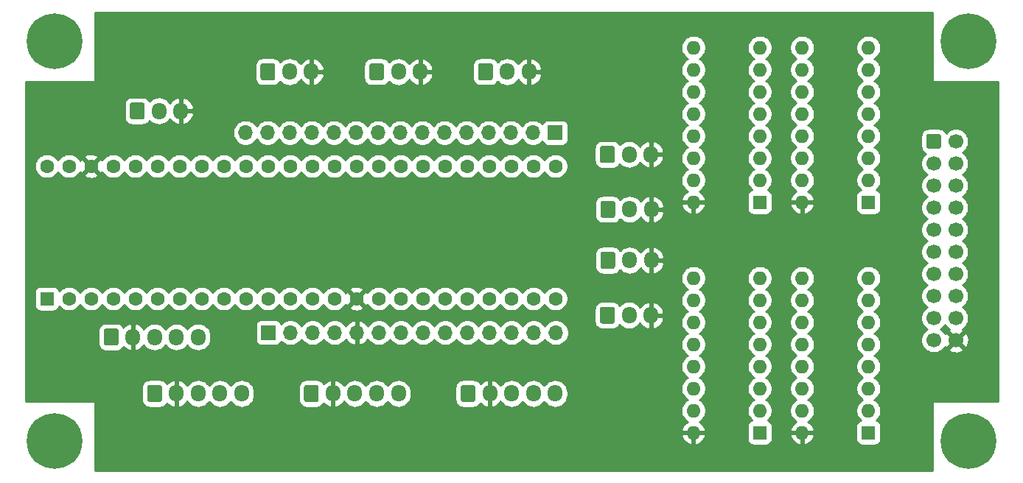
<source format=gbr>
%TF.GenerationSoftware,KiCad,Pcbnew,(5.1.7-0-10_14)*%
%TF.CreationDate,2020-11-02T10:01:54+01:00*%
%TF.ProjectId,controller_motion_pcb,636f6e74-726f-46c6-9c65-725f6d6f7469,rev?*%
%TF.SameCoordinates,Original*%
%TF.FileFunction,Copper,L3,Inr*%
%TF.FilePolarity,Positive*%
%FSLAX46Y46*%
G04 Gerber Fmt 4.6, Leading zero omitted, Abs format (unit mm)*
G04 Created by KiCad (PCBNEW (5.1.7-0-10_14)) date 2020-11-02 10:01:54*
%MOMM*%
%LPD*%
G01*
G04 APERTURE LIST*
%TA.AperFunction,ComponentPad*%
%ADD10C,1.600000*%
%TD*%
%TA.AperFunction,ComponentPad*%
%ADD11R,1.600000X1.600000*%
%TD*%
%TA.AperFunction,ComponentPad*%
%ADD12C,0.800000*%
%TD*%
%TA.AperFunction,ComponentPad*%
%ADD13C,6.400000*%
%TD*%
%TA.AperFunction,ComponentPad*%
%ADD14C,1.700000*%
%TD*%
%TA.AperFunction,ComponentPad*%
%ADD15O,1.700000X1.950000*%
%TD*%
%TA.AperFunction,ComponentPad*%
%ADD16R,1.700000X1.700000*%
%TD*%
%TA.AperFunction,ComponentPad*%
%ADD17O,1.700000X1.700000*%
%TD*%
%TA.AperFunction,ComponentPad*%
%ADD18O,1.600000X1.600000*%
%TD*%
%TA.AperFunction,Conductor*%
%ADD19C,0.254000*%
%TD*%
%TA.AperFunction,Conductor*%
%ADD20C,0.100000*%
%TD*%
G04 APERTURE END LIST*
D10*
%TO.N,Net-(CTR1-Pad17)*%
%TO.C,CTR1*%
X122255001Y-66585001D03*
%TO.N,Net-(CTR1-Pad18)*%
X124795001Y-66585001D03*
%TO.N,Net-(CTR1-Pad19)*%
X127335001Y-66585001D03*
%TO.N,Net-(CTR1-Pad20)*%
X129875001Y-66585001D03*
%TO.N,Net-(CTR1-Pad16)*%
X119715001Y-66585001D03*
%TO.N,+3V3*%
X117175001Y-66585001D03*
%TO.N,Net-(CTR1-Pad14)*%
X114635001Y-66585001D03*
%TO.N,Net-(CTR1-Pad21)*%
X132415001Y-66585001D03*
%TO.N,Net-(CTR1-Pad22)*%
X134955001Y-66585001D03*
%TO.N,Net-(CTR1-Pad23)*%
X137495001Y-66585001D03*
%TO.N,Net-(CTR1-Pad24)*%
X140035001Y-66585001D03*
%TO.N,Net-(CTR1-Pad25)*%
X140035001Y-51345001D03*
%TO.N,Net-(CTR1-Pad26)*%
X137495001Y-51345001D03*
%TO.N,Net-(CTR1-Pad27)*%
X134955001Y-51345001D03*
%TO.N,Net-(CTR1-Pad28)*%
X132415001Y-51345001D03*
%TO.N,Net-(CTR1-Pad29)*%
X129875001Y-51345001D03*
%TO.N,Net-(CTR1-Pad30)*%
X127335001Y-51345001D03*
%TO.N,Net-(CTR1-Pad31)*%
X124795001Y-51345001D03*
%TO.N,Net-(CTR1-Pad32)*%
X122255001Y-51345001D03*
%TO.N,Net-(CTR1-Pad33)*%
X119715001Y-51345001D03*
%TO.N,GND*%
X117175001Y-51345001D03*
%TO.N,Net-(CTR1-Pad13)*%
X112095001Y-66585001D03*
%TO.N,Net-(CTR1-Pad12)*%
X109555001Y-66585001D03*
%TO.N,Net-(CTR1-Pad11)*%
X107015001Y-66585001D03*
%TO.N,mux_btn_rEnc*%
X104475001Y-66585001D03*
%TO.N,rEnc3_CLK*%
X101935001Y-66585001D03*
%TO.N,rEnc3_DT*%
X99395001Y-66585001D03*
%TO.N,rEnc2_CLK*%
X96855001Y-66585001D03*
%TO.N,rEnc2_DT*%
X94315001Y-66585001D03*
%TO.N,rEnc1_CLK*%
X91775001Y-66585001D03*
%TO.N,rEnc1_DT*%
X89235001Y-66585001D03*
%TO.N,rEnc0_CLK*%
X86695001Y-66585001D03*
%TO.N,rEnc0_DT*%
X84155001Y-66585001D03*
D11*
%TO.N,GND*%
X81615001Y-66585001D03*
D10*
%TO.N,Net-(CTR1-Pad35)*%
X114635001Y-51345001D03*
%TO.N,Net-(CTR1-Pad36)*%
X112095001Y-51345001D03*
%TO.N,Net-(CTR1-Pad37)*%
X109555001Y-51345001D03*
%TO.N,Net-(CTR1-Pad38)*%
X107015001Y-51345001D03*
%TO.N,Net-(CTR1-Pad39)*%
X104475001Y-51345001D03*
%TO.N,mux_porty*%
X101935001Y-51345001D03*
%TO.N,mux_btnMx2*%
X99395001Y-51345001D03*
%TO.N,mux_btnMx1*%
X96855001Y-51345001D03*
%TO.N,s2*%
X94315001Y-51345001D03*
%TO.N,s1*%
X91775001Y-51345001D03*
%TO.N,s0*%
X89235001Y-51345001D03*
%TO.N,+3V3*%
X86695001Y-51345001D03*
%TO.N,GND*%
X84155001Y-51345001D03*
%TO.N,Net-(CTR1-Pad48)*%
X81615001Y-51345001D03*
%TD*%
D12*
%TO.N,N/C*%
%TO.C,REF\u002A\u002A*%
X84197056Y-81302944D03*
X82500000Y-80600000D03*
X80802944Y-81302944D03*
X80100000Y-83000000D03*
X80802944Y-84697056D03*
X82500000Y-85400000D03*
X84197056Y-84697056D03*
X84900000Y-83000000D03*
D13*
X82500000Y-83000000D03*
%TD*%
D12*
%TO.N,N/C*%
%TO.C,REF\u002A\u002A*%
X84197056Y-35302944D03*
X82500000Y-34600000D03*
X80802944Y-35302944D03*
X80100000Y-37000000D03*
X80802944Y-38697056D03*
X82500000Y-39400000D03*
X84197056Y-38697056D03*
X84900000Y-37000000D03*
D13*
X82500000Y-37000000D03*
%TD*%
D12*
%TO.N,N/C*%
%TO.C,REF\u002A\u002A*%
X189197056Y-81302944D03*
X187500000Y-80600000D03*
X185802944Y-81302944D03*
X185100000Y-83000000D03*
X185802944Y-84697056D03*
X187500000Y-85400000D03*
X189197056Y-84697056D03*
X189900000Y-83000000D03*
D13*
X187500000Y-83000000D03*
%TD*%
D12*
%TO.N,N/C*%
%TO.C,REF\u002A\u002A*%
X189197056Y-35302944D03*
X187500000Y-34600000D03*
X185802944Y-35302944D03*
X185100000Y-37000000D03*
X185802944Y-38697056D03*
X187500000Y-39400000D03*
X189197056Y-38697056D03*
X189900000Y-37000000D03*
D13*
X187500000Y-37000000D03*
%TD*%
%TO.N,Net-(BtnMx1-Pad1)*%
%TO.C,BtnMx1*%
%TA.AperFunction,ComponentPad*%
G36*
G01*
X182650000Y-49100000D02*
X182650000Y-47900000D01*
G75*
G02*
X182900000Y-47650000I250000J0D01*
G01*
X184100000Y-47650000D01*
G75*
G02*
X184350000Y-47900000I0J-250000D01*
G01*
X184350000Y-49100000D01*
G75*
G02*
X184100000Y-49350000I-250000J0D01*
G01*
X182900000Y-49350000D01*
G75*
G02*
X182650000Y-49100000I0J250000D01*
G01*
G37*
%TD.AperFunction*%
D14*
%TO.N,Net-(BtnMx1-Pad3)*%
X183500000Y-51040000D03*
%TO.N,Net-(BtnMx1-Pad5)*%
X183500000Y-53580000D03*
%TO.N,Net-(BtnMx1-Pad7)*%
X183500000Y-56120000D03*
%TO.N,Net-(BtnMx1-Pad9)*%
X183500000Y-58660000D03*
%TO.N,Net-(BtnMx1-Pad11)*%
X183500000Y-61200000D03*
%TO.N,Net-(BtnMx1-Pad13)*%
X183500000Y-63740000D03*
%TO.N,Net-(BtnMx1-Pad15)*%
X183500000Y-66280000D03*
%TO.N,Net-(BtnMx1-Pad17)*%
X183500000Y-68820000D03*
%TO.N,GND*%
X183500000Y-71360000D03*
%TO.N,Net-(BtnMx1-Pad2)*%
X186040000Y-48500000D03*
%TO.N,Net-(BtnMx1-Pad4)*%
X186040000Y-51040000D03*
%TO.N,Net-(BtnMx1-Pad6)*%
X186040000Y-53580000D03*
%TO.N,Net-(BtnMx1-Pad8)*%
X186040000Y-56120000D03*
%TO.N,Net-(BtnMx1-Pad10)*%
X186040000Y-58660000D03*
%TO.N,Net-(BtnMx1-Pad12)*%
X186040000Y-61200000D03*
%TO.N,Net-(BtnMx1-Pad14)*%
X186040000Y-63740000D03*
%TO.N,Net-(BtnMx1-Pad16)*%
X186040000Y-66280000D03*
%TO.N,Net-(BtnMx1-Pad18)*%
X186040000Y-68820000D03*
%TO.N,+3V3*%
X186040000Y-71360000D03*
%TD*%
%TO.N,GND*%
%TO.C,ENC0*%
%TA.AperFunction,ComponentPad*%
G36*
G01*
X88150000Y-71725000D02*
X88150000Y-70275000D01*
G75*
G02*
X88400000Y-70025000I250000J0D01*
G01*
X89600000Y-70025000D01*
G75*
G02*
X89850000Y-70275000I0J-250000D01*
G01*
X89850000Y-71725000D01*
G75*
G02*
X89600000Y-71975000I-250000J0D01*
G01*
X88400000Y-71975000D01*
G75*
G02*
X88150000Y-71725000I0J250000D01*
G01*
G37*
%TD.AperFunction*%
D15*
%TO.N,+3V3*%
X91500000Y-71000000D03*
%TO.N,Net-(ENC0-Pad3)*%
X94000000Y-71000000D03*
%TO.N,rEnc0_DT*%
X96500000Y-71000000D03*
%TO.N,rEnc0_CLK*%
X99000000Y-71000000D03*
%TD*%
%TO.N,rEnc1_CLK*%
%TO.C,ENC1*%
X104000000Y-77500000D03*
%TO.N,rEnc1_DT*%
X101500000Y-77500000D03*
%TO.N,Net-(ENC1-Pad3)*%
X99000000Y-77500000D03*
%TO.N,+3V3*%
X96500000Y-77500000D03*
%TO.N,GND*%
%TA.AperFunction,ComponentPad*%
G36*
G01*
X93150000Y-78225000D02*
X93150000Y-76775000D01*
G75*
G02*
X93400000Y-76525000I250000J0D01*
G01*
X94600000Y-76525000D01*
G75*
G02*
X94850000Y-76775000I0J-250000D01*
G01*
X94850000Y-78225000D01*
G75*
G02*
X94600000Y-78475000I-250000J0D01*
G01*
X93400000Y-78475000D01*
G75*
G02*
X93150000Y-78225000I0J250000D01*
G01*
G37*
%TD.AperFunction*%
%TD*%
%TO.N,GND*%
%TO.C,ENC2*%
%TA.AperFunction,ComponentPad*%
G36*
G01*
X111150000Y-78225000D02*
X111150000Y-76775000D01*
G75*
G02*
X111400000Y-76525000I250000J0D01*
G01*
X112600000Y-76525000D01*
G75*
G02*
X112850000Y-76775000I0J-250000D01*
G01*
X112850000Y-78225000D01*
G75*
G02*
X112600000Y-78475000I-250000J0D01*
G01*
X111400000Y-78475000D01*
G75*
G02*
X111150000Y-78225000I0J250000D01*
G01*
G37*
%TD.AperFunction*%
%TO.N,+3V3*%
X114500000Y-77500000D03*
%TO.N,Net-(ENC2-Pad3)*%
X117000000Y-77500000D03*
%TO.N,rEnc2_DT*%
X119500000Y-77500000D03*
%TO.N,rEnc2_CLK*%
X122000000Y-77500000D03*
%TD*%
%TO.N,rEnc3_CLK*%
%TO.C,ENC3*%
X140000000Y-77500000D03*
%TO.N,rEnc3_DT*%
X137500000Y-77500000D03*
%TO.N,Net-(ENC3-Pad3)*%
X135000000Y-77500000D03*
%TO.N,+3V3*%
X132500000Y-77500000D03*
%TO.N,GND*%
%TA.AperFunction,ComponentPad*%
G36*
G01*
X129150000Y-78225000D02*
X129150000Y-76775000D01*
G75*
G02*
X129400000Y-76525000I250000J0D01*
G01*
X130600000Y-76525000D01*
G75*
G02*
X130850000Y-76775000I0J-250000D01*
G01*
X130850000Y-78225000D01*
G75*
G02*
X130600000Y-78475000I-250000J0D01*
G01*
X129400000Y-78475000D01*
G75*
G02*
X129150000Y-78225000I0J250000D01*
G01*
G37*
%TD.AperFunction*%
%TD*%
D16*
%TO.N,Net-(CTR1-Pad11)*%
%TO.C,J1*%
X107060000Y-70500000D03*
D17*
%TO.N,Net-(CTR1-Pad12)*%
X109600000Y-70500000D03*
%TO.N,Net-(CTR1-Pad13)*%
X112140000Y-70500000D03*
%TO.N,Net-(CTR1-Pad14)*%
X114680000Y-70500000D03*
%TO.N,+3V3*%
X117220000Y-70500000D03*
%TO.N,Net-(CTR1-Pad16)*%
X119760000Y-70500000D03*
%TO.N,Net-(CTR1-Pad17)*%
X122300000Y-70500000D03*
%TO.N,Net-(CTR1-Pad18)*%
X124840000Y-70500000D03*
%TO.N,Net-(CTR1-Pad19)*%
X127380000Y-70500000D03*
%TO.N,Net-(CTR1-Pad20)*%
X129920000Y-70500000D03*
%TO.N,Net-(CTR1-Pad21)*%
X132460000Y-70500000D03*
%TO.N,Net-(CTR1-Pad22)*%
X135000000Y-70500000D03*
%TO.N,Net-(CTR1-Pad23)*%
X137540000Y-70500000D03*
%TO.N,Net-(CTR1-Pad24)*%
X140080000Y-70500000D03*
%TD*%
D16*
%TO.N,Net-(CTR1-Pad25)*%
%TO.C,J3*%
X140000000Y-47500000D03*
D17*
%TO.N,Net-(CTR1-Pad26)*%
X137460000Y-47500000D03*
%TO.N,Net-(CTR1-Pad27)*%
X134920000Y-47500000D03*
%TO.N,Net-(CTR1-Pad28)*%
X132380000Y-47500000D03*
%TO.N,Net-(CTR1-Pad29)*%
X129840000Y-47500000D03*
%TO.N,Net-(CTR1-Pad30)*%
X127300000Y-47500000D03*
%TO.N,Net-(CTR1-Pad31)*%
X124760000Y-47500000D03*
%TO.N,Net-(CTR1-Pad32)*%
X122220000Y-47500000D03*
%TO.N,Net-(CTR1-Pad33)*%
X119680000Y-47500000D03*
%TO.N,GND*%
X117140000Y-47500000D03*
%TO.N,Net-(CTR1-Pad35)*%
X114600000Y-47500000D03*
%TO.N,Net-(CTR1-Pad36)*%
X112060000Y-47500000D03*
%TO.N,Net-(CTR1-Pad37)*%
X109520000Y-47500000D03*
%TO.N,Net-(CTR1-Pad38)*%
X106980000Y-47500000D03*
%TO.N,Net-(CTR1-Pad39)*%
X104440000Y-47500000D03*
%TD*%
D11*
%TO.N,Net-(BtnMx1-Pad5)*%
%TO.C,mux1*%
X176000000Y-55500000D03*
D18*
%TO.N,s2*%
X168380000Y-37720000D03*
%TO.N,Net-(BtnMx1-Pad7)*%
X176000000Y-52960000D03*
%TO.N,s1*%
X168380000Y-40260000D03*
%TO.N,mux_btnMx1*%
X176000000Y-50420000D03*
%TO.N,s0*%
X168380000Y-42800000D03*
%TO.N,Net-(BtnMx1-Pad8)*%
X176000000Y-47880000D03*
%TO.N,Net-(BtnMx1-Pad4)*%
X168380000Y-45340000D03*
%TO.N,Net-(BtnMx1-Pad6)*%
X176000000Y-45340000D03*
%TO.N,Net-(BtnMx1-Pad1)*%
X168380000Y-47880000D03*
%TO.N,GND*%
X176000000Y-42800000D03*
%TO.N,Net-(BtnMx1-Pad2)*%
X168380000Y-50420000D03*
%TO.N,GND*%
X176000000Y-40260000D03*
%TO.N,Net-(BtnMx1-Pad3)*%
X168380000Y-52960000D03*
%TO.N,GND*%
X176000000Y-37720000D03*
%TO.N,+3V3*%
X168380000Y-55500000D03*
%TD*%
%TO.N,+3V3*%
%TO.C,mux2*%
X168380000Y-82000000D03*
%TO.N,GND*%
X176000000Y-64220000D03*
%TO.N,Net-(BtnMx1-Pad11)*%
X168380000Y-79460000D03*
%TO.N,GND*%
X176000000Y-66760000D03*
%TO.N,Net-(BtnMx1-Pad10)*%
X168380000Y-76920000D03*
%TO.N,GND*%
X176000000Y-69300000D03*
%TO.N,Net-(BtnMx1-Pad9)*%
X168380000Y-74380000D03*
%TO.N,Net-(BtnMx1-Pad14)*%
X176000000Y-71840000D03*
%TO.N,Net-(BtnMx1-Pad12)*%
X168380000Y-71840000D03*
%TO.N,Net-(BtnMx1-Pad16)*%
X176000000Y-74380000D03*
%TO.N,s0*%
X168380000Y-69300000D03*
%TO.N,mux_btnMx2*%
X176000000Y-76920000D03*
%TO.N,s1*%
X168380000Y-66760000D03*
%TO.N,Net-(BtnMx1-Pad15)*%
X176000000Y-79460000D03*
%TO.N,s2*%
X168380000Y-64220000D03*
D11*
%TO.N,Net-(BtnMx1-Pad13)*%
X176000000Y-82000000D03*
%TD*%
%TO.N,Net-(P4-Pad1)*%
%TO.C,mux3*%
X163500000Y-55500000D03*
D18*
%TO.N,s2*%
X155880000Y-37720000D03*
%TO.N,Net-(P6-Pad1)*%
X163500000Y-52960000D03*
%TO.N,s1*%
X155880000Y-40260000D03*
%TO.N,mux_porty*%
X163500000Y-50420000D03*
%TO.N,s0*%
X155880000Y-42800000D03*
%TO.N,Net-(P7-Pad1)*%
X163500000Y-47880000D03*
%TO.N,Net-(P3-Pad1)*%
X155880000Y-45340000D03*
%TO.N,Net-(P5-Pad1)*%
X163500000Y-45340000D03*
%TO.N,Net-(P0-Pad1)*%
X155880000Y-47880000D03*
%TO.N,GND*%
X163500000Y-42800000D03*
%TO.N,Net-(P1-Pad1)*%
X155880000Y-50420000D03*
%TO.N,GND*%
X163500000Y-40260000D03*
%TO.N,Net-(P2-Pad1)*%
X155880000Y-52960000D03*
%TO.N,GND*%
X163500000Y-37720000D03*
%TO.N,+3V3*%
X155880000Y-55500000D03*
%TD*%
%TO.N,+3V3*%
%TO.C,mux4*%
X155880000Y-82000000D03*
%TO.N,GND*%
X163500000Y-64220000D03*
%TO.N,Net-(ENC2-Pad3)*%
X155880000Y-79460000D03*
%TO.N,GND*%
X163500000Y-66760000D03*
%TO.N,Net-(ENC1-Pad3)*%
X155880000Y-76920000D03*
%TO.N,GND*%
X163500000Y-69300000D03*
%TO.N,Net-(ENC0-Pad3)*%
X155880000Y-74380000D03*
%TO.N,Net-(mux4-Pad5)*%
X163500000Y-71840000D03*
%TO.N,Net-(ENC3-Pad3)*%
X155880000Y-71840000D03*
%TO.N,Net-(mux4-Pad4)*%
X163500000Y-74380000D03*
%TO.N,s0*%
X155880000Y-69300000D03*
%TO.N,mux_btn_rEnc*%
X163500000Y-76920000D03*
%TO.N,s1*%
X155880000Y-66760000D03*
%TO.N,Net-(mux4-Pad2)*%
X163500000Y-79460000D03*
%TO.N,s2*%
X155880000Y-64220000D03*
D11*
%TO.N,Net-(mux4-Pad1)*%
X163500000Y-82000000D03*
%TD*%
%TO.N,Net-(P0-Pad1)*%
%TO.C,P0*%
%TA.AperFunction,ComponentPad*%
G36*
G01*
X91150000Y-45725000D02*
X91150000Y-44275000D01*
G75*
G02*
X91400000Y-44025000I250000J0D01*
G01*
X92600000Y-44025000D01*
G75*
G02*
X92850000Y-44275000I0J-250000D01*
G01*
X92850000Y-45725000D01*
G75*
G02*
X92600000Y-45975000I-250000J0D01*
G01*
X91400000Y-45975000D01*
G75*
G02*
X91150000Y-45725000I0J250000D01*
G01*
G37*
%TD.AperFunction*%
D15*
%TO.N,GND*%
X94500000Y-45000000D03*
%TO.N,+3V3*%
X97000000Y-45000000D03*
%TD*%
%TO.N,+3V3*%
%TO.C,P1*%
X112000000Y-40500000D03*
%TO.N,GND*%
X109500000Y-40500000D03*
%TO.N,Net-(P1-Pad1)*%
%TA.AperFunction,ComponentPad*%
G36*
G01*
X106150000Y-41225000D02*
X106150000Y-39775000D01*
G75*
G02*
X106400000Y-39525000I250000J0D01*
G01*
X107600000Y-39525000D01*
G75*
G02*
X107850000Y-39775000I0J-250000D01*
G01*
X107850000Y-41225000D01*
G75*
G02*
X107600000Y-41475000I-250000J0D01*
G01*
X106400000Y-41475000D01*
G75*
G02*
X106150000Y-41225000I0J250000D01*
G01*
G37*
%TD.AperFunction*%
%TD*%
%TO.N,Net-(P2-Pad1)*%
%TO.C,P2*%
%TA.AperFunction,ComponentPad*%
G36*
G01*
X118650000Y-41225000D02*
X118650000Y-39775000D01*
G75*
G02*
X118900000Y-39525000I250000J0D01*
G01*
X120100000Y-39525000D01*
G75*
G02*
X120350000Y-39775000I0J-250000D01*
G01*
X120350000Y-41225000D01*
G75*
G02*
X120100000Y-41475000I-250000J0D01*
G01*
X118900000Y-41475000D01*
G75*
G02*
X118650000Y-41225000I0J250000D01*
G01*
G37*
%TD.AperFunction*%
%TO.N,GND*%
X122000000Y-40500000D03*
%TO.N,+3V3*%
X124500000Y-40500000D03*
%TD*%
%TO.N,+3V3*%
%TO.C,P3*%
X137000000Y-40500000D03*
%TO.N,GND*%
X134500000Y-40500000D03*
%TO.N,Net-(P3-Pad1)*%
%TA.AperFunction,ComponentPad*%
G36*
G01*
X131150000Y-41225000D02*
X131150000Y-39775000D01*
G75*
G02*
X131400000Y-39525000I250000J0D01*
G01*
X132600000Y-39525000D01*
G75*
G02*
X132850000Y-39775000I0J-250000D01*
G01*
X132850000Y-41225000D01*
G75*
G02*
X132600000Y-41475000I-250000J0D01*
G01*
X131400000Y-41475000D01*
G75*
G02*
X131150000Y-41225000I0J250000D01*
G01*
G37*
%TD.AperFunction*%
%TD*%
%TO.N,Net-(P4-Pad1)*%
%TO.C,P4*%
%TA.AperFunction,ComponentPad*%
G36*
G01*
X145150000Y-50725000D02*
X145150000Y-49275000D01*
G75*
G02*
X145400000Y-49025000I250000J0D01*
G01*
X146600000Y-49025000D01*
G75*
G02*
X146850000Y-49275000I0J-250000D01*
G01*
X146850000Y-50725000D01*
G75*
G02*
X146600000Y-50975000I-250000J0D01*
G01*
X145400000Y-50975000D01*
G75*
G02*
X145150000Y-50725000I0J250000D01*
G01*
G37*
%TD.AperFunction*%
%TO.N,GND*%
X148500000Y-50000000D03*
%TO.N,+3V3*%
X151000000Y-50000000D03*
%TD*%
%TO.N,+3V3*%
%TO.C,P5*%
X151055001Y-56325001D03*
%TO.N,GND*%
X148555001Y-56325001D03*
%TO.N,Net-(P5-Pad1)*%
%TA.AperFunction,ComponentPad*%
G36*
G01*
X145205001Y-57050001D02*
X145205001Y-55600001D01*
G75*
G02*
X145455001Y-55350001I250000J0D01*
G01*
X146655001Y-55350001D01*
G75*
G02*
X146905001Y-55600001I0J-250000D01*
G01*
X146905001Y-57050001D01*
G75*
G02*
X146655001Y-57300001I-250000J0D01*
G01*
X145455001Y-57300001D01*
G75*
G02*
X145205001Y-57050001I0J250000D01*
G01*
G37*
%TD.AperFunction*%
%TD*%
%TO.N,Net-(P6-Pad1)*%
%TO.C,P6*%
%TA.AperFunction,ComponentPad*%
G36*
G01*
X145205001Y-62900001D02*
X145205001Y-61450001D01*
G75*
G02*
X145455001Y-61200001I250000J0D01*
G01*
X146655001Y-61200001D01*
G75*
G02*
X146905001Y-61450001I0J-250000D01*
G01*
X146905001Y-62900001D01*
G75*
G02*
X146655001Y-63150001I-250000J0D01*
G01*
X145455001Y-63150001D01*
G75*
G02*
X145205001Y-62900001I0J250000D01*
G01*
G37*
%TD.AperFunction*%
%TO.N,GND*%
X148555001Y-62175001D03*
%TO.N,+3V3*%
X151055001Y-62175001D03*
%TD*%
%TO.N,+3V3*%
%TO.C,P7*%
X151000000Y-68500000D03*
%TO.N,GND*%
X148500000Y-68500000D03*
%TO.N,Net-(P7-Pad1)*%
%TA.AperFunction,ComponentPad*%
G36*
G01*
X145150000Y-69225000D02*
X145150000Y-67775000D01*
G75*
G02*
X145400000Y-67525000I250000J0D01*
G01*
X146600000Y-67525000D01*
G75*
G02*
X146850000Y-67775000I0J-250000D01*
G01*
X146850000Y-69225000D01*
G75*
G02*
X146600000Y-69475000I-250000J0D01*
G01*
X145400000Y-69475000D01*
G75*
G02*
X145150000Y-69225000I0J250000D01*
G01*
G37*
%TD.AperFunction*%
%TD*%
D19*
%TO.N,+3V3*%
X183373000Y-41500000D02*
X183375440Y-41524776D01*
X183382667Y-41548601D01*
X183394403Y-41570557D01*
X183410197Y-41589803D01*
X183429443Y-41605597D01*
X183451399Y-41617333D01*
X183475224Y-41624560D01*
X183500000Y-41627000D01*
X190840000Y-41627000D01*
X190840001Y-78373000D01*
X183500000Y-78373000D01*
X183475224Y-78375440D01*
X183451399Y-78382667D01*
X183429443Y-78394403D01*
X183410197Y-78410197D01*
X183394403Y-78429443D01*
X183382667Y-78451399D01*
X183375440Y-78475224D01*
X183373000Y-78500000D01*
X183373000Y-86340000D01*
X87127000Y-86340000D01*
X87127000Y-82349039D01*
X154488096Y-82349039D01*
X154528754Y-82483087D01*
X154648963Y-82737420D01*
X154816481Y-82963414D01*
X155024869Y-83152385D01*
X155266119Y-83297070D01*
X155530960Y-83391909D01*
X155753000Y-83270624D01*
X155753000Y-82127000D01*
X156007000Y-82127000D01*
X156007000Y-83270624D01*
X156229040Y-83391909D01*
X156493881Y-83297070D01*
X156735131Y-83152385D01*
X156943519Y-82963414D01*
X157111037Y-82737420D01*
X157231246Y-82483087D01*
X157271904Y-82349039D01*
X157149915Y-82127000D01*
X156007000Y-82127000D01*
X155753000Y-82127000D01*
X154610085Y-82127000D01*
X154488096Y-82349039D01*
X87127000Y-82349039D01*
X87127000Y-78500000D01*
X87124560Y-78475224D01*
X87117333Y-78451399D01*
X87105597Y-78429443D01*
X87089803Y-78410197D01*
X87070557Y-78394403D01*
X87048601Y-78382667D01*
X87024776Y-78375440D01*
X87000000Y-78373000D01*
X79160000Y-78373000D01*
X79160000Y-76775000D01*
X92511928Y-76775000D01*
X92511928Y-78225000D01*
X92528992Y-78398254D01*
X92579528Y-78564850D01*
X92661595Y-78718386D01*
X92772038Y-78852962D01*
X92906614Y-78963405D01*
X93060150Y-79045472D01*
X93226746Y-79096008D01*
X93400000Y-79113072D01*
X94600000Y-79113072D01*
X94773254Y-79096008D01*
X94939850Y-79045472D01*
X95093386Y-78963405D01*
X95227962Y-78852962D01*
X95338405Y-78718386D01*
X95394714Y-78613039D01*
X95410951Y-78634429D01*
X95628807Y-78827496D01*
X95880142Y-78974352D01*
X96143110Y-79066476D01*
X96373000Y-78945155D01*
X96373000Y-77627000D01*
X96353000Y-77627000D01*
X96353000Y-77373000D01*
X96373000Y-77373000D01*
X96373000Y-76054845D01*
X96627000Y-76054845D01*
X96627000Y-77373000D01*
X96647000Y-77373000D01*
X96647000Y-77627000D01*
X96627000Y-77627000D01*
X96627000Y-78945155D01*
X96856890Y-79066476D01*
X97119858Y-78974352D01*
X97371193Y-78827496D01*
X97589049Y-78634429D01*
X97745538Y-78428278D01*
X97759294Y-78454014D01*
X97944866Y-78680134D01*
X98170987Y-78865706D01*
X98428967Y-79003599D01*
X98708890Y-79088513D01*
X99000000Y-79117185D01*
X99291111Y-79088513D01*
X99571034Y-79003599D01*
X99829014Y-78865706D01*
X100055134Y-78680134D01*
X100240706Y-78454014D01*
X100250000Y-78436626D01*
X100259294Y-78454014D01*
X100444866Y-78680134D01*
X100670987Y-78865706D01*
X100928967Y-79003599D01*
X101208890Y-79088513D01*
X101500000Y-79117185D01*
X101791111Y-79088513D01*
X102071034Y-79003599D01*
X102329014Y-78865706D01*
X102555134Y-78680134D01*
X102740706Y-78454014D01*
X102750000Y-78436626D01*
X102759294Y-78454014D01*
X102944866Y-78680134D01*
X103170987Y-78865706D01*
X103428967Y-79003599D01*
X103708890Y-79088513D01*
X104000000Y-79117185D01*
X104291111Y-79088513D01*
X104571034Y-79003599D01*
X104829014Y-78865706D01*
X105055134Y-78680134D01*
X105240706Y-78454014D01*
X105378599Y-78196033D01*
X105463513Y-77916110D01*
X105485000Y-77697949D01*
X105485000Y-77302050D01*
X105463513Y-77083889D01*
X105378599Y-76803966D01*
X105363117Y-76775000D01*
X110511928Y-76775000D01*
X110511928Y-78225000D01*
X110528992Y-78398254D01*
X110579528Y-78564850D01*
X110661595Y-78718386D01*
X110772038Y-78852962D01*
X110906614Y-78963405D01*
X111060150Y-79045472D01*
X111226746Y-79096008D01*
X111400000Y-79113072D01*
X112600000Y-79113072D01*
X112773254Y-79096008D01*
X112939850Y-79045472D01*
X113093386Y-78963405D01*
X113227962Y-78852962D01*
X113338405Y-78718386D01*
X113394714Y-78613039D01*
X113410951Y-78634429D01*
X113628807Y-78827496D01*
X113880142Y-78974352D01*
X114143110Y-79066476D01*
X114373000Y-78945155D01*
X114373000Y-77627000D01*
X114353000Y-77627000D01*
X114353000Y-77373000D01*
X114373000Y-77373000D01*
X114373000Y-76054845D01*
X114627000Y-76054845D01*
X114627000Y-77373000D01*
X114647000Y-77373000D01*
X114647000Y-77627000D01*
X114627000Y-77627000D01*
X114627000Y-78945155D01*
X114856890Y-79066476D01*
X115119858Y-78974352D01*
X115371193Y-78827496D01*
X115589049Y-78634429D01*
X115745538Y-78428278D01*
X115759294Y-78454014D01*
X115944866Y-78680134D01*
X116170987Y-78865706D01*
X116428967Y-79003599D01*
X116708890Y-79088513D01*
X117000000Y-79117185D01*
X117291111Y-79088513D01*
X117571034Y-79003599D01*
X117829014Y-78865706D01*
X118055134Y-78680134D01*
X118240706Y-78454014D01*
X118250000Y-78436626D01*
X118259294Y-78454014D01*
X118444866Y-78680134D01*
X118670987Y-78865706D01*
X118928967Y-79003599D01*
X119208890Y-79088513D01*
X119500000Y-79117185D01*
X119791111Y-79088513D01*
X120071034Y-79003599D01*
X120329014Y-78865706D01*
X120555134Y-78680134D01*
X120740706Y-78454014D01*
X120750000Y-78436626D01*
X120759294Y-78454014D01*
X120944866Y-78680134D01*
X121170987Y-78865706D01*
X121428967Y-79003599D01*
X121708890Y-79088513D01*
X122000000Y-79117185D01*
X122291111Y-79088513D01*
X122571034Y-79003599D01*
X122829014Y-78865706D01*
X123055134Y-78680134D01*
X123240706Y-78454014D01*
X123378599Y-78196033D01*
X123463513Y-77916110D01*
X123485000Y-77697949D01*
X123485000Y-77302050D01*
X123463513Y-77083889D01*
X123378599Y-76803966D01*
X123363117Y-76775000D01*
X128511928Y-76775000D01*
X128511928Y-78225000D01*
X128528992Y-78398254D01*
X128579528Y-78564850D01*
X128661595Y-78718386D01*
X128772038Y-78852962D01*
X128906614Y-78963405D01*
X129060150Y-79045472D01*
X129226746Y-79096008D01*
X129400000Y-79113072D01*
X130600000Y-79113072D01*
X130773254Y-79096008D01*
X130939850Y-79045472D01*
X131093386Y-78963405D01*
X131227962Y-78852962D01*
X131338405Y-78718386D01*
X131394714Y-78613039D01*
X131410951Y-78634429D01*
X131628807Y-78827496D01*
X131880142Y-78974352D01*
X132143110Y-79066476D01*
X132373000Y-78945155D01*
X132373000Y-77627000D01*
X132353000Y-77627000D01*
X132353000Y-77373000D01*
X132373000Y-77373000D01*
X132373000Y-76054845D01*
X132627000Y-76054845D01*
X132627000Y-77373000D01*
X132647000Y-77373000D01*
X132647000Y-77627000D01*
X132627000Y-77627000D01*
X132627000Y-78945155D01*
X132856890Y-79066476D01*
X133119858Y-78974352D01*
X133371193Y-78827496D01*
X133589049Y-78634429D01*
X133745538Y-78428278D01*
X133759294Y-78454014D01*
X133944866Y-78680134D01*
X134170987Y-78865706D01*
X134428967Y-79003599D01*
X134708890Y-79088513D01*
X135000000Y-79117185D01*
X135291111Y-79088513D01*
X135571034Y-79003599D01*
X135829014Y-78865706D01*
X136055134Y-78680134D01*
X136240706Y-78454014D01*
X136250000Y-78436626D01*
X136259294Y-78454014D01*
X136444866Y-78680134D01*
X136670987Y-78865706D01*
X136928967Y-79003599D01*
X137208890Y-79088513D01*
X137500000Y-79117185D01*
X137791111Y-79088513D01*
X138071034Y-79003599D01*
X138329014Y-78865706D01*
X138555134Y-78680134D01*
X138740706Y-78454014D01*
X138750000Y-78436626D01*
X138759294Y-78454014D01*
X138944866Y-78680134D01*
X139170987Y-78865706D01*
X139428967Y-79003599D01*
X139708890Y-79088513D01*
X140000000Y-79117185D01*
X140291111Y-79088513D01*
X140571034Y-79003599D01*
X140829014Y-78865706D01*
X141055134Y-78680134D01*
X141240706Y-78454014D01*
X141378599Y-78196033D01*
X141463513Y-77916110D01*
X141485000Y-77697949D01*
X141485000Y-77302050D01*
X141463513Y-77083889D01*
X141378599Y-76803966D01*
X141240706Y-76545986D01*
X141055134Y-76319866D01*
X140829013Y-76134294D01*
X140571033Y-75996401D01*
X140291110Y-75911487D01*
X140000000Y-75882815D01*
X139708889Y-75911487D01*
X139428966Y-75996401D01*
X139170986Y-76134294D01*
X138944866Y-76319866D01*
X138759294Y-76545987D01*
X138750000Y-76563374D01*
X138740706Y-76545986D01*
X138555134Y-76319866D01*
X138329013Y-76134294D01*
X138071033Y-75996401D01*
X137791110Y-75911487D01*
X137500000Y-75882815D01*
X137208889Y-75911487D01*
X136928966Y-75996401D01*
X136670986Y-76134294D01*
X136444866Y-76319866D01*
X136259294Y-76545987D01*
X136250000Y-76563374D01*
X136240706Y-76545986D01*
X136055134Y-76319866D01*
X135829013Y-76134294D01*
X135571033Y-75996401D01*
X135291110Y-75911487D01*
X135000000Y-75882815D01*
X134708889Y-75911487D01*
X134428966Y-75996401D01*
X134170986Y-76134294D01*
X133944866Y-76319866D01*
X133759294Y-76545987D01*
X133745538Y-76571722D01*
X133589049Y-76365571D01*
X133371193Y-76172504D01*
X133119858Y-76025648D01*
X132856890Y-75933524D01*
X132627000Y-76054845D01*
X132373000Y-76054845D01*
X132143110Y-75933524D01*
X131880142Y-76025648D01*
X131628807Y-76172504D01*
X131410951Y-76365571D01*
X131394714Y-76386961D01*
X131338405Y-76281614D01*
X131227962Y-76147038D01*
X131093386Y-76036595D01*
X130939850Y-75954528D01*
X130773254Y-75903992D01*
X130600000Y-75886928D01*
X129400000Y-75886928D01*
X129226746Y-75903992D01*
X129060150Y-75954528D01*
X128906614Y-76036595D01*
X128772038Y-76147038D01*
X128661595Y-76281614D01*
X128579528Y-76435150D01*
X128528992Y-76601746D01*
X128511928Y-76775000D01*
X123363117Y-76775000D01*
X123240706Y-76545986D01*
X123055134Y-76319866D01*
X122829013Y-76134294D01*
X122571033Y-75996401D01*
X122291110Y-75911487D01*
X122000000Y-75882815D01*
X121708889Y-75911487D01*
X121428966Y-75996401D01*
X121170986Y-76134294D01*
X120944866Y-76319866D01*
X120759294Y-76545987D01*
X120750000Y-76563374D01*
X120740706Y-76545986D01*
X120555134Y-76319866D01*
X120329013Y-76134294D01*
X120071033Y-75996401D01*
X119791110Y-75911487D01*
X119500000Y-75882815D01*
X119208889Y-75911487D01*
X118928966Y-75996401D01*
X118670986Y-76134294D01*
X118444866Y-76319866D01*
X118259294Y-76545987D01*
X118250000Y-76563374D01*
X118240706Y-76545986D01*
X118055134Y-76319866D01*
X117829013Y-76134294D01*
X117571033Y-75996401D01*
X117291110Y-75911487D01*
X117000000Y-75882815D01*
X116708889Y-75911487D01*
X116428966Y-75996401D01*
X116170986Y-76134294D01*
X115944866Y-76319866D01*
X115759294Y-76545987D01*
X115745538Y-76571722D01*
X115589049Y-76365571D01*
X115371193Y-76172504D01*
X115119858Y-76025648D01*
X114856890Y-75933524D01*
X114627000Y-76054845D01*
X114373000Y-76054845D01*
X114143110Y-75933524D01*
X113880142Y-76025648D01*
X113628807Y-76172504D01*
X113410951Y-76365571D01*
X113394714Y-76386961D01*
X113338405Y-76281614D01*
X113227962Y-76147038D01*
X113093386Y-76036595D01*
X112939850Y-75954528D01*
X112773254Y-75903992D01*
X112600000Y-75886928D01*
X111400000Y-75886928D01*
X111226746Y-75903992D01*
X111060150Y-75954528D01*
X110906614Y-76036595D01*
X110772038Y-76147038D01*
X110661595Y-76281614D01*
X110579528Y-76435150D01*
X110528992Y-76601746D01*
X110511928Y-76775000D01*
X105363117Y-76775000D01*
X105240706Y-76545986D01*
X105055134Y-76319866D01*
X104829013Y-76134294D01*
X104571033Y-75996401D01*
X104291110Y-75911487D01*
X104000000Y-75882815D01*
X103708889Y-75911487D01*
X103428966Y-75996401D01*
X103170986Y-76134294D01*
X102944866Y-76319866D01*
X102759294Y-76545987D01*
X102750000Y-76563374D01*
X102740706Y-76545986D01*
X102555134Y-76319866D01*
X102329013Y-76134294D01*
X102071033Y-75996401D01*
X101791110Y-75911487D01*
X101500000Y-75882815D01*
X101208889Y-75911487D01*
X100928966Y-75996401D01*
X100670986Y-76134294D01*
X100444866Y-76319866D01*
X100259294Y-76545987D01*
X100250000Y-76563374D01*
X100240706Y-76545986D01*
X100055134Y-76319866D01*
X99829013Y-76134294D01*
X99571033Y-75996401D01*
X99291110Y-75911487D01*
X99000000Y-75882815D01*
X98708889Y-75911487D01*
X98428966Y-75996401D01*
X98170986Y-76134294D01*
X97944866Y-76319866D01*
X97759294Y-76545987D01*
X97745538Y-76571722D01*
X97589049Y-76365571D01*
X97371193Y-76172504D01*
X97119858Y-76025648D01*
X96856890Y-75933524D01*
X96627000Y-76054845D01*
X96373000Y-76054845D01*
X96143110Y-75933524D01*
X95880142Y-76025648D01*
X95628807Y-76172504D01*
X95410951Y-76365571D01*
X95394714Y-76386961D01*
X95338405Y-76281614D01*
X95227962Y-76147038D01*
X95093386Y-76036595D01*
X94939850Y-75954528D01*
X94773254Y-75903992D01*
X94600000Y-75886928D01*
X93400000Y-75886928D01*
X93226746Y-75903992D01*
X93060150Y-75954528D01*
X92906614Y-76036595D01*
X92772038Y-76147038D01*
X92661595Y-76281614D01*
X92579528Y-76435150D01*
X92528992Y-76601746D01*
X92511928Y-76775000D01*
X79160000Y-76775000D01*
X79160000Y-70275000D01*
X87511928Y-70275000D01*
X87511928Y-71725000D01*
X87528992Y-71898254D01*
X87579528Y-72064850D01*
X87661595Y-72218386D01*
X87772038Y-72352962D01*
X87906614Y-72463405D01*
X88060150Y-72545472D01*
X88226746Y-72596008D01*
X88400000Y-72613072D01*
X89600000Y-72613072D01*
X89773254Y-72596008D01*
X89939850Y-72545472D01*
X90093386Y-72463405D01*
X90227962Y-72352962D01*
X90338405Y-72218386D01*
X90394714Y-72113039D01*
X90410951Y-72134429D01*
X90628807Y-72327496D01*
X90880142Y-72474352D01*
X91143110Y-72566476D01*
X91373000Y-72445155D01*
X91373000Y-71127000D01*
X91353000Y-71127000D01*
X91353000Y-70873000D01*
X91373000Y-70873000D01*
X91373000Y-69554845D01*
X91627000Y-69554845D01*
X91627000Y-70873000D01*
X91647000Y-70873000D01*
X91647000Y-71127000D01*
X91627000Y-71127000D01*
X91627000Y-72445155D01*
X91856890Y-72566476D01*
X92119858Y-72474352D01*
X92371193Y-72327496D01*
X92589049Y-72134429D01*
X92745538Y-71928278D01*
X92759294Y-71954014D01*
X92944866Y-72180134D01*
X93170987Y-72365706D01*
X93428967Y-72503599D01*
X93708890Y-72588513D01*
X94000000Y-72617185D01*
X94291111Y-72588513D01*
X94571034Y-72503599D01*
X94829014Y-72365706D01*
X95055134Y-72180134D01*
X95240706Y-71954014D01*
X95250000Y-71936626D01*
X95259294Y-71954014D01*
X95444866Y-72180134D01*
X95670987Y-72365706D01*
X95928967Y-72503599D01*
X96208890Y-72588513D01*
X96500000Y-72617185D01*
X96791111Y-72588513D01*
X97071034Y-72503599D01*
X97329014Y-72365706D01*
X97555134Y-72180134D01*
X97740706Y-71954014D01*
X97750000Y-71936626D01*
X97759294Y-71954014D01*
X97944866Y-72180134D01*
X98170987Y-72365706D01*
X98428967Y-72503599D01*
X98708890Y-72588513D01*
X99000000Y-72617185D01*
X99291111Y-72588513D01*
X99571034Y-72503599D01*
X99829014Y-72365706D01*
X100055134Y-72180134D01*
X100240706Y-71954014D01*
X100378599Y-71696033D01*
X100463513Y-71416110D01*
X100485000Y-71197949D01*
X100485000Y-70802050D01*
X100463513Y-70583889D01*
X100378599Y-70303966D01*
X100240706Y-70045986D01*
X100055134Y-69819866D01*
X99848151Y-69650000D01*
X105571928Y-69650000D01*
X105571928Y-71350000D01*
X105584188Y-71474482D01*
X105620498Y-71594180D01*
X105679463Y-71704494D01*
X105758815Y-71801185D01*
X105855506Y-71880537D01*
X105965820Y-71939502D01*
X106085518Y-71975812D01*
X106210000Y-71988072D01*
X107910000Y-71988072D01*
X108034482Y-71975812D01*
X108154180Y-71939502D01*
X108264494Y-71880537D01*
X108361185Y-71801185D01*
X108440537Y-71704494D01*
X108499502Y-71594180D01*
X108521513Y-71521620D01*
X108653368Y-71653475D01*
X108896589Y-71815990D01*
X109166842Y-71927932D01*
X109453740Y-71985000D01*
X109746260Y-71985000D01*
X110033158Y-71927932D01*
X110303411Y-71815990D01*
X110546632Y-71653475D01*
X110753475Y-71446632D01*
X110870000Y-71272240D01*
X110986525Y-71446632D01*
X111193368Y-71653475D01*
X111436589Y-71815990D01*
X111706842Y-71927932D01*
X111993740Y-71985000D01*
X112286260Y-71985000D01*
X112573158Y-71927932D01*
X112843411Y-71815990D01*
X113086632Y-71653475D01*
X113293475Y-71446632D01*
X113410000Y-71272240D01*
X113526525Y-71446632D01*
X113733368Y-71653475D01*
X113976589Y-71815990D01*
X114246842Y-71927932D01*
X114533740Y-71985000D01*
X114826260Y-71985000D01*
X115113158Y-71927932D01*
X115383411Y-71815990D01*
X115626632Y-71653475D01*
X115833475Y-71446632D01*
X115955195Y-71264466D01*
X116024822Y-71381355D01*
X116219731Y-71597588D01*
X116453080Y-71771641D01*
X116715901Y-71896825D01*
X116863110Y-71941476D01*
X117093000Y-71820155D01*
X117093000Y-70627000D01*
X117073000Y-70627000D01*
X117073000Y-70373000D01*
X117093000Y-70373000D01*
X117093000Y-69179845D01*
X117347000Y-69179845D01*
X117347000Y-70373000D01*
X117367000Y-70373000D01*
X117367000Y-70627000D01*
X117347000Y-70627000D01*
X117347000Y-71820155D01*
X117576890Y-71941476D01*
X117724099Y-71896825D01*
X117986920Y-71771641D01*
X118220269Y-71597588D01*
X118415178Y-71381355D01*
X118484805Y-71264466D01*
X118606525Y-71446632D01*
X118813368Y-71653475D01*
X119056589Y-71815990D01*
X119326842Y-71927932D01*
X119613740Y-71985000D01*
X119906260Y-71985000D01*
X120193158Y-71927932D01*
X120463411Y-71815990D01*
X120706632Y-71653475D01*
X120913475Y-71446632D01*
X121030000Y-71272240D01*
X121146525Y-71446632D01*
X121353368Y-71653475D01*
X121596589Y-71815990D01*
X121866842Y-71927932D01*
X122153740Y-71985000D01*
X122446260Y-71985000D01*
X122733158Y-71927932D01*
X123003411Y-71815990D01*
X123246632Y-71653475D01*
X123453475Y-71446632D01*
X123570000Y-71272240D01*
X123686525Y-71446632D01*
X123893368Y-71653475D01*
X124136589Y-71815990D01*
X124406842Y-71927932D01*
X124693740Y-71985000D01*
X124986260Y-71985000D01*
X125273158Y-71927932D01*
X125543411Y-71815990D01*
X125786632Y-71653475D01*
X125993475Y-71446632D01*
X126110000Y-71272240D01*
X126226525Y-71446632D01*
X126433368Y-71653475D01*
X126676589Y-71815990D01*
X126946842Y-71927932D01*
X127233740Y-71985000D01*
X127526260Y-71985000D01*
X127813158Y-71927932D01*
X128083411Y-71815990D01*
X128326632Y-71653475D01*
X128533475Y-71446632D01*
X128650000Y-71272240D01*
X128766525Y-71446632D01*
X128973368Y-71653475D01*
X129216589Y-71815990D01*
X129486842Y-71927932D01*
X129773740Y-71985000D01*
X130066260Y-71985000D01*
X130353158Y-71927932D01*
X130623411Y-71815990D01*
X130866632Y-71653475D01*
X131073475Y-71446632D01*
X131190000Y-71272240D01*
X131306525Y-71446632D01*
X131513368Y-71653475D01*
X131756589Y-71815990D01*
X132026842Y-71927932D01*
X132313740Y-71985000D01*
X132606260Y-71985000D01*
X132893158Y-71927932D01*
X133163411Y-71815990D01*
X133406632Y-71653475D01*
X133613475Y-71446632D01*
X133730000Y-71272240D01*
X133846525Y-71446632D01*
X134053368Y-71653475D01*
X134296589Y-71815990D01*
X134566842Y-71927932D01*
X134853740Y-71985000D01*
X135146260Y-71985000D01*
X135433158Y-71927932D01*
X135703411Y-71815990D01*
X135946632Y-71653475D01*
X136153475Y-71446632D01*
X136270000Y-71272240D01*
X136386525Y-71446632D01*
X136593368Y-71653475D01*
X136836589Y-71815990D01*
X137106842Y-71927932D01*
X137393740Y-71985000D01*
X137686260Y-71985000D01*
X137973158Y-71927932D01*
X138243411Y-71815990D01*
X138486632Y-71653475D01*
X138693475Y-71446632D01*
X138810000Y-71272240D01*
X138926525Y-71446632D01*
X139133368Y-71653475D01*
X139376589Y-71815990D01*
X139646842Y-71927932D01*
X139933740Y-71985000D01*
X140226260Y-71985000D01*
X140513158Y-71927932D01*
X140783411Y-71815990D01*
X141026632Y-71653475D01*
X141233475Y-71446632D01*
X141395990Y-71203411D01*
X141507932Y-70933158D01*
X141565000Y-70646260D01*
X141565000Y-70353740D01*
X141507932Y-70066842D01*
X141395990Y-69796589D01*
X141233475Y-69553368D01*
X141026632Y-69346525D01*
X140783411Y-69184010D01*
X140513158Y-69072068D01*
X140226260Y-69015000D01*
X139933740Y-69015000D01*
X139646842Y-69072068D01*
X139376589Y-69184010D01*
X139133368Y-69346525D01*
X138926525Y-69553368D01*
X138810000Y-69727760D01*
X138693475Y-69553368D01*
X138486632Y-69346525D01*
X138243411Y-69184010D01*
X137973158Y-69072068D01*
X137686260Y-69015000D01*
X137393740Y-69015000D01*
X137106842Y-69072068D01*
X136836589Y-69184010D01*
X136593368Y-69346525D01*
X136386525Y-69553368D01*
X136270000Y-69727760D01*
X136153475Y-69553368D01*
X135946632Y-69346525D01*
X135703411Y-69184010D01*
X135433158Y-69072068D01*
X135146260Y-69015000D01*
X134853740Y-69015000D01*
X134566842Y-69072068D01*
X134296589Y-69184010D01*
X134053368Y-69346525D01*
X133846525Y-69553368D01*
X133730000Y-69727760D01*
X133613475Y-69553368D01*
X133406632Y-69346525D01*
X133163411Y-69184010D01*
X132893158Y-69072068D01*
X132606260Y-69015000D01*
X132313740Y-69015000D01*
X132026842Y-69072068D01*
X131756589Y-69184010D01*
X131513368Y-69346525D01*
X131306525Y-69553368D01*
X131190000Y-69727760D01*
X131073475Y-69553368D01*
X130866632Y-69346525D01*
X130623411Y-69184010D01*
X130353158Y-69072068D01*
X130066260Y-69015000D01*
X129773740Y-69015000D01*
X129486842Y-69072068D01*
X129216589Y-69184010D01*
X128973368Y-69346525D01*
X128766525Y-69553368D01*
X128650000Y-69727760D01*
X128533475Y-69553368D01*
X128326632Y-69346525D01*
X128083411Y-69184010D01*
X127813158Y-69072068D01*
X127526260Y-69015000D01*
X127233740Y-69015000D01*
X126946842Y-69072068D01*
X126676589Y-69184010D01*
X126433368Y-69346525D01*
X126226525Y-69553368D01*
X126110000Y-69727760D01*
X125993475Y-69553368D01*
X125786632Y-69346525D01*
X125543411Y-69184010D01*
X125273158Y-69072068D01*
X124986260Y-69015000D01*
X124693740Y-69015000D01*
X124406842Y-69072068D01*
X124136589Y-69184010D01*
X123893368Y-69346525D01*
X123686525Y-69553368D01*
X123570000Y-69727760D01*
X123453475Y-69553368D01*
X123246632Y-69346525D01*
X123003411Y-69184010D01*
X122733158Y-69072068D01*
X122446260Y-69015000D01*
X122153740Y-69015000D01*
X121866842Y-69072068D01*
X121596589Y-69184010D01*
X121353368Y-69346525D01*
X121146525Y-69553368D01*
X121030000Y-69727760D01*
X120913475Y-69553368D01*
X120706632Y-69346525D01*
X120463411Y-69184010D01*
X120193158Y-69072068D01*
X119906260Y-69015000D01*
X119613740Y-69015000D01*
X119326842Y-69072068D01*
X119056589Y-69184010D01*
X118813368Y-69346525D01*
X118606525Y-69553368D01*
X118484805Y-69735534D01*
X118415178Y-69618645D01*
X118220269Y-69402412D01*
X117986920Y-69228359D01*
X117724099Y-69103175D01*
X117576890Y-69058524D01*
X117347000Y-69179845D01*
X117093000Y-69179845D01*
X116863110Y-69058524D01*
X116715901Y-69103175D01*
X116453080Y-69228359D01*
X116219731Y-69402412D01*
X116024822Y-69618645D01*
X115955195Y-69735534D01*
X115833475Y-69553368D01*
X115626632Y-69346525D01*
X115383411Y-69184010D01*
X115113158Y-69072068D01*
X114826260Y-69015000D01*
X114533740Y-69015000D01*
X114246842Y-69072068D01*
X113976589Y-69184010D01*
X113733368Y-69346525D01*
X113526525Y-69553368D01*
X113410000Y-69727760D01*
X113293475Y-69553368D01*
X113086632Y-69346525D01*
X112843411Y-69184010D01*
X112573158Y-69072068D01*
X112286260Y-69015000D01*
X111993740Y-69015000D01*
X111706842Y-69072068D01*
X111436589Y-69184010D01*
X111193368Y-69346525D01*
X110986525Y-69553368D01*
X110870000Y-69727760D01*
X110753475Y-69553368D01*
X110546632Y-69346525D01*
X110303411Y-69184010D01*
X110033158Y-69072068D01*
X109746260Y-69015000D01*
X109453740Y-69015000D01*
X109166842Y-69072068D01*
X108896589Y-69184010D01*
X108653368Y-69346525D01*
X108521513Y-69478380D01*
X108499502Y-69405820D01*
X108440537Y-69295506D01*
X108361185Y-69198815D01*
X108264494Y-69119463D01*
X108154180Y-69060498D01*
X108034482Y-69024188D01*
X107910000Y-69011928D01*
X106210000Y-69011928D01*
X106085518Y-69024188D01*
X105965820Y-69060498D01*
X105855506Y-69119463D01*
X105758815Y-69198815D01*
X105679463Y-69295506D01*
X105620498Y-69405820D01*
X105584188Y-69525518D01*
X105571928Y-69650000D01*
X99848151Y-69650000D01*
X99829013Y-69634294D01*
X99571033Y-69496401D01*
X99291110Y-69411487D01*
X99000000Y-69382815D01*
X98708889Y-69411487D01*
X98428966Y-69496401D01*
X98170986Y-69634294D01*
X97944866Y-69819866D01*
X97759294Y-70045987D01*
X97750000Y-70063374D01*
X97740706Y-70045986D01*
X97555134Y-69819866D01*
X97329013Y-69634294D01*
X97071033Y-69496401D01*
X96791110Y-69411487D01*
X96500000Y-69382815D01*
X96208889Y-69411487D01*
X95928966Y-69496401D01*
X95670986Y-69634294D01*
X95444866Y-69819866D01*
X95259294Y-70045987D01*
X95250000Y-70063374D01*
X95240706Y-70045986D01*
X95055134Y-69819866D01*
X94829013Y-69634294D01*
X94571033Y-69496401D01*
X94291110Y-69411487D01*
X94000000Y-69382815D01*
X93708889Y-69411487D01*
X93428966Y-69496401D01*
X93170986Y-69634294D01*
X92944866Y-69819866D01*
X92759294Y-70045987D01*
X92745538Y-70071722D01*
X92589049Y-69865571D01*
X92371193Y-69672504D01*
X92119858Y-69525648D01*
X91856890Y-69433524D01*
X91627000Y-69554845D01*
X91373000Y-69554845D01*
X91143110Y-69433524D01*
X90880142Y-69525648D01*
X90628807Y-69672504D01*
X90410951Y-69865571D01*
X90394714Y-69886961D01*
X90338405Y-69781614D01*
X90227962Y-69647038D01*
X90093386Y-69536595D01*
X89939850Y-69454528D01*
X89773254Y-69403992D01*
X89600000Y-69386928D01*
X88400000Y-69386928D01*
X88226746Y-69403992D01*
X88060150Y-69454528D01*
X87906614Y-69536595D01*
X87772038Y-69647038D01*
X87661595Y-69781614D01*
X87579528Y-69935150D01*
X87528992Y-70101746D01*
X87511928Y-70275000D01*
X79160000Y-70275000D01*
X79160000Y-65785001D01*
X80176929Y-65785001D01*
X80176929Y-67385001D01*
X80189189Y-67509483D01*
X80225499Y-67629181D01*
X80284464Y-67739495D01*
X80363816Y-67836186D01*
X80460507Y-67915538D01*
X80570821Y-67974503D01*
X80690519Y-68010813D01*
X80815001Y-68023073D01*
X82415001Y-68023073D01*
X82539483Y-68010813D01*
X82659181Y-67974503D01*
X82769495Y-67915538D01*
X82866186Y-67836186D01*
X82945538Y-67739495D01*
X83004503Y-67629181D01*
X83040813Y-67509483D01*
X83041644Y-67501040D01*
X83240242Y-67699638D01*
X83475274Y-67856681D01*
X83736427Y-67964854D01*
X84013666Y-68020001D01*
X84296336Y-68020001D01*
X84573575Y-67964854D01*
X84834728Y-67856681D01*
X85069760Y-67699638D01*
X85269638Y-67499760D01*
X85425001Y-67267242D01*
X85580364Y-67499760D01*
X85780242Y-67699638D01*
X86015274Y-67856681D01*
X86276427Y-67964854D01*
X86553666Y-68020001D01*
X86836336Y-68020001D01*
X87113575Y-67964854D01*
X87374728Y-67856681D01*
X87609760Y-67699638D01*
X87809638Y-67499760D01*
X87965001Y-67267242D01*
X88120364Y-67499760D01*
X88320242Y-67699638D01*
X88555274Y-67856681D01*
X88816427Y-67964854D01*
X89093666Y-68020001D01*
X89376336Y-68020001D01*
X89653575Y-67964854D01*
X89914728Y-67856681D01*
X90149760Y-67699638D01*
X90349638Y-67499760D01*
X90505001Y-67267242D01*
X90660364Y-67499760D01*
X90860242Y-67699638D01*
X91095274Y-67856681D01*
X91356427Y-67964854D01*
X91633666Y-68020001D01*
X91916336Y-68020001D01*
X92193575Y-67964854D01*
X92454728Y-67856681D01*
X92689760Y-67699638D01*
X92889638Y-67499760D01*
X93045001Y-67267242D01*
X93200364Y-67499760D01*
X93400242Y-67699638D01*
X93635274Y-67856681D01*
X93896427Y-67964854D01*
X94173666Y-68020001D01*
X94456336Y-68020001D01*
X94733575Y-67964854D01*
X94994728Y-67856681D01*
X95229760Y-67699638D01*
X95429638Y-67499760D01*
X95585001Y-67267242D01*
X95740364Y-67499760D01*
X95940242Y-67699638D01*
X96175274Y-67856681D01*
X96436427Y-67964854D01*
X96713666Y-68020001D01*
X96996336Y-68020001D01*
X97273575Y-67964854D01*
X97534728Y-67856681D01*
X97769760Y-67699638D01*
X97969638Y-67499760D01*
X98125001Y-67267242D01*
X98280364Y-67499760D01*
X98480242Y-67699638D01*
X98715274Y-67856681D01*
X98976427Y-67964854D01*
X99253666Y-68020001D01*
X99536336Y-68020001D01*
X99813575Y-67964854D01*
X100074728Y-67856681D01*
X100309760Y-67699638D01*
X100509638Y-67499760D01*
X100665001Y-67267242D01*
X100820364Y-67499760D01*
X101020242Y-67699638D01*
X101255274Y-67856681D01*
X101516427Y-67964854D01*
X101793666Y-68020001D01*
X102076336Y-68020001D01*
X102353575Y-67964854D01*
X102614728Y-67856681D01*
X102849760Y-67699638D01*
X103049638Y-67499760D01*
X103205001Y-67267242D01*
X103360364Y-67499760D01*
X103560242Y-67699638D01*
X103795274Y-67856681D01*
X104056427Y-67964854D01*
X104333666Y-68020001D01*
X104616336Y-68020001D01*
X104893575Y-67964854D01*
X105154728Y-67856681D01*
X105389760Y-67699638D01*
X105589638Y-67499760D01*
X105745001Y-67267242D01*
X105900364Y-67499760D01*
X106100242Y-67699638D01*
X106335274Y-67856681D01*
X106596427Y-67964854D01*
X106873666Y-68020001D01*
X107156336Y-68020001D01*
X107433575Y-67964854D01*
X107694728Y-67856681D01*
X107929760Y-67699638D01*
X108129638Y-67499760D01*
X108285001Y-67267242D01*
X108440364Y-67499760D01*
X108640242Y-67699638D01*
X108875274Y-67856681D01*
X109136427Y-67964854D01*
X109413666Y-68020001D01*
X109696336Y-68020001D01*
X109973575Y-67964854D01*
X110234728Y-67856681D01*
X110469760Y-67699638D01*
X110669638Y-67499760D01*
X110825001Y-67267242D01*
X110980364Y-67499760D01*
X111180242Y-67699638D01*
X111415274Y-67856681D01*
X111676427Y-67964854D01*
X111953666Y-68020001D01*
X112236336Y-68020001D01*
X112513575Y-67964854D01*
X112774728Y-67856681D01*
X113009760Y-67699638D01*
X113209638Y-67499760D01*
X113365001Y-67267242D01*
X113520364Y-67499760D01*
X113720242Y-67699638D01*
X113955274Y-67856681D01*
X114216427Y-67964854D01*
X114493666Y-68020001D01*
X114776336Y-68020001D01*
X115053575Y-67964854D01*
X115314728Y-67856681D01*
X115549760Y-67699638D01*
X115671695Y-67577703D01*
X116361904Y-67577703D01*
X116433487Y-67821672D01*
X116688997Y-67942572D01*
X116963185Y-68011301D01*
X117245513Y-68025218D01*
X117525131Y-67983788D01*
X117791293Y-67888604D01*
X117916515Y-67821672D01*
X117988098Y-67577703D01*
X117175001Y-66764606D01*
X116361904Y-67577703D01*
X115671695Y-67577703D01*
X115749638Y-67499760D01*
X115905916Y-67265873D01*
X115938330Y-67326515D01*
X116182299Y-67398098D01*
X116995396Y-66585001D01*
X117354606Y-66585001D01*
X118167703Y-67398098D01*
X118411672Y-67326515D01*
X118442195Y-67262009D01*
X118443321Y-67264728D01*
X118600364Y-67499760D01*
X118800242Y-67699638D01*
X119035274Y-67856681D01*
X119296427Y-67964854D01*
X119573666Y-68020001D01*
X119856336Y-68020001D01*
X120133575Y-67964854D01*
X120394728Y-67856681D01*
X120629760Y-67699638D01*
X120829638Y-67499760D01*
X120985001Y-67267242D01*
X121140364Y-67499760D01*
X121340242Y-67699638D01*
X121575274Y-67856681D01*
X121836427Y-67964854D01*
X122113666Y-68020001D01*
X122396336Y-68020001D01*
X122673575Y-67964854D01*
X122934728Y-67856681D01*
X123169760Y-67699638D01*
X123369638Y-67499760D01*
X123525001Y-67267242D01*
X123680364Y-67499760D01*
X123880242Y-67699638D01*
X124115274Y-67856681D01*
X124376427Y-67964854D01*
X124653666Y-68020001D01*
X124936336Y-68020001D01*
X125213575Y-67964854D01*
X125474728Y-67856681D01*
X125709760Y-67699638D01*
X125909638Y-67499760D01*
X126065001Y-67267242D01*
X126220364Y-67499760D01*
X126420242Y-67699638D01*
X126655274Y-67856681D01*
X126916427Y-67964854D01*
X127193666Y-68020001D01*
X127476336Y-68020001D01*
X127753575Y-67964854D01*
X128014728Y-67856681D01*
X128249760Y-67699638D01*
X128449638Y-67499760D01*
X128605001Y-67267242D01*
X128760364Y-67499760D01*
X128960242Y-67699638D01*
X129195274Y-67856681D01*
X129456427Y-67964854D01*
X129733666Y-68020001D01*
X130016336Y-68020001D01*
X130293575Y-67964854D01*
X130554728Y-67856681D01*
X130789760Y-67699638D01*
X130989638Y-67499760D01*
X131145001Y-67267242D01*
X131300364Y-67499760D01*
X131500242Y-67699638D01*
X131735274Y-67856681D01*
X131996427Y-67964854D01*
X132273666Y-68020001D01*
X132556336Y-68020001D01*
X132833575Y-67964854D01*
X133094728Y-67856681D01*
X133329760Y-67699638D01*
X133529638Y-67499760D01*
X133685001Y-67267242D01*
X133840364Y-67499760D01*
X134040242Y-67699638D01*
X134275274Y-67856681D01*
X134536427Y-67964854D01*
X134813666Y-68020001D01*
X135096336Y-68020001D01*
X135373575Y-67964854D01*
X135634728Y-67856681D01*
X135869760Y-67699638D01*
X136069638Y-67499760D01*
X136225001Y-67267242D01*
X136380364Y-67499760D01*
X136580242Y-67699638D01*
X136815274Y-67856681D01*
X137076427Y-67964854D01*
X137353666Y-68020001D01*
X137636336Y-68020001D01*
X137913575Y-67964854D01*
X138174728Y-67856681D01*
X138409760Y-67699638D01*
X138609638Y-67499760D01*
X138765001Y-67267242D01*
X138920364Y-67499760D01*
X139120242Y-67699638D01*
X139355274Y-67856681D01*
X139616427Y-67964854D01*
X139893666Y-68020001D01*
X140176336Y-68020001D01*
X140453575Y-67964854D01*
X140714728Y-67856681D01*
X140836972Y-67775000D01*
X144511928Y-67775000D01*
X144511928Y-69225000D01*
X144528992Y-69398254D01*
X144579528Y-69564850D01*
X144661595Y-69718386D01*
X144772038Y-69852962D01*
X144906614Y-69963405D01*
X145060150Y-70045472D01*
X145226746Y-70096008D01*
X145400000Y-70113072D01*
X146600000Y-70113072D01*
X146773254Y-70096008D01*
X146939850Y-70045472D01*
X147093386Y-69963405D01*
X147227962Y-69852962D01*
X147338405Y-69718386D01*
X147392777Y-69616663D01*
X147444866Y-69680134D01*
X147670987Y-69865706D01*
X147928967Y-70003599D01*
X148208890Y-70088513D01*
X148500000Y-70117185D01*
X148791111Y-70088513D01*
X149071034Y-70003599D01*
X149329014Y-69865706D01*
X149555134Y-69680134D01*
X149740706Y-69454014D01*
X149754462Y-69428278D01*
X149910951Y-69634429D01*
X150128807Y-69827496D01*
X150380142Y-69974352D01*
X150643110Y-70066476D01*
X150873000Y-69945155D01*
X150873000Y-68627000D01*
X151127000Y-68627000D01*
X151127000Y-69945155D01*
X151356890Y-70066476D01*
X151619858Y-69974352D01*
X151871193Y-69827496D01*
X152089049Y-69634429D01*
X152265053Y-69402570D01*
X152392442Y-69140830D01*
X152466320Y-68859267D01*
X152326165Y-68627000D01*
X151127000Y-68627000D01*
X150873000Y-68627000D01*
X150853000Y-68627000D01*
X150853000Y-68373000D01*
X150873000Y-68373000D01*
X150873000Y-67054845D01*
X151127000Y-67054845D01*
X151127000Y-68373000D01*
X152326165Y-68373000D01*
X152466320Y-68140733D01*
X152392442Y-67859170D01*
X152265053Y-67597430D01*
X152089049Y-67365571D01*
X151871193Y-67172504D01*
X151619858Y-67025648D01*
X151356890Y-66933524D01*
X151127000Y-67054845D01*
X150873000Y-67054845D01*
X150643110Y-66933524D01*
X150380142Y-67025648D01*
X150128807Y-67172504D01*
X149910951Y-67365571D01*
X149754462Y-67571722D01*
X149740706Y-67545986D01*
X149555134Y-67319866D01*
X149329013Y-67134294D01*
X149071033Y-66996401D01*
X148791110Y-66911487D01*
X148500000Y-66882815D01*
X148208889Y-66911487D01*
X147928966Y-66996401D01*
X147670986Y-67134294D01*
X147444866Y-67319866D01*
X147392777Y-67383337D01*
X147338405Y-67281614D01*
X147227962Y-67147038D01*
X147093386Y-67036595D01*
X146939850Y-66954528D01*
X146773254Y-66903992D01*
X146600000Y-66886928D01*
X145400000Y-66886928D01*
X145226746Y-66903992D01*
X145060150Y-66954528D01*
X144906614Y-67036595D01*
X144772038Y-67147038D01*
X144661595Y-67281614D01*
X144579528Y-67435150D01*
X144528992Y-67601746D01*
X144511928Y-67775000D01*
X140836972Y-67775000D01*
X140949760Y-67699638D01*
X141149638Y-67499760D01*
X141306681Y-67264728D01*
X141414854Y-67003575D01*
X141470001Y-66726336D01*
X141470001Y-66443666D01*
X141414854Y-66166427D01*
X141306681Y-65905274D01*
X141149638Y-65670242D01*
X140949760Y-65470364D01*
X140714728Y-65313321D01*
X140453575Y-65205148D01*
X140176336Y-65150001D01*
X139893666Y-65150001D01*
X139616427Y-65205148D01*
X139355274Y-65313321D01*
X139120242Y-65470364D01*
X138920364Y-65670242D01*
X138765001Y-65902760D01*
X138609638Y-65670242D01*
X138409760Y-65470364D01*
X138174728Y-65313321D01*
X137913575Y-65205148D01*
X137636336Y-65150001D01*
X137353666Y-65150001D01*
X137076427Y-65205148D01*
X136815274Y-65313321D01*
X136580242Y-65470364D01*
X136380364Y-65670242D01*
X136225001Y-65902760D01*
X136069638Y-65670242D01*
X135869760Y-65470364D01*
X135634728Y-65313321D01*
X135373575Y-65205148D01*
X135096336Y-65150001D01*
X134813666Y-65150001D01*
X134536427Y-65205148D01*
X134275274Y-65313321D01*
X134040242Y-65470364D01*
X133840364Y-65670242D01*
X133685001Y-65902760D01*
X133529638Y-65670242D01*
X133329760Y-65470364D01*
X133094728Y-65313321D01*
X132833575Y-65205148D01*
X132556336Y-65150001D01*
X132273666Y-65150001D01*
X131996427Y-65205148D01*
X131735274Y-65313321D01*
X131500242Y-65470364D01*
X131300364Y-65670242D01*
X131145001Y-65902760D01*
X130989638Y-65670242D01*
X130789760Y-65470364D01*
X130554728Y-65313321D01*
X130293575Y-65205148D01*
X130016336Y-65150001D01*
X129733666Y-65150001D01*
X129456427Y-65205148D01*
X129195274Y-65313321D01*
X128960242Y-65470364D01*
X128760364Y-65670242D01*
X128605001Y-65902760D01*
X128449638Y-65670242D01*
X128249760Y-65470364D01*
X128014728Y-65313321D01*
X127753575Y-65205148D01*
X127476336Y-65150001D01*
X127193666Y-65150001D01*
X126916427Y-65205148D01*
X126655274Y-65313321D01*
X126420242Y-65470364D01*
X126220364Y-65670242D01*
X126065001Y-65902760D01*
X125909638Y-65670242D01*
X125709760Y-65470364D01*
X125474728Y-65313321D01*
X125213575Y-65205148D01*
X124936336Y-65150001D01*
X124653666Y-65150001D01*
X124376427Y-65205148D01*
X124115274Y-65313321D01*
X123880242Y-65470364D01*
X123680364Y-65670242D01*
X123525001Y-65902760D01*
X123369638Y-65670242D01*
X123169760Y-65470364D01*
X122934728Y-65313321D01*
X122673575Y-65205148D01*
X122396336Y-65150001D01*
X122113666Y-65150001D01*
X121836427Y-65205148D01*
X121575274Y-65313321D01*
X121340242Y-65470364D01*
X121140364Y-65670242D01*
X120985001Y-65902760D01*
X120829638Y-65670242D01*
X120629760Y-65470364D01*
X120394728Y-65313321D01*
X120133575Y-65205148D01*
X119856336Y-65150001D01*
X119573666Y-65150001D01*
X119296427Y-65205148D01*
X119035274Y-65313321D01*
X118800242Y-65470364D01*
X118600364Y-65670242D01*
X118444086Y-65904129D01*
X118411672Y-65843487D01*
X118167703Y-65771904D01*
X117354606Y-66585001D01*
X116995396Y-66585001D01*
X116182299Y-65771904D01*
X115938330Y-65843487D01*
X115907807Y-65907993D01*
X115906681Y-65905274D01*
X115749638Y-65670242D01*
X115671695Y-65592299D01*
X116361904Y-65592299D01*
X117175001Y-66405396D01*
X117988098Y-65592299D01*
X117916515Y-65348330D01*
X117661005Y-65227430D01*
X117386817Y-65158701D01*
X117104489Y-65144784D01*
X116824871Y-65186214D01*
X116558709Y-65281398D01*
X116433487Y-65348330D01*
X116361904Y-65592299D01*
X115671695Y-65592299D01*
X115549760Y-65470364D01*
X115314728Y-65313321D01*
X115053575Y-65205148D01*
X114776336Y-65150001D01*
X114493666Y-65150001D01*
X114216427Y-65205148D01*
X113955274Y-65313321D01*
X113720242Y-65470364D01*
X113520364Y-65670242D01*
X113365001Y-65902760D01*
X113209638Y-65670242D01*
X113009760Y-65470364D01*
X112774728Y-65313321D01*
X112513575Y-65205148D01*
X112236336Y-65150001D01*
X111953666Y-65150001D01*
X111676427Y-65205148D01*
X111415274Y-65313321D01*
X111180242Y-65470364D01*
X110980364Y-65670242D01*
X110825001Y-65902760D01*
X110669638Y-65670242D01*
X110469760Y-65470364D01*
X110234728Y-65313321D01*
X109973575Y-65205148D01*
X109696336Y-65150001D01*
X109413666Y-65150001D01*
X109136427Y-65205148D01*
X108875274Y-65313321D01*
X108640242Y-65470364D01*
X108440364Y-65670242D01*
X108285001Y-65902760D01*
X108129638Y-65670242D01*
X107929760Y-65470364D01*
X107694728Y-65313321D01*
X107433575Y-65205148D01*
X107156336Y-65150001D01*
X106873666Y-65150001D01*
X106596427Y-65205148D01*
X106335274Y-65313321D01*
X106100242Y-65470364D01*
X105900364Y-65670242D01*
X105745001Y-65902760D01*
X105589638Y-65670242D01*
X105389760Y-65470364D01*
X105154728Y-65313321D01*
X104893575Y-65205148D01*
X104616336Y-65150001D01*
X104333666Y-65150001D01*
X104056427Y-65205148D01*
X103795274Y-65313321D01*
X103560242Y-65470364D01*
X103360364Y-65670242D01*
X103205001Y-65902760D01*
X103049638Y-65670242D01*
X102849760Y-65470364D01*
X102614728Y-65313321D01*
X102353575Y-65205148D01*
X102076336Y-65150001D01*
X101793666Y-65150001D01*
X101516427Y-65205148D01*
X101255274Y-65313321D01*
X101020242Y-65470364D01*
X100820364Y-65670242D01*
X100665001Y-65902760D01*
X100509638Y-65670242D01*
X100309760Y-65470364D01*
X100074728Y-65313321D01*
X99813575Y-65205148D01*
X99536336Y-65150001D01*
X99253666Y-65150001D01*
X98976427Y-65205148D01*
X98715274Y-65313321D01*
X98480242Y-65470364D01*
X98280364Y-65670242D01*
X98125001Y-65902760D01*
X97969638Y-65670242D01*
X97769760Y-65470364D01*
X97534728Y-65313321D01*
X97273575Y-65205148D01*
X96996336Y-65150001D01*
X96713666Y-65150001D01*
X96436427Y-65205148D01*
X96175274Y-65313321D01*
X95940242Y-65470364D01*
X95740364Y-65670242D01*
X95585001Y-65902760D01*
X95429638Y-65670242D01*
X95229760Y-65470364D01*
X94994728Y-65313321D01*
X94733575Y-65205148D01*
X94456336Y-65150001D01*
X94173666Y-65150001D01*
X93896427Y-65205148D01*
X93635274Y-65313321D01*
X93400242Y-65470364D01*
X93200364Y-65670242D01*
X93045001Y-65902760D01*
X92889638Y-65670242D01*
X92689760Y-65470364D01*
X92454728Y-65313321D01*
X92193575Y-65205148D01*
X91916336Y-65150001D01*
X91633666Y-65150001D01*
X91356427Y-65205148D01*
X91095274Y-65313321D01*
X90860242Y-65470364D01*
X90660364Y-65670242D01*
X90505001Y-65902760D01*
X90349638Y-65670242D01*
X90149760Y-65470364D01*
X89914728Y-65313321D01*
X89653575Y-65205148D01*
X89376336Y-65150001D01*
X89093666Y-65150001D01*
X88816427Y-65205148D01*
X88555274Y-65313321D01*
X88320242Y-65470364D01*
X88120364Y-65670242D01*
X87965001Y-65902760D01*
X87809638Y-65670242D01*
X87609760Y-65470364D01*
X87374728Y-65313321D01*
X87113575Y-65205148D01*
X86836336Y-65150001D01*
X86553666Y-65150001D01*
X86276427Y-65205148D01*
X86015274Y-65313321D01*
X85780242Y-65470364D01*
X85580364Y-65670242D01*
X85425001Y-65902760D01*
X85269638Y-65670242D01*
X85069760Y-65470364D01*
X84834728Y-65313321D01*
X84573575Y-65205148D01*
X84296336Y-65150001D01*
X84013666Y-65150001D01*
X83736427Y-65205148D01*
X83475274Y-65313321D01*
X83240242Y-65470364D01*
X83041644Y-65668962D01*
X83040813Y-65660519D01*
X83004503Y-65540821D01*
X82945538Y-65430507D01*
X82866186Y-65333816D01*
X82769495Y-65254464D01*
X82659181Y-65195499D01*
X82539483Y-65159189D01*
X82415001Y-65146929D01*
X80815001Y-65146929D01*
X80690519Y-65159189D01*
X80570821Y-65195499D01*
X80460507Y-65254464D01*
X80363816Y-65333816D01*
X80284464Y-65430507D01*
X80225499Y-65540821D01*
X80189189Y-65660519D01*
X80176929Y-65785001D01*
X79160000Y-65785001D01*
X79160000Y-64078665D01*
X154445000Y-64078665D01*
X154445000Y-64361335D01*
X154500147Y-64638574D01*
X154608320Y-64899727D01*
X154765363Y-65134759D01*
X154965241Y-65334637D01*
X155197759Y-65490000D01*
X154965241Y-65645363D01*
X154765363Y-65845241D01*
X154608320Y-66080273D01*
X154500147Y-66341426D01*
X154445000Y-66618665D01*
X154445000Y-66901335D01*
X154500147Y-67178574D01*
X154608320Y-67439727D01*
X154765363Y-67674759D01*
X154965241Y-67874637D01*
X155197759Y-68030000D01*
X154965241Y-68185363D01*
X154765363Y-68385241D01*
X154608320Y-68620273D01*
X154500147Y-68881426D01*
X154445000Y-69158665D01*
X154445000Y-69441335D01*
X154500147Y-69718574D01*
X154608320Y-69979727D01*
X154765363Y-70214759D01*
X154965241Y-70414637D01*
X155197759Y-70570000D01*
X154965241Y-70725363D01*
X154765363Y-70925241D01*
X154608320Y-71160273D01*
X154500147Y-71421426D01*
X154445000Y-71698665D01*
X154445000Y-71981335D01*
X154500147Y-72258574D01*
X154608320Y-72519727D01*
X154765363Y-72754759D01*
X154965241Y-72954637D01*
X155197759Y-73110000D01*
X154965241Y-73265363D01*
X154765363Y-73465241D01*
X154608320Y-73700273D01*
X154500147Y-73961426D01*
X154445000Y-74238665D01*
X154445000Y-74521335D01*
X154500147Y-74798574D01*
X154608320Y-75059727D01*
X154765363Y-75294759D01*
X154965241Y-75494637D01*
X155197759Y-75650000D01*
X154965241Y-75805363D01*
X154765363Y-76005241D01*
X154608320Y-76240273D01*
X154500147Y-76501426D01*
X154445000Y-76778665D01*
X154445000Y-77061335D01*
X154500147Y-77338574D01*
X154608320Y-77599727D01*
X154765363Y-77834759D01*
X154965241Y-78034637D01*
X155197759Y-78190000D01*
X154965241Y-78345363D01*
X154765363Y-78545241D01*
X154608320Y-78780273D01*
X154500147Y-79041426D01*
X154445000Y-79318665D01*
X154445000Y-79601335D01*
X154500147Y-79878574D01*
X154608320Y-80139727D01*
X154765363Y-80374759D01*
X154965241Y-80574637D01*
X155200273Y-80731680D01*
X155210865Y-80736067D01*
X155024869Y-80847615D01*
X154816481Y-81036586D01*
X154648963Y-81262580D01*
X154528754Y-81516913D01*
X154488096Y-81650961D01*
X154610085Y-81873000D01*
X155753000Y-81873000D01*
X155753000Y-81853000D01*
X156007000Y-81853000D01*
X156007000Y-81873000D01*
X157149915Y-81873000D01*
X157271904Y-81650961D01*
X157231246Y-81516913D01*
X157111037Y-81262580D01*
X157064650Y-81200000D01*
X162061928Y-81200000D01*
X162061928Y-82800000D01*
X162074188Y-82924482D01*
X162110498Y-83044180D01*
X162169463Y-83154494D01*
X162248815Y-83251185D01*
X162345506Y-83330537D01*
X162455820Y-83389502D01*
X162575518Y-83425812D01*
X162700000Y-83438072D01*
X164300000Y-83438072D01*
X164424482Y-83425812D01*
X164544180Y-83389502D01*
X164654494Y-83330537D01*
X164751185Y-83251185D01*
X164830537Y-83154494D01*
X164889502Y-83044180D01*
X164925812Y-82924482D01*
X164938072Y-82800000D01*
X164938072Y-82349039D01*
X166988096Y-82349039D01*
X167028754Y-82483087D01*
X167148963Y-82737420D01*
X167316481Y-82963414D01*
X167524869Y-83152385D01*
X167766119Y-83297070D01*
X168030960Y-83391909D01*
X168253000Y-83270624D01*
X168253000Y-82127000D01*
X168507000Y-82127000D01*
X168507000Y-83270624D01*
X168729040Y-83391909D01*
X168993881Y-83297070D01*
X169235131Y-83152385D01*
X169443519Y-82963414D01*
X169611037Y-82737420D01*
X169731246Y-82483087D01*
X169771904Y-82349039D01*
X169649915Y-82127000D01*
X168507000Y-82127000D01*
X168253000Y-82127000D01*
X167110085Y-82127000D01*
X166988096Y-82349039D01*
X164938072Y-82349039D01*
X164938072Y-81200000D01*
X164925812Y-81075518D01*
X164889502Y-80955820D01*
X164830537Y-80845506D01*
X164751185Y-80748815D01*
X164654494Y-80669463D01*
X164544180Y-80610498D01*
X164424482Y-80574188D01*
X164416039Y-80573357D01*
X164614637Y-80374759D01*
X164771680Y-80139727D01*
X164879853Y-79878574D01*
X164935000Y-79601335D01*
X164935000Y-79318665D01*
X164879853Y-79041426D01*
X164771680Y-78780273D01*
X164614637Y-78545241D01*
X164414759Y-78345363D01*
X164182241Y-78190000D01*
X164414759Y-78034637D01*
X164614637Y-77834759D01*
X164771680Y-77599727D01*
X164879853Y-77338574D01*
X164935000Y-77061335D01*
X164935000Y-76778665D01*
X164879853Y-76501426D01*
X164771680Y-76240273D01*
X164614637Y-76005241D01*
X164414759Y-75805363D01*
X164182241Y-75650000D01*
X164414759Y-75494637D01*
X164614637Y-75294759D01*
X164771680Y-75059727D01*
X164879853Y-74798574D01*
X164935000Y-74521335D01*
X164935000Y-74238665D01*
X164879853Y-73961426D01*
X164771680Y-73700273D01*
X164614637Y-73465241D01*
X164414759Y-73265363D01*
X164182241Y-73110000D01*
X164414759Y-72954637D01*
X164614637Y-72754759D01*
X164771680Y-72519727D01*
X164879853Y-72258574D01*
X164935000Y-71981335D01*
X164935000Y-71698665D01*
X164879853Y-71421426D01*
X164771680Y-71160273D01*
X164614637Y-70925241D01*
X164414759Y-70725363D01*
X164182241Y-70570000D01*
X164414759Y-70414637D01*
X164614637Y-70214759D01*
X164771680Y-69979727D01*
X164879853Y-69718574D01*
X164935000Y-69441335D01*
X164935000Y-69158665D01*
X164879853Y-68881426D01*
X164771680Y-68620273D01*
X164614637Y-68385241D01*
X164414759Y-68185363D01*
X164182241Y-68030000D01*
X164414759Y-67874637D01*
X164614637Y-67674759D01*
X164771680Y-67439727D01*
X164879853Y-67178574D01*
X164935000Y-66901335D01*
X164935000Y-66618665D01*
X164879853Y-66341426D01*
X164771680Y-66080273D01*
X164614637Y-65845241D01*
X164414759Y-65645363D01*
X164182241Y-65490000D01*
X164414759Y-65334637D01*
X164614637Y-65134759D01*
X164771680Y-64899727D01*
X164879853Y-64638574D01*
X164935000Y-64361335D01*
X164935000Y-64078665D01*
X166945000Y-64078665D01*
X166945000Y-64361335D01*
X167000147Y-64638574D01*
X167108320Y-64899727D01*
X167265363Y-65134759D01*
X167465241Y-65334637D01*
X167697759Y-65490000D01*
X167465241Y-65645363D01*
X167265363Y-65845241D01*
X167108320Y-66080273D01*
X167000147Y-66341426D01*
X166945000Y-66618665D01*
X166945000Y-66901335D01*
X167000147Y-67178574D01*
X167108320Y-67439727D01*
X167265363Y-67674759D01*
X167465241Y-67874637D01*
X167697759Y-68030000D01*
X167465241Y-68185363D01*
X167265363Y-68385241D01*
X167108320Y-68620273D01*
X167000147Y-68881426D01*
X166945000Y-69158665D01*
X166945000Y-69441335D01*
X167000147Y-69718574D01*
X167108320Y-69979727D01*
X167265363Y-70214759D01*
X167465241Y-70414637D01*
X167697759Y-70570000D01*
X167465241Y-70725363D01*
X167265363Y-70925241D01*
X167108320Y-71160273D01*
X167000147Y-71421426D01*
X166945000Y-71698665D01*
X166945000Y-71981335D01*
X167000147Y-72258574D01*
X167108320Y-72519727D01*
X167265363Y-72754759D01*
X167465241Y-72954637D01*
X167697759Y-73110000D01*
X167465241Y-73265363D01*
X167265363Y-73465241D01*
X167108320Y-73700273D01*
X167000147Y-73961426D01*
X166945000Y-74238665D01*
X166945000Y-74521335D01*
X167000147Y-74798574D01*
X167108320Y-75059727D01*
X167265363Y-75294759D01*
X167465241Y-75494637D01*
X167697759Y-75650000D01*
X167465241Y-75805363D01*
X167265363Y-76005241D01*
X167108320Y-76240273D01*
X167000147Y-76501426D01*
X166945000Y-76778665D01*
X166945000Y-77061335D01*
X167000147Y-77338574D01*
X167108320Y-77599727D01*
X167265363Y-77834759D01*
X167465241Y-78034637D01*
X167697759Y-78190000D01*
X167465241Y-78345363D01*
X167265363Y-78545241D01*
X167108320Y-78780273D01*
X167000147Y-79041426D01*
X166945000Y-79318665D01*
X166945000Y-79601335D01*
X167000147Y-79878574D01*
X167108320Y-80139727D01*
X167265363Y-80374759D01*
X167465241Y-80574637D01*
X167700273Y-80731680D01*
X167710865Y-80736067D01*
X167524869Y-80847615D01*
X167316481Y-81036586D01*
X167148963Y-81262580D01*
X167028754Y-81516913D01*
X166988096Y-81650961D01*
X167110085Y-81873000D01*
X168253000Y-81873000D01*
X168253000Y-81853000D01*
X168507000Y-81853000D01*
X168507000Y-81873000D01*
X169649915Y-81873000D01*
X169771904Y-81650961D01*
X169731246Y-81516913D01*
X169611037Y-81262580D01*
X169564650Y-81200000D01*
X174561928Y-81200000D01*
X174561928Y-82800000D01*
X174574188Y-82924482D01*
X174610498Y-83044180D01*
X174669463Y-83154494D01*
X174748815Y-83251185D01*
X174845506Y-83330537D01*
X174955820Y-83389502D01*
X175075518Y-83425812D01*
X175200000Y-83438072D01*
X176800000Y-83438072D01*
X176924482Y-83425812D01*
X177044180Y-83389502D01*
X177154494Y-83330537D01*
X177251185Y-83251185D01*
X177330537Y-83154494D01*
X177389502Y-83044180D01*
X177425812Y-82924482D01*
X177438072Y-82800000D01*
X177438072Y-81200000D01*
X177425812Y-81075518D01*
X177389502Y-80955820D01*
X177330537Y-80845506D01*
X177251185Y-80748815D01*
X177154494Y-80669463D01*
X177044180Y-80610498D01*
X176924482Y-80574188D01*
X176916039Y-80573357D01*
X177114637Y-80374759D01*
X177271680Y-80139727D01*
X177379853Y-79878574D01*
X177435000Y-79601335D01*
X177435000Y-79318665D01*
X177379853Y-79041426D01*
X177271680Y-78780273D01*
X177114637Y-78545241D01*
X176914759Y-78345363D01*
X176682241Y-78190000D01*
X176914759Y-78034637D01*
X177114637Y-77834759D01*
X177271680Y-77599727D01*
X177379853Y-77338574D01*
X177435000Y-77061335D01*
X177435000Y-76778665D01*
X177379853Y-76501426D01*
X177271680Y-76240273D01*
X177114637Y-76005241D01*
X176914759Y-75805363D01*
X176682241Y-75650000D01*
X176914759Y-75494637D01*
X177114637Y-75294759D01*
X177271680Y-75059727D01*
X177379853Y-74798574D01*
X177435000Y-74521335D01*
X177435000Y-74238665D01*
X177379853Y-73961426D01*
X177271680Y-73700273D01*
X177114637Y-73465241D01*
X176914759Y-73265363D01*
X176682241Y-73110000D01*
X176914759Y-72954637D01*
X177114637Y-72754759D01*
X177271680Y-72519727D01*
X177379853Y-72258574D01*
X177435000Y-71981335D01*
X177435000Y-71698665D01*
X177379853Y-71421426D01*
X177271680Y-71160273D01*
X177114637Y-70925241D01*
X176914759Y-70725363D01*
X176682241Y-70570000D01*
X176914759Y-70414637D01*
X177114637Y-70214759D01*
X177271680Y-69979727D01*
X177379853Y-69718574D01*
X177435000Y-69441335D01*
X177435000Y-69158665D01*
X177379853Y-68881426D01*
X177271680Y-68620273D01*
X177114637Y-68385241D01*
X176914759Y-68185363D01*
X176682241Y-68030000D01*
X176914759Y-67874637D01*
X177114637Y-67674759D01*
X177271680Y-67439727D01*
X177379853Y-67178574D01*
X177435000Y-66901335D01*
X177435000Y-66618665D01*
X177379853Y-66341426D01*
X177271680Y-66080273D01*
X177114637Y-65845241D01*
X176914759Y-65645363D01*
X176682241Y-65490000D01*
X176914759Y-65334637D01*
X177114637Y-65134759D01*
X177271680Y-64899727D01*
X177379853Y-64638574D01*
X177435000Y-64361335D01*
X177435000Y-64078665D01*
X177379853Y-63801426D01*
X177271680Y-63540273D01*
X177114637Y-63305241D01*
X176914759Y-63105363D01*
X176679727Y-62948320D01*
X176418574Y-62840147D01*
X176141335Y-62785000D01*
X175858665Y-62785000D01*
X175581426Y-62840147D01*
X175320273Y-62948320D01*
X175085241Y-63105363D01*
X174885363Y-63305241D01*
X174728320Y-63540273D01*
X174620147Y-63801426D01*
X174565000Y-64078665D01*
X174565000Y-64361335D01*
X174620147Y-64638574D01*
X174728320Y-64899727D01*
X174885363Y-65134759D01*
X175085241Y-65334637D01*
X175317759Y-65490000D01*
X175085241Y-65645363D01*
X174885363Y-65845241D01*
X174728320Y-66080273D01*
X174620147Y-66341426D01*
X174565000Y-66618665D01*
X174565000Y-66901335D01*
X174620147Y-67178574D01*
X174728320Y-67439727D01*
X174885363Y-67674759D01*
X175085241Y-67874637D01*
X175317759Y-68030000D01*
X175085241Y-68185363D01*
X174885363Y-68385241D01*
X174728320Y-68620273D01*
X174620147Y-68881426D01*
X174565000Y-69158665D01*
X174565000Y-69441335D01*
X174620147Y-69718574D01*
X174728320Y-69979727D01*
X174885363Y-70214759D01*
X175085241Y-70414637D01*
X175317759Y-70570000D01*
X175085241Y-70725363D01*
X174885363Y-70925241D01*
X174728320Y-71160273D01*
X174620147Y-71421426D01*
X174565000Y-71698665D01*
X174565000Y-71981335D01*
X174620147Y-72258574D01*
X174728320Y-72519727D01*
X174885363Y-72754759D01*
X175085241Y-72954637D01*
X175317759Y-73110000D01*
X175085241Y-73265363D01*
X174885363Y-73465241D01*
X174728320Y-73700273D01*
X174620147Y-73961426D01*
X174565000Y-74238665D01*
X174565000Y-74521335D01*
X174620147Y-74798574D01*
X174728320Y-75059727D01*
X174885363Y-75294759D01*
X175085241Y-75494637D01*
X175317759Y-75650000D01*
X175085241Y-75805363D01*
X174885363Y-76005241D01*
X174728320Y-76240273D01*
X174620147Y-76501426D01*
X174565000Y-76778665D01*
X174565000Y-77061335D01*
X174620147Y-77338574D01*
X174728320Y-77599727D01*
X174885363Y-77834759D01*
X175085241Y-78034637D01*
X175317759Y-78190000D01*
X175085241Y-78345363D01*
X174885363Y-78545241D01*
X174728320Y-78780273D01*
X174620147Y-79041426D01*
X174565000Y-79318665D01*
X174565000Y-79601335D01*
X174620147Y-79878574D01*
X174728320Y-80139727D01*
X174885363Y-80374759D01*
X175083961Y-80573357D01*
X175075518Y-80574188D01*
X174955820Y-80610498D01*
X174845506Y-80669463D01*
X174748815Y-80748815D01*
X174669463Y-80845506D01*
X174610498Y-80955820D01*
X174574188Y-81075518D01*
X174561928Y-81200000D01*
X169564650Y-81200000D01*
X169443519Y-81036586D01*
X169235131Y-80847615D01*
X169049135Y-80736067D01*
X169059727Y-80731680D01*
X169294759Y-80574637D01*
X169494637Y-80374759D01*
X169651680Y-80139727D01*
X169759853Y-79878574D01*
X169815000Y-79601335D01*
X169815000Y-79318665D01*
X169759853Y-79041426D01*
X169651680Y-78780273D01*
X169494637Y-78545241D01*
X169294759Y-78345363D01*
X169062241Y-78190000D01*
X169294759Y-78034637D01*
X169494637Y-77834759D01*
X169651680Y-77599727D01*
X169759853Y-77338574D01*
X169815000Y-77061335D01*
X169815000Y-76778665D01*
X169759853Y-76501426D01*
X169651680Y-76240273D01*
X169494637Y-76005241D01*
X169294759Y-75805363D01*
X169062241Y-75650000D01*
X169294759Y-75494637D01*
X169494637Y-75294759D01*
X169651680Y-75059727D01*
X169759853Y-74798574D01*
X169815000Y-74521335D01*
X169815000Y-74238665D01*
X169759853Y-73961426D01*
X169651680Y-73700273D01*
X169494637Y-73465241D01*
X169294759Y-73265363D01*
X169062241Y-73110000D01*
X169294759Y-72954637D01*
X169494637Y-72754759D01*
X169651680Y-72519727D01*
X169759853Y-72258574D01*
X169815000Y-71981335D01*
X169815000Y-71698665D01*
X169759853Y-71421426D01*
X169651680Y-71160273D01*
X169494637Y-70925241D01*
X169294759Y-70725363D01*
X169062241Y-70570000D01*
X169294759Y-70414637D01*
X169494637Y-70214759D01*
X169651680Y-69979727D01*
X169759853Y-69718574D01*
X169815000Y-69441335D01*
X169815000Y-69158665D01*
X169759853Y-68881426D01*
X169651680Y-68620273D01*
X169494637Y-68385241D01*
X169294759Y-68185363D01*
X169062241Y-68030000D01*
X169294759Y-67874637D01*
X169494637Y-67674759D01*
X169651680Y-67439727D01*
X169759853Y-67178574D01*
X169815000Y-66901335D01*
X169815000Y-66618665D01*
X169759853Y-66341426D01*
X169651680Y-66080273D01*
X169494637Y-65845241D01*
X169294759Y-65645363D01*
X169062241Y-65490000D01*
X169294759Y-65334637D01*
X169494637Y-65134759D01*
X169651680Y-64899727D01*
X169759853Y-64638574D01*
X169815000Y-64361335D01*
X169815000Y-64078665D01*
X169759853Y-63801426D01*
X169651680Y-63540273D01*
X169494637Y-63305241D01*
X169294759Y-63105363D01*
X169059727Y-62948320D01*
X168798574Y-62840147D01*
X168521335Y-62785000D01*
X168238665Y-62785000D01*
X167961426Y-62840147D01*
X167700273Y-62948320D01*
X167465241Y-63105363D01*
X167265363Y-63305241D01*
X167108320Y-63540273D01*
X167000147Y-63801426D01*
X166945000Y-64078665D01*
X164935000Y-64078665D01*
X164879853Y-63801426D01*
X164771680Y-63540273D01*
X164614637Y-63305241D01*
X164414759Y-63105363D01*
X164179727Y-62948320D01*
X163918574Y-62840147D01*
X163641335Y-62785000D01*
X163358665Y-62785000D01*
X163081426Y-62840147D01*
X162820273Y-62948320D01*
X162585241Y-63105363D01*
X162385363Y-63305241D01*
X162228320Y-63540273D01*
X162120147Y-63801426D01*
X162065000Y-64078665D01*
X162065000Y-64361335D01*
X162120147Y-64638574D01*
X162228320Y-64899727D01*
X162385363Y-65134759D01*
X162585241Y-65334637D01*
X162817759Y-65490000D01*
X162585241Y-65645363D01*
X162385363Y-65845241D01*
X162228320Y-66080273D01*
X162120147Y-66341426D01*
X162065000Y-66618665D01*
X162065000Y-66901335D01*
X162120147Y-67178574D01*
X162228320Y-67439727D01*
X162385363Y-67674759D01*
X162585241Y-67874637D01*
X162817759Y-68030000D01*
X162585241Y-68185363D01*
X162385363Y-68385241D01*
X162228320Y-68620273D01*
X162120147Y-68881426D01*
X162065000Y-69158665D01*
X162065000Y-69441335D01*
X162120147Y-69718574D01*
X162228320Y-69979727D01*
X162385363Y-70214759D01*
X162585241Y-70414637D01*
X162817759Y-70570000D01*
X162585241Y-70725363D01*
X162385363Y-70925241D01*
X162228320Y-71160273D01*
X162120147Y-71421426D01*
X162065000Y-71698665D01*
X162065000Y-71981335D01*
X162120147Y-72258574D01*
X162228320Y-72519727D01*
X162385363Y-72754759D01*
X162585241Y-72954637D01*
X162817759Y-73110000D01*
X162585241Y-73265363D01*
X162385363Y-73465241D01*
X162228320Y-73700273D01*
X162120147Y-73961426D01*
X162065000Y-74238665D01*
X162065000Y-74521335D01*
X162120147Y-74798574D01*
X162228320Y-75059727D01*
X162385363Y-75294759D01*
X162585241Y-75494637D01*
X162817759Y-75650000D01*
X162585241Y-75805363D01*
X162385363Y-76005241D01*
X162228320Y-76240273D01*
X162120147Y-76501426D01*
X162065000Y-76778665D01*
X162065000Y-77061335D01*
X162120147Y-77338574D01*
X162228320Y-77599727D01*
X162385363Y-77834759D01*
X162585241Y-78034637D01*
X162817759Y-78190000D01*
X162585241Y-78345363D01*
X162385363Y-78545241D01*
X162228320Y-78780273D01*
X162120147Y-79041426D01*
X162065000Y-79318665D01*
X162065000Y-79601335D01*
X162120147Y-79878574D01*
X162228320Y-80139727D01*
X162385363Y-80374759D01*
X162583961Y-80573357D01*
X162575518Y-80574188D01*
X162455820Y-80610498D01*
X162345506Y-80669463D01*
X162248815Y-80748815D01*
X162169463Y-80845506D01*
X162110498Y-80955820D01*
X162074188Y-81075518D01*
X162061928Y-81200000D01*
X157064650Y-81200000D01*
X156943519Y-81036586D01*
X156735131Y-80847615D01*
X156549135Y-80736067D01*
X156559727Y-80731680D01*
X156794759Y-80574637D01*
X156994637Y-80374759D01*
X157151680Y-80139727D01*
X157259853Y-79878574D01*
X157315000Y-79601335D01*
X157315000Y-79318665D01*
X157259853Y-79041426D01*
X157151680Y-78780273D01*
X156994637Y-78545241D01*
X156794759Y-78345363D01*
X156562241Y-78190000D01*
X156794759Y-78034637D01*
X156994637Y-77834759D01*
X157151680Y-77599727D01*
X157259853Y-77338574D01*
X157315000Y-77061335D01*
X157315000Y-76778665D01*
X157259853Y-76501426D01*
X157151680Y-76240273D01*
X156994637Y-76005241D01*
X156794759Y-75805363D01*
X156562241Y-75650000D01*
X156794759Y-75494637D01*
X156994637Y-75294759D01*
X157151680Y-75059727D01*
X157259853Y-74798574D01*
X157315000Y-74521335D01*
X157315000Y-74238665D01*
X157259853Y-73961426D01*
X157151680Y-73700273D01*
X156994637Y-73465241D01*
X156794759Y-73265363D01*
X156562241Y-73110000D01*
X156794759Y-72954637D01*
X156994637Y-72754759D01*
X157151680Y-72519727D01*
X157259853Y-72258574D01*
X157315000Y-71981335D01*
X157315000Y-71698665D01*
X157259853Y-71421426D01*
X157151680Y-71160273D01*
X156994637Y-70925241D01*
X156794759Y-70725363D01*
X156562241Y-70570000D01*
X156794759Y-70414637D01*
X156994637Y-70214759D01*
X157151680Y-69979727D01*
X157259853Y-69718574D01*
X157315000Y-69441335D01*
X157315000Y-69158665D01*
X157259853Y-68881426D01*
X157151680Y-68620273D01*
X156994637Y-68385241D01*
X156794759Y-68185363D01*
X156562241Y-68030000D01*
X156794759Y-67874637D01*
X156994637Y-67674759D01*
X157151680Y-67439727D01*
X157259853Y-67178574D01*
X157315000Y-66901335D01*
X157315000Y-66618665D01*
X157259853Y-66341426D01*
X157151680Y-66080273D01*
X156994637Y-65845241D01*
X156794759Y-65645363D01*
X156562241Y-65490000D01*
X156794759Y-65334637D01*
X156994637Y-65134759D01*
X157151680Y-64899727D01*
X157259853Y-64638574D01*
X157315000Y-64361335D01*
X157315000Y-64078665D01*
X157259853Y-63801426D01*
X157151680Y-63540273D01*
X156994637Y-63305241D01*
X156794759Y-63105363D01*
X156559727Y-62948320D01*
X156298574Y-62840147D01*
X156021335Y-62785000D01*
X155738665Y-62785000D01*
X155461426Y-62840147D01*
X155200273Y-62948320D01*
X154965241Y-63105363D01*
X154765363Y-63305241D01*
X154608320Y-63540273D01*
X154500147Y-63801426D01*
X154445000Y-64078665D01*
X79160000Y-64078665D01*
X79160000Y-61450001D01*
X144566929Y-61450001D01*
X144566929Y-62900001D01*
X144583993Y-63073255D01*
X144634529Y-63239851D01*
X144716596Y-63393387D01*
X144827039Y-63527963D01*
X144961615Y-63638406D01*
X145115151Y-63720473D01*
X145281747Y-63771009D01*
X145455001Y-63788073D01*
X146655001Y-63788073D01*
X146828255Y-63771009D01*
X146994851Y-63720473D01*
X147148387Y-63638406D01*
X147282963Y-63527963D01*
X147393406Y-63393387D01*
X147447778Y-63291664D01*
X147499867Y-63355135D01*
X147725988Y-63540707D01*
X147983968Y-63678600D01*
X148263891Y-63763514D01*
X148555001Y-63792186D01*
X148846112Y-63763514D01*
X149126035Y-63678600D01*
X149384015Y-63540707D01*
X149610135Y-63355135D01*
X149795707Y-63129015D01*
X149809463Y-63103279D01*
X149965952Y-63309430D01*
X150183808Y-63502497D01*
X150435143Y-63649353D01*
X150698111Y-63741477D01*
X150928001Y-63620156D01*
X150928001Y-62302001D01*
X151182001Y-62302001D01*
X151182001Y-63620156D01*
X151411891Y-63741477D01*
X151674859Y-63649353D01*
X151926194Y-63502497D01*
X152144050Y-63309430D01*
X152320054Y-63077571D01*
X152447443Y-62815831D01*
X152521321Y-62534268D01*
X152381166Y-62302001D01*
X151182001Y-62302001D01*
X150928001Y-62302001D01*
X150908001Y-62302001D01*
X150908001Y-62048001D01*
X150928001Y-62048001D01*
X150928001Y-60729846D01*
X151182001Y-60729846D01*
X151182001Y-62048001D01*
X152381166Y-62048001D01*
X152521321Y-61815734D01*
X152447443Y-61534171D01*
X152320054Y-61272431D01*
X152144050Y-61040572D01*
X151926194Y-60847505D01*
X151674859Y-60700649D01*
X151411891Y-60608525D01*
X151182001Y-60729846D01*
X150928001Y-60729846D01*
X150698111Y-60608525D01*
X150435143Y-60700649D01*
X150183808Y-60847505D01*
X149965952Y-61040572D01*
X149809463Y-61246723D01*
X149795707Y-61220987D01*
X149610135Y-60994867D01*
X149384014Y-60809295D01*
X149126034Y-60671402D01*
X148846111Y-60586488D01*
X148555001Y-60557816D01*
X148263890Y-60586488D01*
X147983967Y-60671402D01*
X147725987Y-60809295D01*
X147499867Y-60994867D01*
X147447778Y-61058338D01*
X147393406Y-60956615D01*
X147282963Y-60822039D01*
X147148387Y-60711596D01*
X146994851Y-60629529D01*
X146828255Y-60578993D01*
X146655001Y-60561929D01*
X145455001Y-60561929D01*
X145281747Y-60578993D01*
X145115151Y-60629529D01*
X144961615Y-60711596D01*
X144827039Y-60822039D01*
X144716596Y-60956615D01*
X144634529Y-61110151D01*
X144583993Y-61276747D01*
X144566929Y-61450001D01*
X79160000Y-61450001D01*
X79160000Y-55600001D01*
X144566929Y-55600001D01*
X144566929Y-57050001D01*
X144583993Y-57223255D01*
X144634529Y-57389851D01*
X144716596Y-57543387D01*
X144827039Y-57677963D01*
X144961615Y-57788406D01*
X145115151Y-57870473D01*
X145281747Y-57921009D01*
X145455001Y-57938073D01*
X146655001Y-57938073D01*
X146828255Y-57921009D01*
X146994851Y-57870473D01*
X147148387Y-57788406D01*
X147282963Y-57677963D01*
X147393406Y-57543387D01*
X147447778Y-57441664D01*
X147499867Y-57505135D01*
X147725988Y-57690707D01*
X147983968Y-57828600D01*
X148263891Y-57913514D01*
X148555001Y-57942186D01*
X148846112Y-57913514D01*
X149126035Y-57828600D01*
X149384015Y-57690707D01*
X149610135Y-57505135D01*
X149795707Y-57279015D01*
X149809463Y-57253279D01*
X149965952Y-57459430D01*
X150183808Y-57652497D01*
X150435143Y-57799353D01*
X150698111Y-57891477D01*
X150928001Y-57770156D01*
X150928001Y-56452001D01*
X151182001Y-56452001D01*
X151182001Y-57770156D01*
X151411891Y-57891477D01*
X151674859Y-57799353D01*
X151926194Y-57652497D01*
X152144050Y-57459430D01*
X152320054Y-57227571D01*
X152447443Y-56965831D01*
X152521321Y-56684268D01*
X152381166Y-56452001D01*
X151182001Y-56452001D01*
X150928001Y-56452001D01*
X150908001Y-56452001D01*
X150908001Y-56198001D01*
X150928001Y-56198001D01*
X150928001Y-54879846D01*
X151182001Y-54879846D01*
X151182001Y-56198001D01*
X152381166Y-56198001D01*
X152521321Y-55965734D01*
X152490702Y-55849039D01*
X154488096Y-55849039D01*
X154528754Y-55983087D01*
X154648963Y-56237420D01*
X154816481Y-56463414D01*
X155024869Y-56652385D01*
X155266119Y-56797070D01*
X155530960Y-56891909D01*
X155753000Y-56770624D01*
X155753000Y-55627000D01*
X156007000Y-55627000D01*
X156007000Y-56770624D01*
X156229040Y-56891909D01*
X156493881Y-56797070D01*
X156735131Y-56652385D01*
X156943519Y-56463414D01*
X157111037Y-56237420D01*
X157231246Y-55983087D01*
X157271904Y-55849039D01*
X157149915Y-55627000D01*
X156007000Y-55627000D01*
X155753000Y-55627000D01*
X154610085Y-55627000D01*
X154488096Y-55849039D01*
X152490702Y-55849039D01*
X152447443Y-55684171D01*
X152320054Y-55422431D01*
X152144050Y-55190572D01*
X151926194Y-54997505D01*
X151674859Y-54850649D01*
X151411891Y-54758525D01*
X151182001Y-54879846D01*
X150928001Y-54879846D01*
X150698111Y-54758525D01*
X150435143Y-54850649D01*
X150183808Y-54997505D01*
X149965952Y-55190572D01*
X149809463Y-55396723D01*
X149795707Y-55370987D01*
X149610135Y-55144867D01*
X149384014Y-54959295D01*
X149126034Y-54821402D01*
X148846111Y-54736488D01*
X148555001Y-54707816D01*
X148263890Y-54736488D01*
X147983967Y-54821402D01*
X147725987Y-54959295D01*
X147499867Y-55144867D01*
X147447778Y-55208338D01*
X147393406Y-55106615D01*
X147282963Y-54972039D01*
X147148387Y-54861596D01*
X146994851Y-54779529D01*
X146828255Y-54728993D01*
X146655001Y-54711929D01*
X145455001Y-54711929D01*
X145281747Y-54728993D01*
X145115151Y-54779529D01*
X144961615Y-54861596D01*
X144827039Y-54972039D01*
X144716596Y-55106615D01*
X144634529Y-55260151D01*
X144583993Y-55426747D01*
X144566929Y-55600001D01*
X79160000Y-55600001D01*
X79160000Y-51203666D01*
X80180001Y-51203666D01*
X80180001Y-51486336D01*
X80235148Y-51763575D01*
X80343321Y-52024728D01*
X80500364Y-52259760D01*
X80700242Y-52459638D01*
X80935274Y-52616681D01*
X81196427Y-52724854D01*
X81473666Y-52780001D01*
X81756336Y-52780001D01*
X82033575Y-52724854D01*
X82294728Y-52616681D01*
X82529760Y-52459638D01*
X82729638Y-52259760D01*
X82885001Y-52027242D01*
X83040364Y-52259760D01*
X83240242Y-52459638D01*
X83475274Y-52616681D01*
X83736427Y-52724854D01*
X84013666Y-52780001D01*
X84296336Y-52780001D01*
X84573575Y-52724854D01*
X84834728Y-52616681D01*
X85069760Y-52459638D01*
X85191695Y-52337703D01*
X85881904Y-52337703D01*
X85953487Y-52581672D01*
X86208997Y-52702572D01*
X86483185Y-52771301D01*
X86765513Y-52785218D01*
X87045131Y-52743788D01*
X87311293Y-52648604D01*
X87436515Y-52581672D01*
X87508098Y-52337703D01*
X86695001Y-51524606D01*
X85881904Y-52337703D01*
X85191695Y-52337703D01*
X85269638Y-52259760D01*
X85425916Y-52025873D01*
X85458330Y-52086515D01*
X85702299Y-52158098D01*
X86515396Y-51345001D01*
X86874606Y-51345001D01*
X87687703Y-52158098D01*
X87931672Y-52086515D01*
X87962195Y-52022009D01*
X87963321Y-52024728D01*
X88120364Y-52259760D01*
X88320242Y-52459638D01*
X88555274Y-52616681D01*
X88816427Y-52724854D01*
X89093666Y-52780001D01*
X89376336Y-52780001D01*
X89653575Y-52724854D01*
X89914728Y-52616681D01*
X90149760Y-52459638D01*
X90349638Y-52259760D01*
X90505001Y-52027242D01*
X90660364Y-52259760D01*
X90860242Y-52459638D01*
X91095274Y-52616681D01*
X91356427Y-52724854D01*
X91633666Y-52780001D01*
X91916336Y-52780001D01*
X92193575Y-52724854D01*
X92454728Y-52616681D01*
X92689760Y-52459638D01*
X92889638Y-52259760D01*
X93045001Y-52027242D01*
X93200364Y-52259760D01*
X93400242Y-52459638D01*
X93635274Y-52616681D01*
X93896427Y-52724854D01*
X94173666Y-52780001D01*
X94456336Y-52780001D01*
X94733575Y-52724854D01*
X94994728Y-52616681D01*
X95229760Y-52459638D01*
X95429638Y-52259760D01*
X95585001Y-52027242D01*
X95740364Y-52259760D01*
X95940242Y-52459638D01*
X96175274Y-52616681D01*
X96436427Y-52724854D01*
X96713666Y-52780001D01*
X96996336Y-52780001D01*
X97273575Y-52724854D01*
X97534728Y-52616681D01*
X97769760Y-52459638D01*
X97969638Y-52259760D01*
X98125001Y-52027242D01*
X98280364Y-52259760D01*
X98480242Y-52459638D01*
X98715274Y-52616681D01*
X98976427Y-52724854D01*
X99253666Y-52780001D01*
X99536336Y-52780001D01*
X99813575Y-52724854D01*
X100074728Y-52616681D01*
X100309760Y-52459638D01*
X100509638Y-52259760D01*
X100665001Y-52027242D01*
X100820364Y-52259760D01*
X101020242Y-52459638D01*
X101255274Y-52616681D01*
X101516427Y-52724854D01*
X101793666Y-52780001D01*
X102076336Y-52780001D01*
X102353575Y-52724854D01*
X102614728Y-52616681D01*
X102849760Y-52459638D01*
X103049638Y-52259760D01*
X103205001Y-52027242D01*
X103360364Y-52259760D01*
X103560242Y-52459638D01*
X103795274Y-52616681D01*
X104056427Y-52724854D01*
X104333666Y-52780001D01*
X104616336Y-52780001D01*
X104893575Y-52724854D01*
X105154728Y-52616681D01*
X105389760Y-52459638D01*
X105589638Y-52259760D01*
X105745001Y-52027242D01*
X105900364Y-52259760D01*
X106100242Y-52459638D01*
X106335274Y-52616681D01*
X106596427Y-52724854D01*
X106873666Y-52780001D01*
X107156336Y-52780001D01*
X107433575Y-52724854D01*
X107694728Y-52616681D01*
X107929760Y-52459638D01*
X108129638Y-52259760D01*
X108285001Y-52027242D01*
X108440364Y-52259760D01*
X108640242Y-52459638D01*
X108875274Y-52616681D01*
X109136427Y-52724854D01*
X109413666Y-52780001D01*
X109696336Y-52780001D01*
X109973575Y-52724854D01*
X110234728Y-52616681D01*
X110469760Y-52459638D01*
X110669638Y-52259760D01*
X110825001Y-52027242D01*
X110980364Y-52259760D01*
X111180242Y-52459638D01*
X111415274Y-52616681D01*
X111676427Y-52724854D01*
X111953666Y-52780001D01*
X112236336Y-52780001D01*
X112513575Y-52724854D01*
X112774728Y-52616681D01*
X113009760Y-52459638D01*
X113209638Y-52259760D01*
X113365001Y-52027242D01*
X113520364Y-52259760D01*
X113720242Y-52459638D01*
X113955274Y-52616681D01*
X114216427Y-52724854D01*
X114493666Y-52780001D01*
X114776336Y-52780001D01*
X115053575Y-52724854D01*
X115314728Y-52616681D01*
X115549760Y-52459638D01*
X115749638Y-52259760D01*
X115905001Y-52027242D01*
X116060364Y-52259760D01*
X116260242Y-52459638D01*
X116495274Y-52616681D01*
X116756427Y-52724854D01*
X117033666Y-52780001D01*
X117316336Y-52780001D01*
X117593575Y-52724854D01*
X117854728Y-52616681D01*
X118089760Y-52459638D01*
X118289638Y-52259760D01*
X118445001Y-52027242D01*
X118600364Y-52259760D01*
X118800242Y-52459638D01*
X119035274Y-52616681D01*
X119296427Y-52724854D01*
X119573666Y-52780001D01*
X119856336Y-52780001D01*
X120133575Y-52724854D01*
X120394728Y-52616681D01*
X120629760Y-52459638D01*
X120829638Y-52259760D01*
X120985001Y-52027242D01*
X121140364Y-52259760D01*
X121340242Y-52459638D01*
X121575274Y-52616681D01*
X121836427Y-52724854D01*
X122113666Y-52780001D01*
X122396336Y-52780001D01*
X122673575Y-52724854D01*
X122934728Y-52616681D01*
X123169760Y-52459638D01*
X123369638Y-52259760D01*
X123525001Y-52027242D01*
X123680364Y-52259760D01*
X123880242Y-52459638D01*
X124115274Y-52616681D01*
X124376427Y-52724854D01*
X124653666Y-52780001D01*
X124936336Y-52780001D01*
X125213575Y-52724854D01*
X125474728Y-52616681D01*
X125709760Y-52459638D01*
X125909638Y-52259760D01*
X126065001Y-52027242D01*
X126220364Y-52259760D01*
X126420242Y-52459638D01*
X126655274Y-52616681D01*
X126916427Y-52724854D01*
X127193666Y-52780001D01*
X127476336Y-52780001D01*
X127753575Y-52724854D01*
X128014728Y-52616681D01*
X128249760Y-52459638D01*
X128449638Y-52259760D01*
X128605001Y-52027242D01*
X128760364Y-52259760D01*
X128960242Y-52459638D01*
X129195274Y-52616681D01*
X129456427Y-52724854D01*
X129733666Y-52780001D01*
X130016336Y-52780001D01*
X130293575Y-52724854D01*
X130554728Y-52616681D01*
X130789760Y-52459638D01*
X130989638Y-52259760D01*
X131145001Y-52027242D01*
X131300364Y-52259760D01*
X131500242Y-52459638D01*
X131735274Y-52616681D01*
X131996427Y-52724854D01*
X132273666Y-52780001D01*
X132556336Y-52780001D01*
X132833575Y-52724854D01*
X133094728Y-52616681D01*
X133329760Y-52459638D01*
X133529638Y-52259760D01*
X133685001Y-52027242D01*
X133840364Y-52259760D01*
X134040242Y-52459638D01*
X134275274Y-52616681D01*
X134536427Y-52724854D01*
X134813666Y-52780001D01*
X135096336Y-52780001D01*
X135373575Y-52724854D01*
X135634728Y-52616681D01*
X135869760Y-52459638D01*
X136069638Y-52259760D01*
X136225001Y-52027242D01*
X136380364Y-52259760D01*
X136580242Y-52459638D01*
X136815274Y-52616681D01*
X137076427Y-52724854D01*
X137353666Y-52780001D01*
X137636336Y-52780001D01*
X137913575Y-52724854D01*
X138174728Y-52616681D01*
X138409760Y-52459638D01*
X138609638Y-52259760D01*
X138765001Y-52027242D01*
X138920364Y-52259760D01*
X139120242Y-52459638D01*
X139355274Y-52616681D01*
X139616427Y-52724854D01*
X139893666Y-52780001D01*
X140176336Y-52780001D01*
X140453575Y-52724854D01*
X140714728Y-52616681D01*
X140949760Y-52459638D01*
X141149638Y-52259760D01*
X141306681Y-52024728D01*
X141414854Y-51763575D01*
X141470001Y-51486336D01*
X141470001Y-51203666D01*
X141414854Y-50926427D01*
X141306681Y-50665274D01*
X141149638Y-50430242D01*
X140949760Y-50230364D01*
X140714728Y-50073321D01*
X140453575Y-49965148D01*
X140176336Y-49910001D01*
X139893666Y-49910001D01*
X139616427Y-49965148D01*
X139355274Y-50073321D01*
X139120242Y-50230364D01*
X138920364Y-50430242D01*
X138765001Y-50662760D01*
X138609638Y-50430242D01*
X138409760Y-50230364D01*
X138174728Y-50073321D01*
X137913575Y-49965148D01*
X137636336Y-49910001D01*
X137353666Y-49910001D01*
X137076427Y-49965148D01*
X136815274Y-50073321D01*
X136580242Y-50230364D01*
X136380364Y-50430242D01*
X136225001Y-50662760D01*
X136069638Y-50430242D01*
X135869760Y-50230364D01*
X135634728Y-50073321D01*
X135373575Y-49965148D01*
X135096336Y-49910001D01*
X134813666Y-49910001D01*
X134536427Y-49965148D01*
X134275274Y-50073321D01*
X134040242Y-50230364D01*
X133840364Y-50430242D01*
X133685001Y-50662760D01*
X133529638Y-50430242D01*
X133329760Y-50230364D01*
X133094728Y-50073321D01*
X132833575Y-49965148D01*
X132556336Y-49910001D01*
X132273666Y-49910001D01*
X131996427Y-49965148D01*
X131735274Y-50073321D01*
X131500242Y-50230364D01*
X131300364Y-50430242D01*
X131145001Y-50662760D01*
X130989638Y-50430242D01*
X130789760Y-50230364D01*
X130554728Y-50073321D01*
X130293575Y-49965148D01*
X130016336Y-49910001D01*
X129733666Y-49910001D01*
X129456427Y-49965148D01*
X129195274Y-50073321D01*
X128960242Y-50230364D01*
X128760364Y-50430242D01*
X128605001Y-50662760D01*
X128449638Y-50430242D01*
X128249760Y-50230364D01*
X128014728Y-50073321D01*
X127753575Y-49965148D01*
X127476336Y-49910001D01*
X127193666Y-49910001D01*
X126916427Y-49965148D01*
X126655274Y-50073321D01*
X126420242Y-50230364D01*
X126220364Y-50430242D01*
X126065001Y-50662760D01*
X125909638Y-50430242D01*
X125709760Y-50230364D01*
X125474728Y-50073321D01*
X125213575Y-49965148D01*
X124936336Y-49910001D01*
X124653666Y-49910001D01*
X124376427Y-49965148D01*
X124115274Y-50073321D01*
X123880242Y-50230364D01*
X123680364Y-50430242D01*
X123525001Y-50662760D01*
X123369638Y-50430242D01*
X123169760Y-50230364D01*
X122934728Y-50073321D01*
X122673575Y-49965148D01*
X122396336Y-49910001D01*
X122113666Y-49910001D01*
X121836427Y-49965148D01*
X121575274Y-50073321D01*
X121340242Y-50230364D01*
X121140364Y-50430242D01*
X120985001Y-50662760D01*
X120829638Y-50430242D01*
X120629760Y-50230364D01*
X120394728Y-50073321D01*
X120133575Y-49965148D01*
X119856336Y-49910001D01*
X119573666Y-49910001D01*
X119296427Y-49965148D01*
X119035274Y-50073321D01*
X118800242Y-50230364D01*
X118600364Y-50430242D01*
X118445001Y-50662760D01*
X118289638Y-50430242D01*
X118089760Y-50230364D01*
X117854728Y-50073321D01*
X117593575Y-49965148D01*
X117316336Y-49910001D01*
X117033666Y-49910001D01*
X116756427Y-49965148D01*
X116495274Y-50073321D01*
X116260242Y-50230364D01*
X116060364Y-50430242D01*
X115905001Y-50662760D01*
X115749638Y-50430242D01*
X115549760Y-50230364D01*
X115314728Y-50073321D01*
X115053575Y-49965148D01*
X114776336Y-49910001D01*
X114493666Y-49910001D01*
X114216427Y-49965148D01*
X113955274Y-50073321D01*
X113720242Y-50230364D01*
X113520364Y-50430242D01*
X113365001Y-50662760D01*
X113209638Y-50430242D01*
X113009760Y-50230364D01*
X112774728Y-50073321D01*
X112513575Y-49965148D01*
X112236336Y-49910001D01*
X111953666Y-49910001D01*
X111676427Y-49965148D01*
X111415274Y-50073321D01*
X111180242Y-50230364D01*
X110980364Y-50430242D01*
X110825001Y-50662760D01*
X110669638Y-50430242D01*
X110469760Y-50230364D01*
X110234728Y-50073321D01*
X109973575Y-49965148D01*
X109696336Y-49910001D01*
X109413666Y-49910001D01*
X109136427Y-49965148D01*
X108875274Y-50073321D01*
X108640242Y-50230364D01*
X108440364Y-50430242D01*
X108285001Y-50662760D01*
X108129638Y-50430242D01*
X107929760Y-50230364D01*
X107694728Y-50073321D01*
X107433575Y-49965148D01*
X107156336Y-49910001D01*
X106873666Y-49910001D01*
X106596427Y-49965148D01*
X106335274Y-50073321D01*
X106100242Y-50230364D01*
X105900364Y-50430242D01*
X105745001Y-50662760D01*
X105589638Y-50430242D01*
X105389760Y-50230364D01*
X105154728Y-50073321D01*
X104893575Y-49965148D01*
X104616336Y-49910001D01*
X104333666Y-49910001D01*
X104056427Y-49965148D01*
X103795274Y-50073321D01*
X103560242Y-50230364D01*
X103360364Y-50430242D01*
X103205001Y-50662760D01*
X103049638Y-50430242D01*
X102849760Y-50230364D01*
X102614728Y-50073321D01*
X102353575Y-49965148D01*
X102076336Y-49910001D01*
X101793666Y-49910001D01*
X101516427Y-49965148D01*
X101255274Y-50073321D01*
X101020242Y-50230364D01*
X100820364Y-50430242D01*
X100665001Y-50662760D01*
X100509638Y-50430242D01*
X100309760Y-50230364D01*
X100074728Y-50073321D01*
X99813575Y-49965148D01*
X99536336Y-49910001D01*
X99253666Y-49910001D01*
X98976427Y-49965148D01*
X98715274Y-50073321D01*
X98480242Y-50230364D01*
X98280364Y-50430242D01*
X98125001Y-50662760D01*
X97969638Y-50430242D01*
X97769760Y-50230364D01*
X97534728Y-50073321D01*
X97273575Y-49965148D01*
X96996336Y-49910001D01*
X96713666Y-49910001D01*
X96436427Y-49965148D01*
X96175274Y-50073321D01*
X95940242Y-50230364D01*
X95740364Y-50430242D01*
X95585001Y-50662760D01*
X95429638Y-50430242D01*
X95229760Y-50230364D01*
X94994728Y-50073321D01*
X94733575Y-49965148D01*
X94456336Y-49910001D01*
X94173666Y-49910001D01*
X93896427Y-49965148D01*
X93635274Y-50073321D01*
X93400242Y-50230364D01*
X93200364Y-50430242D01*
X93045001Y-50662760D01*
X92889638Y-50430242D01*
X92689760Y-50230364D01*
X92454728Y-50073321D01*
X92193575Y-49965148D01*
X91916336Y-49910001D01*
X91633666Y-49910001D01*
X91356427Y-49965148D01*
X91095274Y-50073321D01*
X90860242Y-50230364D01*
X90660364Y-50430242D01*
X90505001Y-50662760D01*
X90349638Y-50430242D01*
X90149760Y-50230364D01*
X89914728Y-50073321D01*
X89653575Y-49965148D01*
X89376336Y-49910001D01*
X89093666Y-49910001D01*
X88816427Y-49965148D01*
X88555274Y-50073321D01*
X88320242Y-50230364D01*
X88120364Y-50430242D01*
X87964086Y-50664129D01*
X87931672Y-50603487D01*
X87687703Y-50531904D01*
X86874606Y-51345001D01*
X86515396Y-51345001D01*
X85702299Y-50531904D01*
X85458330Y-50603487D01*
X85427807Y-50667993D01*
X85426681Y-50665274D01*
X85269638Y-50430242D01*
X85191695Y-50352299D01*
X85881904Y-50352299D01*
X86695001Y-51165396D01*
X87508098Y-50352299D01*
X87436515Y-50108330D01*
X87181005Y-49987430D01*
X86906817Y-49918701D01*
X86624489Y-49904784D01*
X86344871Y-49946214D01*
X86078709Y-50041398D01*
X85953487Y-50108330D01*
X85881904Y-50352299D01*
X85191695Y-50352299D01*
X85069760Y-50230364D01*
X84834728Y-50073321D01*
X84573575Y-49965148D01*
X84296336Y-49910001D01*
X84013666Y-49910001D01*
X83736427Y-49965148D01*
X83475274Y-50073321D01*
X83240242Y-50230364D01*
X83040364Y-50430242D01*
X82885001Y-50662760D01*
X82729638Y-50430242D01*
X82529760Y-50230364D01*
X82294728Y-50073321D01*
X82033575Y-49965148D01*
X81756336Y-49910001D01*
X81473666Y-49910001D01*
X81196427Y-49965148D01*
X80935274Y-50073321D01*
X80700242Y-50230364D01*
X80500364Y-50430242D01*
X80343321Y-50665274D01*
X80235148Y-50926427D01*
X80180001Y-51203666D01*
X79160000Y-51203666D01*
X79160000Y-49275000D01*
X144511928Y-49275000D01*
X144511928Y-50725000D01*
X144528992Y-50898254D01*
X144579528Y-51064850D01*
X144661595Y-51218386D01*
X144772038Y-51352962D01*
X144906614Y-51463405D01*
X145060150Y-51545472D01*
X145226746Y-51596008D01*
X145400000Y-51613072D01*
X146600000Y-51613072D01*
X146773254Y-51596008D01*
X146939850Y-51545472D01*
X147093386Y-51463405D01*
X147227962Y-51352962D01*
X147338405Y-51218386D01*
X147392777Y-51116663D01*
X147444866Y-51180134D01*
X147670987Y-51365706D01*
X147928967Y-51503599D01*
X148208890Y-51588513D01*
X148500000Y-51617185D01*
X148791111Y-51588513D01*
X149071034Y-51503599D01*
X149329014Y-51365706D01*
X149555134Y-51180134D01*
X149740706Y-50954014D01*
X149754462Y-50928278D01*
X149910951Y-51134429D01*
X150128807Y-51327496D01*
X150380142Y-51474352D01*
X150643110Y-51566476D01*
X150873000Y-51445155D01*
X150873000Y-50127000D01*
X151127000Y-50127000D01*
X151127000Y-51445155D01*
X151356890Y-51566476D01*
X151619858Y-51474352D01*
X151871193Y-51327496D01*
X152089049Y-51134429D01*
X152265053Y-50902570D01*
X152392442Y-50640830D01*
X152466320Y-50359267D01*
X152326165Y-50127000D01*
X151127000Y-50127000D01*
X150873000Y-50127000D01*
X150853000Y-50127000D01*
X150853000Y-49873000D01*
X150873000Y-49873000D01*
X150873000Y-48554845D01*
X151127000Y-48554845D01*
X151127000Y-49873000D01*
X152326165Y-49873000D01*
X152466320Y-49640733D01*
X152392442Y-49359170D01*
X152265053Y-49097430D01*
X152089049Y-48865571D01*
X151871193Y-48672504D01*
X151619858Y-48525648D01*
X151356890Y-48433524D01*
X151127000Y-48554845D01*
X150873000Y-48554845D01*
X150643110Y-48433524D01*
X150380142Y-48525648D01*
X150128807Y-48672504D01*
X149910951Y-48865571D01*
X149754462Y-49071722D01*
X149740706Y-49045986D01*
X149555134Y-48819866D01*
X149329013Y-48634294D01*
X149071033Y-48496401D01*
X148791110Y-48411487D01*
X148500000Y-48382815D01*
X148208889Y-48411487D01*
X147928966Y-48496401D01*
X147670986Y-48634294D01*
X147444866Y-48819866D01*
X147392777Y-48883337D01*
X147338405Y-48781614D01*
X147227962Y-48647038D01*
X147093386Y-48536595D01*
X146939850Y-48454528D01*
X146773254Y-48403992D01*
X146600000Y-48386928D01*
X145400000Y-48386928D01*
X145226746Y-48403992D01*
X145060150Y-48454528D01*
X144906614Y-48536595D01*
X144772038Y-48647038D01*
X144661595Y-48781614D01*
X144579528Y-48935150D01*
X144528992Y-49101746D01*
X144511928Y-49275000D01*
X79160000Y-49275000D01*
X79160000Y-47353740D01*
X102955000Y-47353740D01*
X102955000Y-47646260D01*
X103012068Y-47933158D01*
X103124010Y-48203411D01*
X103286525Y-48446632D01*
X103493368Y-48653475D01*
X103736589Y-48815990D01*
X104006842Y-48927932D01*
X104293740Y-48985000D01*
X104586260Y-48985000D01*
X104873158Y-48927932D01*
X105143411Y-48815990D01*
X105386632Y-48653475D01*
X105593475Y-48446632D01*
X105710000Y-48272240D01*
X105826525Y-48446632D01*
X106033368Y-48653475D01*
X106276589Y-48815990D01*
X106546842Y-48927932D01*
X106833740Y-48985000D01*
X107126260Y-48985000D01*
X107413158Y-48927932D01*
X107683411Y-48815990D01*
X107926632Y-48653475D01*
X108133475Y-48446632D01*
X108250000Y-48272240D01*
X108366525Y-48446632D01*
X108573368Y-48653475D01*
X108816589Y-48815990D01*
X109086842Y-48927932D01*
X109373740Y-48985000D01*
X109666260Y-48985000D01*
X109953158Y-48927932D01*
X110223411Y-48815990D01*
X110466632Y-48653475D01*
X110673475Y-48446632D01*
X110790000Y-48272240D01*
X110906525Y-48446632D01*
X111113368Y-48653475D01*
X111356589Y-48815990D01*
X111626842Y-48927932D01*
X111913740Y-48985000D01*
X112206260Y-48985000D01*
X112493158Y-48927932D01*
X112763411Y-48815990D01*
X113006632Y-48653475D01*
X113213475Y-48446632D01*
X113330000Y-48272240D01*
X113446525Y-48446632D01*
X113653368Y-48653475D01*
X113896589Y-48815990D01*
X114166842Y-48927932D01*
X114453740Y-48985000D01*
X114746260Y-48985000D01*
X115033158Y-48927932D01*
X115303411Y-48815990D01*
X115546632Y-48653475D01*
X115753475Y-48446632D01*
X115870000Y-48272240D01*
X115986525Y-48446632D01*
X116193368Y-48653475D01*
X116436589Y-48815990D01*
X116706842Y-48927932D01*
X116993740Y-48985000D01*
X117286260Y-48985000D01*
X117573158Y-48927932D01*
X117843411Y-48815990D01*
X118086632Y-48653475D01*
X118293475Y-48446632D01*
X118410000Y-48272240D01*
X118526525Y-48446632D01*
X118733368Y-48653475D01*
X118976589Y-48815990D01*
X119246842Y-48927932D01*
X119533740Y-48985000D01*
X119826260Y-48985000D01*
X120113158Y-48927932D01*
X120383411Y-48815990D01*
X120626632Y-48653475D01*
X120833475Y-48446632D01*
X120950000Y-48272240D01*
X121066525Y-48446632D01*
X121273368Y-48653475D01*
X121516589Y-48815990D01*
X121786842Y-48927932D01*
X122073740Y-48985000D01*
X122366260Y-48985000D01*
X122653158Y-48927932D01*
X122923411Y-48815990D01*
X123166632Y-48653475D01*
X123373475Y-48446632D01*
X123490000Y-48272240D01*
X123606525Y-48446632D01*
X123813368Y-48653475D01*
X124056589Y-48815990D01*
X124326842Y-48927932D01*
X124613740Y-48985000D01*
X124906260Y-48985000D01*
X125193158Y-48927932D01*
X125463411Y-48815990D01*
X125706632Y-48653475D01*
X125913475Y-48446632D01*
X126030000Y-48272240D01*
X126146525Y-48446632D01*
X126353368Y-48653475D01*
X126596589Y-48815990D01*
X126866842Y-48927932D01*
X127153740Y-48985000D01*
X127446260Y-48985000D01*
X127733158Y-48927932D01*
X128003411Y-48815990D01*
X128246632Y-48653475D01*
X128453475Y-48446632D01*
X128570000Y-48272240D01*
X128686525Y-48446632D01*
X128893368Y-48653475D01*
X129136589Y-48815990D01*
X129406842Y-48927932D01*
X129693740Y-48985000D01*
X129986260Y-48985000D01*
X130273158Y-48927932D01*
X130543411Y-48815990D01*
X130786632Y-48653475D01*
X130993475Y-48446632D01*
X131110000Y-48272240D01*
X131226525Y-48446632D01*
X131433368Y-48653475D01*
X131676589Y-48815990D01*
X131946842Y-48927932D01*
X132233740Y-48985000D01*
X132526260Y-48985000D01*
X132813158Y-48927932D01*
X133083411Y-48815990D01*
X133326632Y-48653475D01*
X133533475Y-48446632D01*
X133650000Y-48272240D01*
X133766525Y-48446632D01*
X133973368Y-48653475D01*
X134216589Y-48815990D01*
X134486842Y-48927932D01*
X134773740Y-48985000D01*
X135066260Y-48985000D01*
X135353158Y-48927932D01*
X135623411Y-48815990D01*
X135866632Y-48653475D01*
X136073475Y-48446632D01*
X136190000Y-48272240D01*
X136306525Y-48446632D01*
X136513368Y-48653475D01*
X136756589Y-48815990D01*
X137026842Y-48927932D01*
X137313740Y-48985000D01*
X137606260Y-48985000D01*
X137893158Y-48927932D01*
X138163411Y-48815990D01*
X138406632Y-48653475D01*
X138538487Y-48521620D01*
X138560498Y-48594180D01*
X138619463Y-48704494D01*
X138698815Y-48801185D01*
X138795506Y-48880537D01*
X138905820Y-48939502D01*
X139025518Y-48975812D01*
X139150000Y-48988072D01*
X140850000Y-48988072D01*
X140974482Y-48975812D01*
X141094180Y-48939502D01*
X141204494Y-48880537D01*
X141301185Y-48801185D01*
X141380537Y-48704494D01*
X141439502Y-48594180D01*
X141475812Y-48474482D01*
X141488072Y-48350000D01*
X141488072Y-46650000D01*
X141475812Y-46525518D01*
X141439502Y-46405820D01*
X141380537Y-46295506D01*
X141301185Y-46198815D01*
X141204494Y-46119463D01*
X141094180Y-46060498D01*
X140974482Y-46024188D01*
X140850000Y-46011928D01*
X139150000Y-46011928D01*
X139025518Y-46024188D01*
X138905820Y-46060498D01*
X138795506Y-46119463D01*
X138698815Y-46198815D01*
X138619463Y-46295506D01*
X138560498Y-46405820D01*
X138538487Y-46478380D01*
X138406632Y-46346525D01*
X138163411Y-46184010D01*
X137893158Y-46072068D01*
X137606260Y-46015000D01*
X137313740Y-46015000D01*
X137026842Y-46072068D01*
X136756589Y-46184010D01*
X136513368Y-46346525D01*
X136306525Y-46553368D01*
X136190000Y-46727760D01*
X136073475Y-46553368D01*
X135866632Y-46346525D01*
X135623411Y-46184010D01*
X135353158Y-46072068D01*
X135066260Y-46015000D01*
X134773740Y-46015000D01*
X134486842Y-46072068D01*
X134216589Y-46184010D01*
X133973368Y-46346525D01*
X133766525Y-46553368D01*
X133650000Y-46727760D01*
X133533475Y-46553368D01*
X133326632Y-46346525D01*
X133083411Y-46184010D01*
X132813158Y-46072068D01*
X132526260Y-46015000D01*
X132233740Y-46015000D01*
X131946842Y-46072068D01*
X131676589Y-46184010D01*
X131433368Y-46346525D01*
X131226525Y-46553368D01*
X131110000Y-46727760D01*
X130993475Y-46553368D01*
X130786632Y-46346525D01*
X130543411Y-46184010D01*
X130273158Y-46072068D01*
X129986260Y-46015000D01*
X129693740Y-46015000D01*
X129406842Y-46072068D01*
X129136589Y-46184010D01*
X128893368Y-46346525D01*
X128686525Y-46553368D01*
X128570000Y-46727760D01*
X128453475Y-46553368D01*
X128246632Y-46346525D01*
X128003411Y-46184010D01*
X127733158Y-46072068D01*
X127446260Y-46015000D01*
X127153740Y-46015000D01*
X126866842Y-46072068D01*
X126596589Y-46184010D01*
X126353368Y-46346525D01*
X126146525Y-46553368D01*
X126030000Y-46727760D01*
X125913475Y-46553368D01*
X125706632Y-46346525D01*
X125463411Y-46184010D01*
X125193158Y-46072068D01*
X124906260Y-46015000D01*
X124613740Y-46015000D01*
X124326842Y-46072068D01*
X124056589Y-46184010D01*
X123813368Y-46346525D01*
X123606525Y-46553368D01*
X123490000Y-46727760D01*
X123373475Y-46553368D01*
X123166632Y-46346525D01*
X122923411Y-46184010D01*
X122653158Y-46072068D01*
X122366260Y-46015000D01*
X122073740Y-46015000D01*
X121786842Y-46072068D01*
X121516589Y-46184010D01*
X121273368Y-46346525D01*
X121066525Y-46553368D01*
X120950000Y-46727760D01*
X120833475Y-46553368D01*
X120626632Y-46346525D01*
X120383411Y-46184010D01*
X120113158Y-46072068D01*
X119826260Y-46015000D01*
X119533740Y-46015000D01*
X119246842Y-46072068D01*
X118976589Y-46184010D01*
X118733368Y-46346525D01*
X118526525Y-46553368D01*
X118410000Y-46727760D01*
X118293475Y-46553368D01*
X118086632Y-46346525D01*
X117843411Y-46184010D01*
X117573158Y-46072068D01*
X117286260Y-46015000D01*
X116993740Y-46015000D01*
X116706842Y-46072068D01*
X116436589Y-46184010D01*
X116193368Y-46346525D01*
X115986525Y-46553368D01*
X115870000Y-46727760D01*
X115753475Y-46553368D01*
X115546632Y-46346525D01*
X115303411Y-46184010D01*
X115033158Y-46072068D01*
X114746260Y-46015000D01*
X114453740Y-46015000D01*
X114166842Y-46072068D01*
X113896589Y-46184010D01*
X113653368Y-46346525D01*
X113446525Y-46553368D01*
X113330000Y-46727760D01*
X113213475Y-46553368D01*
X113006632Y-46346525D01*
X112763411Y-46184010D01*
X112493158Y-46072068D01*
X112206260Y-46015000D01*
X111913740Y-46015000D01*
X111626842Y-46072068D01*
X111356589Y-46184010D01*
X111113368Y-46346525D01*
X110906525Y-46553368D01*
X110790000Y-46727760D01*
X110673475Y-46553368D01*
X110466632Y-46346525D01*
X110223411Y-46184010D01*
X109953158Y-46072068D01*
X109666260Y-46015000D01*
X109373740Y-46015000D01*
X109086842Y-46072068D01*
X108816589Y-46184010D01*
X108573368Y-46346525D01*
X108366525Y-46553368D01*
X108250000Y-46727760D01*
X108133475Y-46553368D01*
X107926632Y-46346525D01*
X107683411Y-46184010D01*
X107413158Y-46072068D01*
X107126260Y-46015000D01*
X106833740Y-46015000D01*
X106546842Y-46072068D01*
X106276589Y-46184010D01*
X106033368Y-46346525D01*
X105826525Y-46553368D01*
X105710000Y-46727760D01*
X105593475Y-46553368D01*
X105386632Y-46346525D01*
X105143411Y-46184010D01*
X104873158Y-46072068D01*
X104586260Y-46015000D01*
X104293740Y-46015000D01*
X104006842Y-46072068D01*
X103736589Y-46184010D01*
X103493368Y-46346525D01*
X103286525Y-46553368D01*
X103124010Y-46796589D01*
X103012068Y-47066842D01*
X102955000Y-47353740D01*
X79160000Y-47353740D01*
X79160000Y-44275000D01*
X90511928Y-44275000D01*
X90511928Y-45725000D01*
X90528992Y-45898254D01*
X90579528Y-46064850D01*
X90661595Y-46218386D01*
X90772038Y-46352962D01*
X90906614Y-46463405D01*
X91060150Y-46545472D01*
X91226746Y-46596008D01*
X91400000Y-46613072D01*
X92600000Y-46613072D01*
X92773254Y-46596008D01*
X92939850Y-46545472D01*
X93093386Y-46463405D01*
X93227962Y-46352962D01*
X93338405Y-46218386D01*
X93392777Y-46116663D01*
X93444866Y-46180134D01*
X93670987Y-46365706D01*
X93928967Y-46503599D01*
X94208890Y-46588513D01*
X94500000Y-46617185D01*
X94791111Y-46588513D01*
X95071034Y-46503599D01*
X95329014Y-46365706D01*
X95555134Y-46180134D01*
X95740706Y-45954014D01*
X95754462Y-45928278D01*
X95910951Y-46134429D01*
X96128807Y-46327496D01*
X96380142Y-46474352D01*
X96643110Y-46566476D01*
X96873000Y-46445155D01*
X96873000Y-45127000D01*
X97127000Y-45127000D01*
X97127000Y-46445155D01*
X97356890Y-46566476D01*
X97619858Y-46474352D01*
X97871193Y-46327496D01*
X98089049Y-46134429D01*
X98265053Y-45902570D01*
X98392442Y-45640830D01*
X98466320Y-45359267D01*
X98326165Y-45127000D01*
X97127000Y-45127000D01*
X96873000Y-45127000D01*
X96853000Y-45127000D01*
X96853000Y-44873000D01*
X96873000Y-44873000D01*
X96873000Y-43554845D01*
X97127000Y-43554845D01*
X97127000Y-44873000D01*
X98326165Y-44873000D01*
X98466320Y-44640733D01*
X98392442Y-44359170D01*
X98265053Y-44097430D01*
X98089049Y-43865571D01*
X97871193Y-43672504D01*
X97619858Y-43525648D01*
X97356890Y-43433524D01*
X97127000Y-43554845D01*
X96873000Y-43554845D01*
X96643110Y-43433524D01*
X96380142Y-43525648D01*
X96128807Y-43672504D01*
X95910951Y-43865571D01*
X95754462Y-44071722D01*
X95740706Y-44045986D01*
X95555134Y-43819866D01*
X95329013Y-43634294D01*
X95071033Y-43496401D01*
X94791110Y-43411487D01*
X94500000Y-43382815D01*
X94208889Y-43411487D01*
X93928966Y-43496401D01*
X93670986Y-43634294D01*
X93444866Y-43819866D01*
X93392777Y-43883337D01*
X93338405Y-43781614D01*
X93227962Y-43647038D01*
X93093386Y-43536595D01*
X92939850Y-43454528D01*
X92773254Y-43403992D01*
X92600000Y-43386928D01*
X91400000Y-43386928D01*
X91226746Y-43403992D01*
X91060150Y-43454528D01*
X90906614Y-43536595D01*
X90772038Y-43647038D01*
X90661595Y-43781614D01*
X90579528Y-43935150D01*
X90528992Y-44101746D01*
X90511928Y-44275000D01*
X79160000Y-44275000D01*
X79160000Y-41627000D01*
X87000000Y-41627000D01*
X87024776Y-41624560D01*
X87048601Y-41617333D01*
X87070557Y-41605597D01*
X87089803Y-41589803D01*
X87105597Y-41570557D01*
X87117333Y-41548601D01*
X87124560Y-41524776D01*
X87127000Y-41500000D01*
X87127000Y-39775000D01*
X105511928Y-39775000D01*
X105511928Y-41225000D01*
X105528992Y-41398254D01*
X105579528Y-41564850D01*
X105661595Y-41718386D01*
X105772038Y-41852962D01*
X105906614Y-41963405D01*
X106060150Y-42045472D01*
X106226746Y-42096008D01*
X106400000Y-42113072D01*
X107600000Y-42113072D01*
X107773254Y-42096008D01*
X107939850Y-42045472D01*
X108093386Y-41963405D01*
X108227962Y-41852962D01*
X108338405Y-41718386D01*
X108392777Y-41616663D01*
X108444866Y-41680134D01*
X108670987Y-41865706D01*
X108928967Y-42003599D01*
X109208890Y-42088513D01*
X109500000Y-42117185D01*
X109791111Y-42088513D01*
X110071034Y-42003599D01*
X110329014Y-41865706D01*
X110555134Y-41680134D01*
X110740706Y-41454014D01*
X110754462Y-41428278D01*
X110910951Y-41634429D01*
X111128807Y-41827496D01*
X111380142Y-41974352D01*
X111643110Y-42066476D01*
X111873000Y-41945155D01*
X111873000Y-40627000D01*
X112127000Y-40627000D01*
X112127000Y-41945155D01*
X112356890Y-42066476D01*
X112619858Y-41974352D01*
X112871193Y-41827496D01*
X113089049Y-41634429D01*
X113265053Y-41402570D01*
X113392442Y-41140830D01*
X113466320Y-40859267D01*
X113326165Y-40627000D01*
X112127000Y-40627000D01*
X111873000Y-40627000D01*
X111853000Y-40627000D01*
X111853000Y-40373000D01*
X111873000Y-40373000D01*
X111873000Y-39054845D01*
X112127000Y-39054845D01*
X112127000Y-40373000D01*
X113326165Y-40373000D01*
X113466320Y-40140733D01*
X113392442Y-39859170D01*
X113351477Y-39775000D01*
X118011928Y-39775000D01*
X118011928Y-41225000D01*
X118028992Y-41398254D01*
X118079528Y-41564850D01*
X118161595Y-41718386D01*
X118272038Y-41852962D01*
X118406614Y-41963405D01*
X118560150Y-42045472D01*
X118726746Y-42096008D01*
X118900000Y-42113072D01*
X120100000Y-42113072D01*
X120273254Y-42096008D01*
X120439850Y-42045472D01*
X120593386Y-41963405D01*
X120727962Y-41852962D01*
X120838405Y-41718386D01*
X120892777Y-41616663D01*
X120944866Y-41680134D01*
X121170987Y-41865706D01*
X121428967Y-42003599D01*
X121708890Y-42088513D01*
X122000000Y-42117185D01*
X122291111Y-42088513D01*
X122571034Y-42003599D01*
X122829014Y-41865706D01*
X123055134Y-41680134D01*
X123240706Y-41454014D01*
X123254462Y-41428278D01*
X123410951Y-41634429D01*
X123628807Y-41827496D01*
X123880142Y-41974352D01*
X124143110Y-42066476D01*
X124373000Y-41945155D01*
X124373000Y-40627000D01*
X124627000Y-40627000D01*
X124627000Y-41945155D01*
X124856890Y-42066476D01*
X125119858Y-41974352D01*
X125371193Y-41827496D01*
X125589049Y-41634429D01*
X125765053Y-41402570D01*
X125892442Y-41140830D01*
X125966320Y-40859267D01*
X125826165Y-40627000D01*
X124627000Y-40627000D01*
X124373000Y-40627000D01*
X124353000Y-40627000D01*
X124353000Y-40373000D01*
X124373000Y-40373000D01*
X124373000Y-39054845D01*
X124627000Y-39054845D01*
X124627000Y-40373000D01*
X125826165Y-40373000D01*
X125966320Y-40140733D01*
X125892442Y-39859170D01*
X125851477Y-39775000D01*
X130511928Y-39775000D01*
X130511928Y-41225000D01*
X130528992Y-41398254D01*
X130579528Y-41564850D01*
X130661595Y-41718386D01*
X130772038Y-41852962D01*
X130906614Y-41963405D01*
X131060150Y-42045472D01*
X131226746Y-42096008D01*
X131400000Y-42113072D01*
X132600000Y-42113072D01*
X132773254Y-42096008D01*
X132939850Y-42045472D01*
X133093386Y-41963405D01*
X133227962Y-41852962D01*
X133338405Y-41718386D01*
X133392777Y-41616663D01*
X133444866Y-41680134D01*
X133670987Y-41865706D01*
X133928967Y-42003599D01*
X134208890Y-42088513D01*
X134500000Y-42117185D01*
X134791111Y-42088513D01*
X135071034Y-42003599D01*
X135329014Y-41865706D01*
X135555134Y-41680134D01*
X135740706Y-41454014D01*
X135754462Y-41428278D01*
X135910951Y-41634429D01*
X136128807Y-41827496D01*
X136380142Y-41974352D01*
X136643110Y-42066476D01*
X136873000Y-41945155D01*
X136873000Y-40627000D01*
X137127000Y-40627000D01*
X137127000Y-41945155D01*
X137356890Y-42066476D01*
X137619858Y-41974352D01*
X137871193Y-41827496D01*
X138089049Y-41634429D01*
X138265053Y-41402570D01*
X138392442Y-41140830D01*
X138466320Y-40859267D01*
X138326165Y-40627000D01*
X137127000Y-40627000D01*
X136873000Y-40627000D01*
X136853000Y-40627000D01*
X136853000Y-40373000D01*
X136873000Y-40373000D01*
X136873000Y-39054845D01*
X137127000Y-39054845D01*
X137127000Y-40373000D01*
X138326165Y-40373000D01*
X138466320Y-40140733D01*
X138392442Y-39859170D01*
X138265053Y-39597430D01*
X138089049Y-39365571D01*
X137871193Y-39172504D01*
X137619858Y-39025648D01*
X137356890Y-38933524D01*
X137127000Y-39054845D01*
X136873000Y-39054845D01*
X136643110Y-38933524D01*
X136380142Y-39025648D01*
X136128807Y-39172504D01*
X135910951Y-39365571D01*
X135754462Y-39571722D01*
X135740706Y-39545986D01*
X135555134Y-39319866D01*
X135329013Y-39134294D01*
X135071033Y-38996401D01*
X134791110Y-38911487D01*
X134500000Y-38882815D01*
X134208889Y-38911487D01*
X133928966Y-38996401D01*
X133670986Y-39134294D01*
X133444866Y-39319866D01*
X133392777Y-39383337D01*
X133338405Y-39281614D01*
X133227962Y-39147038D01*
X133093386Y-39036595D01*
X132939850Y-38954528D01*
X132773254Y-38903992D01*
X132600000Y-38886928D01*
X131400000Y-38886928D01*
X131226746Y-38903992D01*
X131060150Y-38954528D01*
X130906614Y-39036595D01*
X130772038Y-39147038D01*
X130661595Y-39281614D01*
X130579528Y-39435150D01*
X130528992Y-39601746D01*
X130511928Y-39775000D01*
X125851477Y-39775000D01*
X125765053Y-39597430D01*
X125589049Y-39365571D01*
X125371193Y-39172504D01*
X125119858Y-39025648D01*
X124856890Y-38933524D01*
X124627000Y-39054845D01*
X124373000Y-39054845D01*
X124143110Y-38933524D01*
X123880142Y-39025648D01*
X123628807Y-39172504D01*
X123410951Y-39365571D01*
X123254462Y-39571722D01*
X123240706Y-39545986D01*
X123055134Y-39319866D01*
X122829013Y-39134294D01*
X122571033Y-38996401D01*
X122291110Y-38911487D01*
X122000000Y-38882815D01*
X121708889Y-38911487D01*
X121428966Y-38996401D01*
X121170986Y-39134294D01*
X120944866Y-39319866D01*
X120892777Y-39383337D01*
X120838405Y-39281614D01*
X120727962Y-39147038D01*
X120593386Y-39036595D01*
X120439850Y-38954528D01*
X120273254Y-38903992D01*
X120100000Y-38886928D01*
X118900000Y-38886928D01*
X118726746Y-38903992D01*
X118560150Y-38954528D01*
X118406614Y-39036595D01*
X118272038Y-39147038D01*
X118161595Y-39281614D01*
X118079528Y-39435150D01*
X118028992Y-39601746D01*
X118011928Y-39775000D01*
X113351477Y-39775000D01*
X113265053Y-39597430D01*
X113089049Y-39365571D01*
X112871193Y-39172504D01*
X112619858Y-39025648D01*
X112356890Y-38933524D01*
X112127000Y-39054845D01*
X111873000Y-39054845D01*
X111643110Y-38933524D01*
X111380142Y-39025648D01*
X111128807Y-39172504D01*
X110910951Y-39365571D01*
X110754462Y-39571722D01*
X110740706Y-39545986D01*
X110555134Y-39319866D01*
X110329013Y-39134294D01*
X110071033Y-38996401D01*
X109791110Y-38911487D01*
X109500000Y-38882815D01*
X109208889Y-38911487D01*
X108928966Y-38996401D01*
X108670986Y-39134294D01*
X108444866Y-39319866D01*
X108392777Y-39383337D01*
X108338405Y-39281614D01*
X108227962Y-39147038D01*
X108093386Y-39036595D01*
X107939850Y-38954528D01*
X107773254Y-38903992D01*
X107600000Y-38886928D01*
X106400000Y-38886928D01*
X106226746Y-38903992D01*
X106060150Y-38954528D01*
X105906614Y-39036595D01*
X105772038Y-39147038D01*
X105661595Y-39281614D01*
X105579528Y-39435150D01*
X105528992Y-39601746D01*
X105511928Y-39775000D01*
X87127000Y-39775000D01*
X87127000Y-37578665D01*
X154445000Y-37578665D01*
X154445000Y-37861335D01*
X154500147Y-38138574D01*
X154608320Y-38399727D01*
X154765363Y-38634759D01*
X154965241Y-38834637D01*
X155197759Y-38990000D01*
X154965241Y-39145363D01*
X154765363Y-39345241D01*
X154608320Y-39580273D01*
X154500147Y-39841426D01*
X154445000Y-40118665D01*
X154445000Y-40401335D01*
X154500147Y-40678574D01*
X154608320Y-40939727D01*
X154765363Y-41174759D01*
X154965241Y-41374637D01*
X155197759Y-41530000D01*
X154965241Y-41685363D01*
X154765363Y-41885241D01*
X154608320Y-42120273D01*
X154500147Y-42381426D01*
X154445000Y-42658665D01*
X154445000Y-42941335D01*
X154500147Y-43218574D01*
X154608320Y-43479727D01*
X154765363Y-43714759D01*
X154965241Y-43914637D01*
X155197759Y-44070000D01*
X154965241Y-44225363D01*
X154765363Y-44425241D01*
X154608320Y-44660273D01*
X154500147Y-44921426D01*
X154445000Y-45198665D01*
X154445000Y-45481335D01*
X154500147Y-45758574D01*
X154608320Y-46019727D01*
X154765363Y-46254759D01*
X154965241Y-46454637D01*
X155197759Y-46610000D01*
X154965241Y-46765363D01*
X154765363Y-46965241D01*
X154608320Y-47200273D01*
X154500147Y-47461426D01*
X154445000Y-47738665D01*
X154445000Y-48021335D01*
X154500147Y-48298574D01*
X154608320Y-48559727D01*
X154765363Y-48794759D01*
X154965241Y-48994637D01*
X155197759Y-49150000D01*
X154965241Y-49305363D01*
X154765363Y-49505241D01*
X154608320Y-49740273D01*
X154500147Y-50001426D01*
X154445000Y-50278665D01*
X154445000Y-50561335D01*
X154500147Y-50838574D01*
X154608320Y-51099727D01*
X154765363Y-51334759D01*
X154965241Y-51534637D01*
X155197759Y-51690000D01*
X154965241Y-51845363D01*
X154765363Y-52045241D01*
X154608320Y-52280273D01*
X154500147Y-52541426D01*
X154445000Y-52818665D01*
X154445000Y-53101335D01*
X154500147Y-53378574D01*
X154608320Y-53639727D01*
X154765363Y-53874759D01*
X154965241Y-54074637D01*
X155200273Y-54231680D01*
X155210865Y-54236067D01*
X155024869Y-54347615D01*
X154816481Y-54536586D01*
X154648963Y-54762580D01*
X154528754Y-55016913D01*
X154488096Y-55150961D01*
X154610085Y-55373000D01*
X155753000Y-55373000D01*
X155753000Y-55353000D01*
X156007000Y-55353000D01*
X156007000Y-55373000D01*
X157149915Y-55373000D01*
X157271904Y-55150961D01*
X157231246Y-55016913D01*
X157111037Y-54762580D01*
X157064650Y-54700000D01*
X162061928Y-54700000D01*
X162061928Y-56300000D01*
X162074188Y-56424482D01*
X162110498Y-56544180D01*
X162169463Y-56654494D01*
X162248815Y-56751185D01*
X162345506Y-56830537D01*
X162455820Y-56889502D01*
X162575518Y-56925812D01*
X162700000Y-56938072D01*
X164300000Y-56938072D01*
X164424482Y-56925812D01*
X164544180Y-56889502D01*
X164654494Y-56830537D01*
X164751185Y-56751185D01*
X164830537Y-56654494D01*
X164889502Y-56544180D01*
X164925812Y-56424482D01*
X164938072Y-56300000D01*
X164938072Y-55849039D01*
X166988096Y-55849039D01*
X167028754Y-55983087D01*
X167148963Y-56237420D01*
X167316481Y-56463414D01*
X167524869Y-56652385D01*
X167766119Y-56797070D01*
X168030960Y-56891909D01*
X168253000Y-56770624D01*
X168253000Y-55627000D01*
X168507000Y-55627000D01*
X168507000Y-56770624D01*
X168729040Y-56891909D01*
X168993881Y-56797070D01*
X169235131Y-56652385D01*
X169443519Y-56463414D01*
X169611037Y-56237420D01*
X169731246Y-55983087D01*
X169771904Y-55849039D01*
X169649915Y-55627000D01*
X168507000Y-55627000D01*
X168253000Y-55627000D01*
X167110085Y-55627000D01*
X166988096Y-55849039D01*
X164938072Y-55849039D01*
X164938072Y-54700000D01*
X164925812Y-54575518D01*
X164889502Y-54455820D01*
X164830537Y-54345506D01*
X164751185Y-54248815D01*
X164654494Y-54169463D01*
X164544180Y-54110498D01*
X164424482Y-54074188D01*
X164416039Y-54073357D01*
X164614637Y-53874759D01*
X164771680Y-53639727D01*
X164879853Y-53378574D01*
X164935000Y-53101335D01*
X164935000Y-52818665D01*
X164879853Y-52541426D01*
X164771680Y-52280273D01*
X164614637Y-52045241D01*
X164414759Y-51845363D01*
X164182241Y-51690000D01*
X164414759Y-51534637D01*
X164614637Y-51334759D01*
X164771680Y-51099727D01*
X164879853Y-50838574D01*
X164935000Y-50561335D01*
X164935000Y-50278665D01*
X164879853Y-50001426D01*
X164771680Y-49740273D01*
X164614637Y-49505241D01*
X164414759Y-49305363D01*
X164182241Y-49150000D01*
X164414759Y-48994637D01*
X164614637Y-48794759D01*
X164771680Y-48559727D01*
X164879853Y-48298574D01*
X164935000Y-48021335D01*
X164935000Y-47738665D01*
X164879853Y-47461426D01*
X164771680Y-47200273D01*
X164614637Y-46965241D01*
X164414759Y-46765363D01*
X164182241Y-46610000D01*
X164414759Y-46454637D01*
X164614637Y-46254759D01*
X164771680Y-46019727D01*
X164879853Y-45758574D01*
X164935000Y-45481335D01*
X164935000Y-45198665D01*
X164879853Y-44921426D01*
X164771680Y-44660273D01*
X164614637Y-44425241D01*
X164414759Y-44225363D01*
X164182241Y-44070000D01*
X164414759Y-43914637D01*
X164614637Y-43714759D01*
X164771680Y-43479727D01*
X164879853Y-43218574D01*
X164935000Y-42941335D01*
X164935000Y-42658665D01*
X164879853Y-42381426D01*
X164771680Y-42120273D01*
X164614637Y-41885241D01*
X164414759Y-41685363D01*
X164182241Y-41530000D01*
X164414759Y-41374637D01*
X164614637Y-41174759D01*
X164771680Y-40939727D01*
X164879853Y-40678574D01*
X164935000Y-40401335D01*
X164935000Y-40118665D01*
X164879853Y-39841426D01*
X164771680Y-39580273D01*
X164614637Y-39345241D01*
X164414759Y-39145363D01*
X164182241Y-38990000D01*
X164414759Y-38834637D01*
X164614637Y-38634759D01*
X164771680Y-38399727D01*
X164879853Y-38138574D01*
X164935000Y-37861335D01*
X164935000Y-37578665D01*
X166945000Y-37578665D01*
X166945000Y-37861335D01*
X167000147Y-38138574D01*
X167108320Y-38399727D01*
X167265363Y-38634759D01*
X167465241Y-38834637D01*
X167697759Y-38990000D01*
X167465241Y-39145363D01*
X167265363Y-39345241D01*
X167108320Y-39580273D01*
X167000147Y-39841426D01*
X166945000Y-40118665D01*
X166945000Y-40401335D01*
X167000147Y-40678574D01*
X167108320Y-40939727D01*
X167265363Y-41174759D01*
X167465241Y-41374637D01*
X167697759Y-41530000D01*
X167465241Y-41685363D01*
X167265363Y-41885241D01*
X167108320Y-42120273D01*
X167000147Y-42381426D01*
X166945000Y-42658665D01*
X166945000Y-42941335D01*
X167000147Y-43218574D01*
X167108320Y-43479727D01*
X167265363Y-43714759D01*
X167465241Y-43914637D01*
X167697759Y-44070000D01*
X167465241Y-44225363D01*
X167265363Y-44425241D01*
X167108320Y-44660273D01*
X167000147Y-44921426D01*
X166945000Y-45198665D01*
X166945000Y-45481335D01*
X167000147Y-45758574D01*
X167108320Y-46019727D01*
X167265363Y-46254759D01*
X167465241Y-46454637D01*
X167697759Y-46610000D01*
X167465241Y-46765363D01*
X167265363Y-46965241D01*
X167108320Y-47200273D01*
X167000147Y-47461426D01*
X166945000Y-47738665D01*
X166945000Y-48021335D01*
X167000147Y-48298574D01*
X167108320Y-48559727D01*
X167265363Y-48794759D01*
X167465241Y-48994637D01*
X167697759Y-49150000D01*
X167465241Y-49305363D01*
X167265363Y-49505241D01*
X167108320Y-49740273D01*
X167000147Y-50001426D01*
X166945000Y-50278665D01*
X166945000Y-50561335D01*
X167000147Y-50838574D01*
X167108320Y-51099727D01*
X167265363Y-51334759D01*
X167465241Y-51534637D01*
X167697759Y-51690000D01*
X167465241Y-51845363D01*
X167265363Y-52045241D01*
X167108320Y-52280273D01*
X167000147Y-52541426D01*
X166945000Y-52818665D01*
X166945000Y-53101335D01*
X167000147Y-53378574D01*
X167108320Y-53639727D01*
X167265363Y-53874759D01*
X167465241Y-54074637D01*
X167700273Y-54231680D01*
X167710865Y-54236067D01*
X167524869Y-54347615D01*
X167316481Y-54536586D01*
X167148963Y-54762580D01*
X167028754Y-55016913D01*
X166988096Y-55150961D01*
X167110085Y-55373000D01*
X168253000Y-55373000D01*
X168253000Y-55353000D01*
X168507000Y-55353000D01*
X168507000Y-55373000D01*
X169649915Y-55373000D01*
X169771904Y-55150961D01*
X169731246Y-55016913D01*
X169611037Y-54762580D01*
X169564650Y-54700000D01*
X174561928Y-54700000D01*
X174561928Y-56300000D01*
X174574188Y-56424482D01*
X174610498Y-56544180D01*
X174669463Y-56654494D01*
X174748815Y-56751185D01*
X174845506Y-56830537D01*
X174955820Y-56889502D01*
X175075518Y-56925812D01*
X175200000Y-56938072D01*
X176800000Y-56938072D01*
X176924482Y-56925812D01*
X177044180Y-56889502D01*
X177154494Y-56830537D01*
X177251185Y-56751185D01*
X177330537Y-56654494D01*
X177389502Y-56544180D01*
X177425812Y-56424482D01*
X177438072Y-56300000D01*
X177438072Y-54700000D01*
X177425812Y-54575518D01*
X177389502Y-54455820D01*
X177330537Y-54345506D01*
X177251185Y-54248815D01*
X177154494Y-54169463D01*
X177044180Y-54110498D01*
X176924482Y-54074188D01*
X176916039Y-54073357D01*
X177114637Y-53874759D01*
X177271680Y-53639727D01*
X177379853Y-53378574D01*
X177435000Y-53101335D01*
X177435000Y-52818665D01*
X177379853Y-52541426D01*
X177271680Y-52280273D01*
X177114637Y-52045241D01*
X176914759Y-51845363D01*
X176682241Y-51690000D01*
X176914759Y-51534637D01*
X177114637Y-51334759D01*
X177271680Y-51099727D01*
X177379853Y-50838574D01*
X177435000Y-50561335D01*
X177435000Y-50278665D01*
X177379853Y-50001426D01*
X177271680Y-49740273D01*
X177114637Y-49505241D01*
X176914759Y-49305363D01*
X176682241Y-49150000D01*
X176914759Y-48994637D01*
X177114637Y-48794759D01*
X177271680Y-48559727D01*
X177379853Y-48298574D01*
X177435000Y-48021335D01*
X177435000Y-47900000D01*
X182011928Y-47900000D01*
X182011928Y-49100000D01*
X182028992Y-49273254D01*
X182079528Y-49439850D01*
X182161595Y-49593386D01*
X182272038Y-49727962D01*
X182406614Y-49838405D01*
X182533608Y-49906285D01*
X182346525Y-50093368D01*
X182184010Y-50336589D01*
X182072068Y-50606842D01*
X182015000Y-50893740D01*
X182015000Y-51186260D01*
X182072068Y-51473158D01*
X182184010Y-51743411D01*
X182346525Y-51986632D01*
X182553368Y-52193475D01*
X182727760Y-52310000D01*
X182553368Y-52426525D01*
X182346525Y-52633368D01*
X182184010Y-52876589D01*
X182072068Y-53146842D01*
X182015000Y-53433740D01*
X182015000Y-53726260D01*
X182072068Y-54013158D01*
X182184010Y-54283411D01*
X182346525Y-54526632D01*
X182553368Y-54733475D01*
X182727760Y-54850000D01*
X182553368Y-54966525D01*
X182346525Y-55173368D01*
X182184010Y-55416589D01*
X182072068Y-55686842D01*
X182015000Y-55973740D01*
X182015000Y-56266260D01*
X182072068Y-56553158D01*
X182184010Y-56823411D01*
X182346525Y-57066632D01*
X182553368Y-57273475D01*
X182727760Y-57390000D01*
X182553368Y-57506525D01*
X182346525Y-57713368D01*
X182184010Y-57956589D01*
X182072068Y-58226842D01*
X182015000Y-58513740D01*
X182015000Y-58806260D01*
X182072068Y-59093158D01*
X182184010Y-59363411D01*
X182346525Y-59606632D01*
X182553368Y-59813475D01*
X182727760Y-59930000D01*
X182553368Y-60046525D01*
X182346525Y-60253368D01*
X182184010Y-60496589D01*
X182072068Y-60766842D01*
X182015000Y-61053740D01*
X182015000Y-61346260D01*
X182072068Y-61633158D01*
X182184010Y-61903411D01*
X182346525Y-62146632D01*
X182553368Y-62353475D01*
X182727760Y-62470000D01*
X182553368Y-62586525D01*
X182346525Y-62793368D01*
X182184010Y-63036589D01*
X182072068Y-63306842D01*
X182015000Y-63593740D01*
X182015000Y-63886260D01*
X182072068Y-64173158D01*
X182184010Y-64443411D01*
X182346525Y-64686632D01*
X182553368Y-64893475D01*
X182727760Y-65010000D01*
X182553368Y-65126525D01*
X182346525Y-65333368D01*
X182184010Y-65576589D01*
X182072068Y-65846842D01*
X182015000Y-66133740D01*
X182015000Y-66426260D01*
X182072068Y-66713158D01*
X182184010Y-66983411D01*
X182346525Y-67226632D01*
X182553368Y-67433475D01*
X182727760Y-67550000D01*
X182553368Y-67666525D01*
X182346525Y-67873368D01*
X182184010Y-68116589D01*
X182072068Y-68386842D01*
X182015000Y-68673740D01*
X182015000Y-68966260D01*
X182072068Y-69253158D01*
X182184010Y-69523411D01*
X182346525Y-69766632D01*
X182553368Y-69973475D01*
X182727760Y-70090000D01*
X182553368Y-70206525D01*
X182346525Y-70413368D01*
X182184010Y-70656589D01*
X182072068Y-70926842D01*
X182015000Y-71213740D01*
X182015000Y-71506260D01*
X182072068Y-71793158D01*
X182184010Y-72063411D01*
X182346525Y-72306632D01*
X182553368Y-72513475D01*
X182796589Y-72675990D01*
X183066842Y-72787932D01*
X183353740Y-72845000D01*
X183646260Y-72845000D01*
X183933158Y-72787932D01*
X184203411Y-72675990D01*
X184446632Y-72513475D01*
X184571710Y-72388397D01*
X185191208Y-72388397D01*
X185268843Y-72637472D01*
X185532883Y-72763371D01*
X185816411Y-72835339D01*
X186108531Y-72850611D01*
X186398019Y-72808599D01*
X186673747Y-72710919D01*
X186811157Y-72637472D01*
X186888792Y-72388397D01*
X186040000Y-71539605D01*
X185191208Y-72388397D01*
X184571710Y-72388397D01*
X184653475Y-72306632D01*
X184769311Y-72133271D01*
X185011603Y-72208792D01*
X185860395Y-71360000D01*
X186219605Y-71360000D01*
X187068397Y-72208792D01*
X187317472Y-72131157D01*
X187443371Y-71867117D01*
X187515339Y-71583589D01*
X187530611Y-71291469D01*
X187488599Y-71001981D01*
X187390919Y-70726253D01*
X187317472Y-70588843D01*
X187068397Y-70511208D01*
X186219605Y-71360000D01*
X185860395Y-71360000D01*
X185011603Y-70511208D01*
X184769311Y-70586729D01*
X184653475Y-70413368D01*
X184446632Y-70206525D01*
X184272240Y-70090000D01*
X184446632Y-69973475D01*
X184653475Y-69766632D01*
X184770000Y-69592240D01*
X184886525Y-69766632D01*
X185093368Y-69973475D01*
X185266729Y-70089311D01*
X185191208Y-70331603D01*
X186040000Y-71180395D01*
X186888792Y-70331603D01*
X186813271Y-70089311D01*
X186986632Y-69973475D01*
X187193475Y-69766632D01*
X187355990Y-69523411D01*
X187467932Y-69253158D01*
X187525000Y-68966260D01*
X187525000Y-68673740D01*
X187467932Y-68386842D01*
X187355990Y-68116589D01*
X187193475Y-67873368D01*
X186986632Y-67666525D01*
X186812240Y-67550000D01*
X186986632Y-67433475D01*
X187193475Y-67226632D01*
X187355990Y-66983411D01*
X187467932Y-66713158D01*
X187525000Y-66426260D01*
X187525000Y-66133740D01*
X187467932Y-65846842D01*
X187355990Y-65576589D01*
X187193475Y-65333368D01*
X186986632Y-65126525D01*
X186812240Y-65010000D01*
X186986632Y-64893475D01*
X187193475Y-64686632D01*
X187355990Y-64443411D01*
X187467932Y-64173158D01*
X187525000Y-63886260D01*
X187525000Y-63593740D01*
X187467932Y-63306842D01*
X187355990Y-63036589D01*
X187193475Y-62793368D01*
X186986632Y-62586525D01*
X186812240Y-62470000D01*
X186986632Y-62353475D01*
X187193475Y-62146632D01*
X187355990Y-61903411D01*
X187467932Y-61633158D01*
X187525000Y-61346260D01*
X187525000Y-61053740D01*
X187467932Y-60766842D01*
X187355990Y-60496589D01*
X187193475Y-60253368D01*
X186986632Y-60046525D01*
X186812240Y-59930000D01*
X186986632Y-59813475D01*
X187193475Y-59606632D01*
X187355990Y-59363411D01*
X187467932Y-59093158D01*
X187525000Y-58806260D01*
X187525000Y-58513740D01*
X187467932Y-58226842D01*
X187355990Y-57956589D01*
X187193475Y-57713368D01*
X186986632Y-57506525D01*
X186812240Y-57390000D01*
X186986632Y-57273475D01*
X187193475Y-57066632D01*
X187355990Y-56823411D01*
X187467932Y-56553158D01*
X187525000Y-56266260D01*
X187525000Y-55973740D01*
X187467932Y-55686842D01*
X187355990Y-55416589D01*
X187193475Y-55173368D01*
X186986632Y-54966525D01*
X186812240Y-54850000D01*
X186986632Y-54733475D01*
X187193475Y-54526632D01*
X187355990Y-54283411D01*
X187467932Y-54013158D01*
X187525000Y-53726260D01*
X187525000Y-53433740D01*
X187467932Y-53146842D01*
X187355990Y-52876589D01*
X187193475Y-52633368D01*
X186986632Y-52426525D01*
X186812240Y-52310000D01*
X186986632Y-52193475D01*
X187193475Y-51986632D01*
X187355990Y-51743411D01*
X187467932Y-51473158D01*
X187525000Y-51186260D01*
X187525000Y-50893740D01*
X187467932Y-50606842D01*
X187355990Y-50336589D01*
X187193475Y-50093368D01*
X186986632Y-49886525D01*
X186812240Y-49770000D01*
X186986632Y-49653475D01*
X187193475Y-49446632D01*
X187355990Y-49203411D01*
X187467932Y-48933158D01*
X187525000Y-48646260D01*
X187525000Y-48353740D01*
X187467932Y-48066842D01*
X187355990Y-47796589D01*
X187193475Y-47553368D01*
X186986632Y-47346525D01*
X186743411Y-47184010D01*
X186473158Y-47072068D01*
X186186260Y-47015000D01*
X185893740Y-47015000D01*
X185606842Y-47072068D01*
X185336589Y-47184010D01*
X185093368Y-47346525D01*
X184906285Y-47533608D01*
X184838405Y-47406614D01*
X184727962Y-47272038D01*
X184593386Y-47161595D01*
X184439850Y-47079528D01*
X184273254Y-47028992D01*
X184100000Y-47011928D01*
X182900000Y-47011928D01*
X182726746Y-47028992D01*
X182560150Y-47079528D01*
X182406614Y-47161595D01*
X182272038Y-47272038D01*
X182161595Y-47406614D01*
X182079528Y-47560150D01*
X182028992Y-47726746D01*
X182011928Y-47900000D01*
X177435000Y-47900000D01*
X177435000Y-47738665D01*
X177379853Y-47461426D01*
X177271680Y-47200273D01*
X177114637Y-46965241D01*
X176914759Y-46765363D01*
X176682241Y-46610000D01*
X176914759Y-46454637D01*
X177114637Y-46254759D01*
X177271680Y-46019727D01*
X177379853Y-45758574D01*
X177435000Y-45481335D01*
X177435000Y-45198665D01*
X177379853Y-44921426D01*
X177271680Y-44660273D01*
X177114637Y-44425241D01*
X176914759Y-44225363D01*
X176682241Y-44070000D01*
X176914759Y-43914637D01*
X177114637Y-43714759D01*
X177271680Y-43479727D01*
X177379853Y-43218574D01*
X177435000Y-42941335D01*
X177435000Y-42658665D01*
X177379853Y-42381426D01*
X177271680Y-42120273D01*
X177114637Y-41885241D01*
X176914759Y-41685363D01*
X176682241Y-41530000D01*
X176914759Y-41374637D01*
X177114637Y-41174759D01*
X177271680Y-40939727D01*
X177379853Y-40678574D01*
X177435000Y-40401335D01*
X177435000Y-40118665D01*
X177379853Y-39841426D01*
X177271680Y-39580273D01*
X177114637Y-39345241D01*
X176914759Y-39145363D01*
X176682241Y-38990000D01*
X176914759Y-38834637D01*
X177114637Y-38634759D01*
X177271680Y-38399727D01*
X177379853Y-38138574D01*
X177435000Y-37861335D01*
X177435000Y-37578665D01*
X177379853Y-37301426D01*
X177271680Y-37040273D01*
X177114637Y-36805241D01*
X176914759Y-36605363D01*
X176679727Y-36448320D01*
X176418574Y-36340147D01*
X176141335Y-36285000D01*
X175858665Y-36285000D01*
X175581426Y-36340147D01*
X175320273Y-36448320D01*
X175085241Y-36605363D01*
X174885363Y-36805241D01*
X174728320Y-37040273D01*
X174620147Y-37301426D01*
X174565000Y-37578665D01*
X174565000Y-37861335D01*
X174620147Y-38138574D01*
X174728320Y-38399727D01*
X174885363Y-38634759D01*
X175085241Y-38834637D01*
X175317759Y-38990000D01*
X175085241Y-39145363D01*
X174885363Y-39345241D01*
X174728320Y-39580273D01*
X174620147Y-39841426D01*
X174565000Y-40118665D01*
X174565000Y-40401335D01*
X174620147Y-40678574D01*
X174728320Y-40939727D01*
X174885363Y-41174759D01*
X175085241Y-41374637D01*
X175317759Y-41530000D01*
X175085241Y-41685363D01*
X174885363Y-41885241D01*
X174728320Y-42120273D01*
X174620147Y-42381426D01*
X174565000Y-42658665D01*
X174565000Y-42941335D01*
X174620147Y-43218574D01*
X174728320Y-43479727D01*
X174885363Y-43714759D01*
X175085241Y-43914637D01*
X175317759Y-44070000D01*
X175085241Y-44225363D01*
X174885363Y-44425241D01*
X174728320Y-44660273D01*
X174620147Y-44921426D01*
X174565000Y-45198665D01*
X174565000Y-45481335D01*
X174620147Y-45758574D01*
X174728320Y-46019727D01*
X174885363Y-46254759D01*
X175085241Y-46454637D01*
X175317759Y-46610000D01*
X175085241Y-46765363D01*
X174885363Y-46965241D01*
X174728320Y-47200273D01*
X174620147Y-47461426D01*
X174565000Y-47738665D01*
X174565000Y-48021335D01*
X174620147Y-48298574D01*
X174728320Y-48559727D01*
X174885363Y-48794759D01*
X175085241Y-48994637D01*
X175317759Y-49150000D01*
X175085241Y-49305363D01*
X174885363Y-49505241D01*
X174728320Y-49740273D01*
X174620147Y-50001426D01*
X174565000Y-50278665D01*
X174565000Y-50561335D01*
X174620147Y-50838574D01*
X174728320Y-51099727D01*
X174885363Y-51334759D01*
X175085241Y-51534637D01*
X175317759Y-51690000D01*
X175085241Y-51845363D01*
X174885363Y-52045241D01*
X174728320Y-52280273D01*
X174620147Y-52541426D01*
X174565000Y-52818665D01*
X174565000Y-53101335D01*
X174620147Y-53378574D01*
X174728320Y-53639727D01*
X174885363Y-53874759D01*
X175083961Y-54073357D01*
X175075518Y-54074188D01*
X174955820Y-54110498D01*
X174845506Y-54169463D01*
X174748815Y-54248815D01*
X174669463Y-54345506D01*
X174610498Y-54455820D01*
X174574188Y-54575518D01*
X174561928Y-54700000D01*
X169564650Y-54700000D01*
X169443519Y-54536586D01*
X169235131Y-54347615D01*
X169049135Y-54236067D01*
X169059727Y-54231680D01*
X169294759Y-54074637D01*
X169494637Y-53874759D01*
X169651680Y-53639727D01*
X169759853Y-53378574D01*
X169815000Y-53101335D01*
X169815000Y-52818665D01*
X169759853Y-52541426D01*
X169651680Y-52280273D01*
X169494637Y-52045241D01*
X169294759Y-51845363D01*
X169062241Y-51690000D01*
X169294759Y-51534637D01*
X169494637Y-51334759D01*
X169651680Y-51099727D01*
X169759853Y-50838574D01*
X169815000Y-50561335D01*
X169815000Y-50278665D01*
X169759853Y-50001426D01*
X169651680Y-49740273D01*
X169494637Y-49505241D01*
X169294759Y-49305363D01*
X169062241Y-49150000D01*
X169294759Y-48994637D01*
X169494637Y-48794759D01*
X169651680Y-48559727D01*
X169759853Y-48298574D01*
X169815000Y-48021335D01*
X169815000Y-47738665D01*
X169759853Y-47461426D01*
X169651680Y-47200273D01*
X169494637Y-46965241D01*
X169294759Y-46765363D01*
X169062241Y-46610000D01*
X169294759Y-46454637D01*
X169494637Y-46254759D01*
X169651680Y-46019727D01*
X169759853Y-45758574D01*
X169815000Y-45481335D01*
X169815000Y-45198665D01*
X169759853Y-44921426D01*
X169651680Y-44660273D01*
X169494637Y-44425241D01*
X169294759Y-44225363D01*
X169062241Y-44070000D01*
X169294759Y-43914637D01*
X169494637Y-43714759D01*
X169651680Y-43479727D01*
X169759853Y-43218574D01*
X169815000Y-42941335D01*
X169815000Y-42658665D01*
X169759853Y-42381426D01*
X169651680Y-42120273D01*
X169494637Y-41885241D01*
X169294759Y-41685363D01*
X169062241Y-41530000D01*
X169294759Y-41374637D01*
X169494637Y-41174759D01*
X169651680Y-40939727D01*
X169759853Y-40678574D01*
X169815000Y-40401335D01*
X169815000Y-40118665D01*
X169759853Y-39841426D01*
X169651680Y-39580273D01*
X169494637Y-39345241D01*
X169294759Y-39145363D01*
X169062241Y-38990000D01*
X169294759Y-38834637D01*
X169494637Y-38634759D01*
X169651680Y-38399727D01*
X169759853Y-38138574D01*
X169815000Y-37861335D01*
X169815000Y-37578665D01*
X169759853Y-37301426D01*
X169651680Y-37040273D01*
X169494637Y-36805241D01*
X169294759Y-36605363D01*
X169059727Y-36448320D01*
X168798574Y-36340147D01*
X168521335Y-36285000D01*
X168238665Y-36285000D01*
X167961426Y-36340147D01*
X167700273Y-36448320D01*
X167465241Y-36605363D01*
X167265363Y-36805241D01*
X167108320Y-37040273D01*
X167000147Y-37301426D01*
X166945000Y-37578665D01*
X164935000Y-37578665D01*
X164879853Y-37301426D01*
X164771680Y-37040273D01*
X164614637Y-36805241D01*
X164414759Y-36605363D01*
X164179727Y-36448320D01*
X163918574Y-36340147D01*
X163641335Y-36285000D01*
X163358665Y-36285000D01*
X163081426Y-36340147D01*
X162820273Y-36448320D01*
X162585241Y-36605363D01*
X162385363Y-36805241D01*
X162228320Y-37040273D01*
X162120147Y-37301426D01*
X162065000Y-37578665D01*
X162065000Y-37861335D01*
X162120147Y-38138574D01*
X162228320Y-38399727D01*
X162385363Y-38634759D01*
X162585241Y-38834637D01*
X162817759Y-38990000D01*
X162585241Y-39145363D01*
X162385363Y-39345241D01*
X162228320Y-39580273D01*
X162120147Y-39841426D01*
X162065000Y-40118665D01*
X162065000Y-40401335D01*
X162120147Y-40678574D01*
X162228320Y-40939727D01*
X162385363Y-41174759D01*
X162585241Y-41374637D01*
X162817759Y-41530000D01*
X162585241Y-41685363D01*
X162385363Y-41885241D01*
X162228320Y-42120273D01*
X162120147Y-42381426D01*
X162065000Y-42658665D01*
X162065000Y-42941335D01*
X162120147Y-43218574D01*
X162228320Y-43479727D01*
X162385363Y-43714759D01*
X162585241Y-43914637D01*
X162817759Y-44070000D01*
X162585241Y-44225363D01*
X162385363Y-44425241D01*
X162228320Y-44660273D01*
X162120147Y-44921426D01*
X162065000Y-45198665D01*
X162065000Y-45481335D01*
X162120147Y-45758574D01*
X162228320Y-46019727D01*
X162385363Y-46254759D01*
X162585241Y-46454637D01*
X162817759Y-46610000D01*
X162585241Y-46765363D01*
X162385363Y-46965241D01*
X162228320Y-47200273D01*
X162120147Y-47461426D01*
X162065000Y-47738665D01*
X162065000Y-48021335D01*
X162120147Y-48298574D01*
X162228320Y-48559727D01*
X162385363Y-48794759D01*
X162585241Y-48994637D01*
X162817759Y-49150000D01*
X162585241Y-49305363D01*
X162385363Y-49505241D01*
X162228320Y-49740273D01*
X162120147Y-50001426D01*
X162065000Y-50278665D01*
X162065000Y-50561335D01*
X162120147Y-50838574D01*
X162228320Y-51099727D01*
X162385363Y-51334759D01*
X162585241Y-51534637D01*
X162817759Y-51690000D01*
X162585241Y-51845363D01*
X162385363Y-52045241D01*
X162228320Y-52280273D01*
X162120147Y-52541426D01*
X162065000Y-52818665D01*
X162065000Y-53101335D01*
X162120147Y-53378574D01*
X162228320Y-53639727D01*
X162385363Y-53874759D01*
X162583961Y-54073357D01*
X162575518Y-54074188D01*
X162455820Y-54110498D01*
X162345506Y-54169463D01*
X162248815Y-54248815D01*
X162169463Y-54345506D01*
X162110498Y-54455820D01*
X162074188Y-54575518D01*
X162061928Y-54700000D01*
X157064650Y-54700000D01*
X156943519Y-54536586D01*
X156735131Y-54347615D01*
X156549135Y-54236067D01*
X156559727Y-54231680D01*
X156794759Y-54074637D01*
X156994637Y-53874759D01*
X157151680Y-53639727D01*
X157259853Y-53378574D01*
X157315000Y-53101335D01*
X157315000Y-52818665D01*
X157259853Y-52541426D01*
X157151680Y-52280273D01*
X156994637Y-52045241D01*
X156794759Y-51845363D01*
X156562241Y-51690000D01*
X156794759Y-51534637D01*
X156994637Y-51334759D01*
X157151680Y-51099727D01*
X157259853Y-50838574D01*
X157315000Y-50561335D01*
X157315000Y-50278665D01*
X157259853Y-50001426D01*
X157151680Y-49740273D01*
X156994637Y-49505241D01*
X156794759Y-49305363D01*
X156562241Y-49150000D01*
X156794759Y-48994637D01*
X156994637Y-48794759D01*
X157151680Y-48559727D01*
X157259853Y-48298574D01*
X157315000Y-48021335D01*
X157315000Y-47738665D01*
X157259853Y-47461426D01*
X157151680Y-47200273D01*
X156994637Y-46965241D01*
X156794759Y-46765363D01*
X156562241Y-46610000D01*
X156794759Y-46454637D01*
X156994637Y-46254759D01*
X157151680Y-46019727D01*
X157259853Y-45758574D01*
X157315000Y-45481335D01*
X157315000Y-45198665D01*
X157259853Y-44921426D01*
X157151680Y-44660273D01*
X156994637Y-44425241D01*
X156794759Y-44225363D01*
X156562241Y-44070000D01*
X156794759Y-43914637D01*
X156994637Y-43714759D01*
X157151680Y-43479727D01*
X157259853Y-43218574D01*
X157315000Y-42941335D01*
X157315000Y-42658665D01*
X157259853Y-42381426D01*
X157151680Y-42120273D01*
X156994637Y-41885241D01*
X156794759Y-41685363D01*
X156562241Y-41530000D01*
X156794759Y-41374637D01*
X156994637Y-41174759D01*
X157151680Y-40939727D01*
X157259853Y-40678574D01*
X157315000Y-40401335D01*
X157315000Y-40118665D01*
X157259853Y-39841426D01*
X157151680Y-39580273D01*
X156994637Y-39345241D01*
X156794759Y-39145363D01*
X156562241Y-38990000D01*
X156794759Y-38834637D01*
X156994637Y-38634759D01*
X157151680Y-38399727D01*
X157259853Y-38138574D01*
X157315000Y-37861335D01*
X157315000Y-37578665D01*
X157259853Y-37301426D01*
X157151680Y-37040273D01*
X156994637Y-36805241D01*
X156794759Y-36605363D01*
X156559727Y-36448320D01*
X156298574Y-36340147D01*
X156021335Y-36285000D01*
X155738665Y-36285000D01*
X155461426Y-36340147D01*
X155200273Y-36448320D01*
X154965241Y-36605363D01*
X154765363Y-36805241D01*
X154608320Y-37040273D01*
X154500147Y-37301426D01*
X154445000Y-37578665D01*
X87127000Y-37578665D01*
X87127000Y-33660000D01*
X183373000Y-33660000D01*
X183373000Y-41500000D01*
%TA.AperFunction,Conductor*%
D20*
G36*
X183373000Y-41500000D02*
G01*
X183375440Y-41524776D01*
X183382667Y-41548601D01*
X183394403Y-41570557D01*
X183410197Y-41589803D01*
X183429443Y-41605597D01*
X183451399Y-41617333D01*
X183475224Y-41624560D01*
X183500000Y-41627000D01*
X190840000Y-41627000D01*
X190840001Y-78373000D01*
X183500000Y-78373000D01*
X183475224Y-78375440D01*
X183451399Y-78382667D01*
X183429443Y-78394403D01*
X183410197Y-78410197D01*
X183394403Y-78429443D01*
X183382667Y-78451399D01*
X183375440Y-78475224D01*
X183373000Y-78500000D01*
X183373000Y-86340000D01*
X87127000Y-86340000D01*
X87127000Y-82349039D01*
X154488096Y-82349039D01*
X154528754Y-82483087D01*
X154648963Y-82737420D01*
X154816481Y-82963414D01*
X155024869Y-83152385D01*
X155266119Y-83297070D01*
X155530960Y-83391909D01*
X155753000Y-83270624D01*
X155753000Y-82127000D01*
X156007000Y-82127000D01*
X156007000Y-83270624D01*
X156229040Y-83391909D01*
X156493881Y-83297070D01*
X156735131Y-83152385D01*
X156943519Y-82963414D01*
X157111037Y-82737420D01*
X157231246Y-82483087D01*
X157271904Y-82349039D01*
X157149915Y-82127000D01*
X156007000Y-82127000D01*
X155753000Y-82127000D01*
X154610085Y-82127000D01*
X154488096Y-82349039D01*
X87127000Y-82349039D01*
X87127000Y-78500000D01*
X87124560Y-78475224D01*
X87117333Y-78451399D01*
X87105597Y-78429443D01*
X87089803Y-78410197D01*
X87070557Y-78394403D01*
X87048601Y-78382667D01*
X87024776Y-78375440D01*
X87000000Y-78373000D01*
X79160000Y-78373000D01*
X79160000Y-76775000D01*
X92511928Y-76775000D01*
X92511928Y-78225000D01*
X92528992Y-78398254D01*
X92579528Y-78564850D01*
X92661595Y-78718386D01*
X92772038Y-78852962D01*
X92906614Y-78963405D01*
X93060150Y-79045472D01*
X93226746Y-79096008D01*
X93400000Y-79113072D01*
X94600000Y-79113072D01*
X94773254Y-79096008D01*
X94939850Y-79045472D01*
X95093386Y-78963405D01*
X95227962Y-78852962D01*
X95338405Y-78718386D01*
X95394714Y-78613039D01*
X95410951Y-78634429D01*
X95628807Y-78827496D01*
X95880142Y-78974352D01*
X96143110Y-79066476D01*
X96373000Y-78945155D01*
X96373000Y-77627000D01*
X96353000Y-77627000D01*
X96353000Y-77373000D01*
X96373000Y-77373000D01*
X96373000Y-76054845D01*
X96627000Y-76054845D01*
X96627000Y-77373000D01*
X96647000Y-77373000D01*
X96647000Y-77627000D01*
X96627000Y-77627000D01*
X96627000Y-78945155D01*
X96856890Y-79066476D01*
X97119858Y-78974352D01*
X97371193Y-78827496D01*
X97589049Y-78634429D01*
X97745538Y-78428278D01*
X97759294Y-78454014D01*
X97944866Y-78680134D01*
X98170987Y-78865706D01*
X98428967Y-79003599D01*
X98708890Y-79088513D01*
X99000000Y-79117185D01*
X99291111Y-79088513D01*
X99571034Y-79003599D01*
X99829014Y-78865706D01*
X100055134Y-78680134D01*
X100240706Y-78454014D01*
X100250000Y-78436626D01*
X100259294Y-78454014D01*
X100444866Y-78680134D01*
X100670987Y-78865706D01*
X100928967Y-79003599D01*
X101208890Y-79088513D01*
X101500000Y-79117185D01*
X101791111Y-79088513D01*
X102071034Y-79003599D01*
X102329014Y-78865706D01*
X102555134Y-78680134D01*
X102740706Y-78454014D01*
X102750000Y-78436626D01*
X102759294Y-78454014D01*
X102944866Y-78680134D01*
X103170987Y-78865706D01*
X103428967Y-79003599D01*
X103708890Y-79088513D01*
X104000000Y-79117185D01*
X104291111Y-79088513D01*
X104571034Y-79003599D01*
X104829014Y-78865706D01*
X105055134Y-78680134D01*
X105240706Y-78454014D01*
X105378599Y-78196033D01*
X105463513Y-77916110D01*
X105485000Y-77697949D01*
X105485000Y-77302050D01*
X105463513Y-77083889D01*
X105378599Y-76803966D01*
X105363117Y-76775000D01*
X110511928Y-76775000D01*
X110511928Y-78225000D01*
X110528992Y-78398254D01*
X110579528Y-78564850D01*
X110661595Y-78718386D01*
X110772038Y-78852962D01*
X110906614Y-78963405D01*
X111060150Y-79045472D01*
X111226746Y-79096008D01*
X111400000Y-79113072D01*
X112600000Y-79113072D01*
X112773254Y-79096008D01*
X112939850Y-79045472D01*
X113093386Y-78963405D01*
X113227962Y-78852962D01*
X113338405Y-78718386D01*
X113394714Y-78613039D01*
X113410951Y-78634429D01*
X113628807Y-78827496D01*
X113880142Y-78974352D01*
X114143110Y-79066476D01*
X114373000Y-78945155D01*
X114373000Y-77627000D01*
X114353000Y-77627000D01*
X114353000Y-77373000D01*
X114373000Y-77373000D01*
X114373000Y-76054845D01*
X114627000Y-76054845D01*
X114627000Y-77373000D01*
X114647000Y-77373000D01*
X114647000Y-77627000D01*
X114627000Y-77627000D01*
X114627000Y-78945155D01*
X114856890Y-79066476D01*
X115119858Y-78974352D01*
X115371193Y-78827496D01*
X115589049Y-78634429D01*
X115745538Y-78428278D01*
X115759294Y-78454014D01*
X115944866Y-78680134D01*
X116170987Y-78865706D01*
X116428967Y-79003599D01*
X116708890Y-79088513D01*
X117000000Y-79117185D01*
X117291111Y-79088513D01*
X117571034Y-79003599D01*
X117829014Y-78865706D01*
X118055134Y-78680134D01*
X118240706Y-78454014D01*
X118250000Y-78436626D01*
X118259294Y-78454014D01*
X118444866Y-78680134D01*
X118670987Y-78865706D01*
X118928967Y-79003599D01*
X119208890Y-79088513D01*
X119500000Y-79117185D01*
X119791111Y-79088513D01*
X120071034Y-79003599D01*
X120329014Y-78865706D01*
X120555134Y-78680134D01*
X120740706Y-78454014D01*
X120750000Y-78436626D01*
X120759294Y-78454014D01*
X120944866Y-78680134D01*
X121170987Y-78865706D01*
X121428967Y-79003599D01*
X121708890Y-79088513D01*
X122000000Y-79117185D01*
X122291111Y-79088513D01*
X122571034Y-79003599D01*
X122829014Y-78865706D01*
X123055134Y-78680134D01*
X123240706Y-78454014D01*
X123378599Y-78196033D01*
X123463513Y-77916110D01*
X123485000Y-77697949D01*
X123485000Y-77302050D01*
X123463513Y-77083889D01*
X123378599Y-76803966D01*
X123363117Y-76775000D01*
X128511928Y-76775000D01*
X128511928Y-78225000D01*
X128528992Y-78398254D01*
X128579528Y-78564850D01*
X128661595Y-78718386D01*
X128772038Y-78852962D01*
X128906614Y-78963405D01*
X129060150Y-79045472D01*
X129226746Y-79096008D01*
X129400000Y-79113072D01*
X130600000Y-79113072D01*
X130773254Y-79096008D01*
X130939850Y-79045472D01*
X131093386Y-78963405D01*
X131227962Y-78852962D01*
X131338405Y-78718386D01*
X131394714Y-78613039D01*
X131410951Y-78634429D01*
X131628807Y-78827496D01*
X131880142Y-78974352D01*
X132143110Y-79066476D01*
X132373000Y-78945155D01*
X132373000Y-77627000D01*
X132353000Y-77627000D01*
X132353000Y-77373000D01*
X132373000Y-77373000D01*
X132373000Y-76054845D01*
X132627000Y-76054845D01*
X132627000Y-77373000D01*
X132647000Y-77373000D01*
X132647000Y-77627000D01*
X132627000Y-77627000D01*
X132627000Y-78945155D01*
X132856890Y-79066476D01*
X133119858Y-78974352D01*
X133371193Y-78827496D01*
X133589049Y-78634429D01*
X133745538Y-78428278D01*
X133759294Y-78454014D01*
X133944866Y-78680134D01*
X134170987Y-78865706D01*
X134428967Y-79003599D01*
X134708890Y-79088513D01*
X135000000Y-79117185D01*
X135291111Y-79088513D01*
X135571034Y-79003599D01*
X135829014Y-78865706D01*
X136055134Y-78680134D01*
X136240706Y-78454014D01*
X136250000Y-78436626D01*
X136259294Y-78454014D01*
X136444866Y-78680134D01*
X136670987Y-78865706D01*
X136928967Y-79003599D01*
X137208890Y-79088513D01*
X137500000Y-79117185D01*
X137791111Y-79088513D01*
X138071034Y-79003599D01*
X138329014Y-78865706D01*
X138555134Y-78680134D01*
X138740706Y-78454014D01*
X138750000Y-78436626D01*
X138759294Y-78454014D01*
X138944866Y-78680134D01*
X139170987Y-78865706D01*
X139428967Y-79003599D01*
X139708890Y-79088513D01*
X140000000Y-79117185D01*
X140291111Y-79088513D01*
X140571034Y-79003599D01*
X140829014Y-78865706D01*
X141055134Y-78680134D01*
X141240706Y-78454014D01*
X141378599Y-78196033D01*
X141463513Y-77916110D01*
X141485000Y-77697949D01*
X141485000Y-77302050D01*
X141463513Y-77083889D01*
X141378599Y-76803966D01*
X141240706Y-76545986D01*
X141055134Y-76319866D01*
X140829013Y-76134294D01*
X140571033Y-75996401D01*
X140291110Y-75911487D01*
X140000000Y-75882815D01*
X139708889Y-75911487D01*
X139428966Y-75996401D01*
X139170986Y-76134294D01*
X138944866Y-76319866D01*
X138759294Y-76545987D01*
X138750000Y-76563374D01*
X138740706Y-76545986D01*
X138555134Y-76319866D01*
X138329013Y-76134294D01*
X138071033Y-75996401D01*
X137791110Y-75911487D01*
X137500000Y-75882815D01*
X137208889Y-75911487D01*
X136928966Y-75996401D01*
X136670986Y-76134294D01*
X136444866Y-76319866D01*
X136259294Y-76545987D01*
X136250000Y-76563374D01*
X136240706Y-76545986D01*
X136055134Y-76319866D01*
X135829013Y-76134294D01*
X135571033Y-75996401D01*
X135291110Y-75911487D01*
X135000000Y-75882815D01*
X134708889Y-75911487D01*
X134428966Y-75996401D01*
X134170986Y-76134294D01*
X133944866Y-76319866D01*
X133759294Y-76545987D01*
X133745538Y-76571722D01*
X133589049Y-76365571D01*
X133371193Y-76172504D01*
X133119858Y-76025648D01*
X132856890Y-75933524D01*
X132627000Y-76054845D01*
X132373000Y-76054845D01*
X132143110Y-75933524D01*
X131880142Y-76025648D01*
X131628807Y-76172504D01*
X131410951Y-76365571D01*
X131394714Y-76386961D01*
X131338405Y-76281614D01*
X131227962Y-76147038D01*
X131093386Y-76036595D01*
X130939850Y-75954528D01*
X130773254Y-75903992D01*
X130600000Y-75886928D01*
X129400000Y-75886928D01*
X129226746Y-75903992D01*
X129060150Y-75954528D01*
X128906614Y-76036595D01*
X128772038Y-76147038D01*
X128661595Y-76281614D01*
X128579528Y-76435150D01*
X128528992Y-76601746D01*
X128511928Y-76775000D01*
X123363117Y-76775000D01*
X123240706Y-76545986D01*
X123055134Y-76319866D01*
X122829013Y-76134294D01*
X122571033Y-75996401D01*
X122291110Y-75911487D01*
X122000000Y-75882815D01*
X121708889Y-75911487D01*
X121428966Y-75996401D01*
X121170986Y-76134294D01*
X120944866Y-76319866D01*
X120759294Y-76545987D01*
X120750000Y-76563374D01*
X120740706Y-76545986D01*
X120555134Y-76319866D01*
X120329013Y-76134294D01*
X120071033Y-75996401D01*
X119791110Y-75911487D01*
X119500000Y-75882815D01*
X119208889Y-75911487D01*
X118928966Y-75996401D01*
X118670986Y-76134294D01*
X118444866Y-76319866D01*
X118259294Y-76545987D01*
X118250000Y-76563374D01*
X118240706Y-76545986D01*
X118055134Y-76319866D01*
X117829013Y-76134294D01*
X117571033Y-75996401D01*
X117291110Y-75911487D01*
X117000000Y-75882815D01*
X116708889Y-75911487D01*
X116428966Y-75996401D01*
X116170986Y-76134294D01*
X115944866Y-76319866D01*
X115759294Y-76545987D01*
X115745538Y-76571722D01*
X115589049Y-76365571D01*
X115371193Y-76172504D01*
X115119858Y-76025648D01*
X114856890Y-75933524D01*
X114627000Y-76054845D01*
X114373000Y-76054845D01*
X114143110Y-75933524D01*
X113880142Y-76025648D01*
X113628807Y-76172504D01*
X113410951Y-76365571D01*
X113394714Y-76386961D01*
X113338405Y-76281614D01*
X113227962Y-76147038D01*
X113093386Y-76036595D01*
X112939850Y-75954528D01*
X112773254Y-75903992D01*
X112600000Y-75886928D01*
X111400000Y-75886928D01*
X111226746Y-75903992D01*
X111060150Y-75954528D01*
X110906614Y-76036595D01*
X110772038Y-76147038D01*
X110661595Y-76281614D01*
X110579528Y-76435150D01*
X110528992Y-76601746D01*
X110511928Y-76775000D01*
X105363117Y-76775000D01*
X105240706Y-76545986D01*
X105055134Y-76319866D01*
X104829013Y-76134294D01*
X104571033Y-75996401D01*
X104291110Y-75911487D01*
X104000000Y-75882815D01*
X103708889Y-75911487D01*
X103428966Y-75996401D01*
X103170986Y-76134294D01*
X102944866Y-76319866D01*
X102759294Y-76545987D01*
X102750000Y-76563374D01*
X102740706Y-76545986D01*
X102555134Y-76319866D01*
X102329013Y-76134294D01*
X102071033Y-75996401D01*
X101791110Y-75911487D01*
X101500000Y-75882815D01*
X101208889Y-75911487D01*
X100928966Y-75996401D01*
X100670986Y-76134294D01*
X100444866Y-76319866D01*
X100259294Y-76545987D01*
X100250000Y-76563374D01*
X100240706Y-76545986D01*
X100055134Y-76319866D01*
X99829013Y-76134294D01*
X99571033Y-75996401D01*
X99291110Y-75911487D01*
X99000000Y-75882815D01*
X98708889Y-75911487D01*
X98428966Y-75996401D01*
X98170986Y-76134294D01*
X97944866Y-76319866D01*
X97759294Y-76545987D01*
X97745538Y-76571722D01*
X97589049Y-76365571D01*
X97371193Y-76172504D01*
X97119858Y-76025648D01*
X96856890Y-75933524D01*
X96627000Y-76054845D01*
X96373000Y-76054845D01*
X96143110Y-75933524D01*
X95880142Y-76025648D01*
X95628807Y-76172504D01*
X95410951Y-76365571D01*
X95394714Y-76386961D01*
X95338405Y-76281614D01*
X95227962Y-76147038D01*
X95093386Y-76036595D01*
X94939850Y-75954528D01*
X94773254Y-75903992D01*
X94600000Y-75886928D01*
X93400000Y-75886928D01*
X93226746Y-75903992D01*
X93060150Y-75954528D01*
X92906614Y-76036595D01*
X92772038Y-76147038D01*
X92661595Y-76281614D01*
X92579528Y-76435150D01*
X92528992Y-76601746D01*
X92511928Y-76775000D01*
X79160000Y-76775000D01*
X79160000Y-70275000D01*
X87511928Y-70275000D01*
X87511928Y-71725000D01*
X87528992Y-71898254D01*
X87579528Y-72064850D01*
X87661595Y-72218386D01*
X87772038Y-72352962D01*
X87906614Y-72463405D01*
X88060150Y-72545472D01*
X88226746Y-72596008D01*
X88400000Y-72613072D01*
X89600000Y-72613072D01*
X89773254Y-72596008D01*
X89939850Y-72545472D01*
X90093386Y-72463405D01*
X90227962Y-72352962D01*
X90338405Y-72218386D01*
X90394714Y-72113039D01*
X90410951Y-72134429D01*
X90628807Y-72327496D01*
X90880142Y-72474352D01*
X91143110Y-72566476D01*
X91373000Y-72445155D01*
X91373000Y-71127000D01*
X91353000Y-71127000D01*
X91353000Y-70873000D01*
X91373000Y-70873000D01*
X91373000Y-69554845D01*
X91627000Y-69554845D01*
X91627000Y-70873000D01*
X91647000Y-70873000D01*
X91647000Y-71127000D01*
X91627000Y-71127000D01*
X91627000Y-72445155D01*
X91856890Y-72566476D01*
X92119858Y-72474352D01*
X92371193Y-72327496D01*
X92589049Y-72134429D01*
X92745538Y-71928278D01*
X92759294Y-71954014D01*
X92944866Y-72180134D01*
X93170987Y-72365706D01*
X93428967Y-72503599D01*
X93708890Y-72588513D01*
X94000000Y-72617185D01*
X94291111Y-72588513D01*
X94571034Y-72503599D01*
X94829014Y-72365706D01*
X95055134Y-72180134D01*
X95240706Y-71954014D01*
X95250000Y-71936626D01*
X95259294Y-71954014D01*
X95444866Y-72180134D01*
X95670987Y-72365706D01*
X95928967Y-72503599D01*
X96208890Y-72588513D01*
X96500000Y-72617185D01*
X96791111Y-72588513D01*
X97071034Y-72503599D01*
X97329014Y-72365706D01*
X97555134Y-72180134D01*
X97740706Y-71954014D01*
X97750000Y-71936626D01*
X97759294Y-71954014D01*
X97944866Y-72180134D01*
X98170987Y-72365706D01*
X98428967Y-72503599D01*
X98708890Y-72588513D01*
X99000000Y-72617185D01*
X99291111Y-72588513D01*
X99571034Y-72503599D01*
X99829014Y-72365706D01*
X100055134Y-72180134D01*
X100240706Y-71954014D01*
X100378599Y-71696033D01*
X100463513Y-71416110D01*
X100485000Y-71197949D01*
X100485000Y-70802050D01*
X100463513Y-70583889D01*
X100378599Y-70303966D01*
X100240706Y-70045986D01*
X100055134Y-69819866D01*
X99848151Y-69650000D01*
X105571928Y-69650000D01*
X105571928Y-71350000D01*
X105584188Y-71474482D01*
X105620498Y-71594180D01*
X105679463Y-71704494D01*
X105758815Y-71801185D01*
X105855506Y-71880537D01*
X105965820Y-71939502D01*
X106085518Y-71975812D01*
X106210000Y-71988072D01*
X107910000Y-71988072D01*
X108034482Y-71975812D01*
X108154180Y-71939502D01*
X108264494Y-71880537D01*
X108361185Y-71801185D01*
X108440537Y-71704494D01*
X108499502Y-71594180D01*
X108521513Y-71521620D01*
X108653368Y-71653475D01*
X108896589Y-71815990D01*
X109166842Y-71927932D01*
X109453740Y-71985000D01*
X109746260Y-71985000D01*
X110033158Y-71927932D01*
X110303411Y-71815990D01*
X110546632Y-71653475D01*
X110753475Y-71446632D01*
X110870000Y-71272240D01*
X110986525Y-71446632D01*
X111193368Y-71653475D01*
X111436589Y-71815990D01*
X111706842Y-71927932D01*
X111993740Y-71985000D01*
X112286260Y-71985000D01*
X112573158Y-71927932D01*
X112843411Y-71815990D01*
X113086632Y-71653475D01*
X113293475Y-71446632D01*
X113410000Y-71272240D01*
X113526525Y-71446632D01*
X113733368Y-71653475D01*
X113976589Y-71815990D01*
X114246842Y-71927932D01*
X114533740Y-71985000D01*
X114826260Y-71985000D01*
X115113158Y-71927932D01*
X115383411Y-71815990D01*
X115626632Y-71653475D01*
X115833475Y-71446632D01*
X115955195Y-71264466D01*
X116024822Y-71381355D01*
X116219731Y-71597588D01*
X116453080Y-71771641D01*
X116715901Y-71896825D01*
X116863110Y-71941476D01*
X117093000Y-71820155D01*
X117093000Y-70627000D01*
X117073000Y-70627000D01*
X117073000Y-70373000D01*
X117093000Y-70373000D01*
X117093000Y-69179845D01*
X117347000Y-69179845D01*
X117347000Y-70373000D01*
X117367000Y-70373000D01*
X117367000Y-70627000D01*
X117347000Y-70627000D01*
X117347000Y-71820155D01*
X117576890Y-71941476D01*
X117724099Y-71896825D01*
X117986920Y-71771641D01*
X118220269Y-71597588D01*
X118415178Y-71381355D01*
X118484805Y-71264466D01*
X118606525Y-71446632D01*
X118813368Y-71653475D01*
X119056589Y-71815990D01*
X119326842Y-71927932D01*
X119613740Y-71985000D01*
X119906260Y-71985000D01*
X120193158Y-71927932D01*
X120463411Y-71815990D01*
X120706632Y-71653475D01*
X120913475Y-71446632D01*
X121030000Y-71272240D01*
X121146525Y-71446632D01*
X121353368Y-71653475D01*
X121596589Y-71815990D01*
X121866842Y-71927932D01*
X122153740Y-71985000D01*
X122446260Y-71985000D01*
X122733158Y-71927932D01*
X123003411Y-71815990D01*
X123246632Y-71653475D01*
X123453475Y-71446632D01*
X123570000Y-71272240D01*
X123686525Y-71446632D01*
X123893368Y-71653475D01*
X124136589Y-71815990D01*
X124406842Y-71927932D01*
X124693740Y-71985000D01*
X124986260Y-71985000D01*
X125273158Y-71927932D01*
X125543411Y-71815990D01*
X125786632Y-71653475D01*
X125993475Y-71446632D01*
X126110000Y-71272240D01*
X126226525Y-71446632D01*
X126433368Y-71653475D01*
X126676589Y-71815990D01*
X126946842Y-71927932D01*
X127233740Y-71985000D01*
X127526260Y-71985000D01*
X127813158Y-71927932D01*
X128083411Y-71815990D01*
X128326632Y-71653475D01*
X128533475Y-71446632D01*
X128650000Y-71272240D01*
X128766525Y-71446632D01*
X128973368Y-71653475D01*
X129216589Y-71815990D01*
X129486842Y-71927932D01*
X129773740Y-71985000D01*
X130066260Y-71985000D01*
X130353158Y-71927932D01*
X130623411Y-71815990D01*
X130866632Y-71653475D01*
X131073475Y-71446632D01*
X131190000Y-71272240D01*
X131306525Y-71446632D01*
X131513368Y-71653475D01*
X131756589Y-71815990D01*
X132026842Y-71927932D01*
X132313740Y-71985000D01*
X132606260Y-71985000D01*
X132893158Y-71927932D01*
X133163411Y-71815990D01*
X133406632Y-71653475D01*
X133613475Y-71446632D01*
X133730000Y-71272240D01*
X133846525Y-71446632D01*
X134053368Y-71653475D01*
X134296589Y-71815990D01*
X134566842Y-71927932D01*
X134853740Y-71985000D01*
X135146260Y-71985000D01*
X135433158Y-71927932D01*
X135703411Y-71815990D01*
X135946632Y-71653475D01*
X136153475Y-71446632D01*
X136270000Y-71272240D01*
X136386525Y-71446632D01*
X136593368Y-71653475D01*
X136836589Y-71815990D01*
X137106842Y-71927932D01*
X137393740Y-71985000D01*
X137686260Y-71985000D01*
X137973158Y-71927932D01*
X138243411Y-71815990D01*
X138486632Y-71653475D01*
X138693475Y-71446632D01*
X138810000Y-71272240D01*
X138926525Y-71446632D01*
X139133368Y-71653475D01*
X139376589Y-71815990D01*
X139646842Y-71927932D01*
X139933740Y-71985000D01*
X140226260Y-71985000D01*
X140513158Y-71927932D01*
X140783411Y-71815990D01*
X141026632Y-71653475D01*
X141233475Y-71446632D01*
X141395990Y-71203411D01*
X141507932Y-70933158D01*
X141565000Y-70646260D01*
X141565000Y-70353740D01*
X141507932Y-70066842D01*
X141395990Y-69796589D01*
X141233475Y-69553368D01*
X141026632Y-69346525D01*
X140783411Y-69184010D01*
X140513158Y-69072068D01*
X140226260Y-69015000D01*
X139933740Y-69015000D01*
X139646842Y-69072068D01*
X139376589Y-69184010D01*
X139133368Y-69346525D01*
X138926525Y-69553368D01*
X138810000Y-69727760D01*
X138693475Y-69553368D01*
X138486632Y-69346525D01*
X138243411Y-69184010D01*
X137973158Y-69072068D01*
X137686260Y-69015000D01*
X137393740Y-69015000D01*
X137106842Y-69072068D01*
X136836589Y-69184010D01*
X136593368Y-69346525D01*
X136386525Y-69553368D01*
X136270000Y-69727760D01*
X136153475Y-69553368D01*
X135946632Y-69346525D01*
X135703411Y-69184010D01*
X135433158Y-69072068D01*
X135146260Y-69015000D01*
X134853740Y-69015000D01*
X134566842Y-69072068D01*
X134296589Y-69184010D01*
X134053368Y-69346525D01*
X133846525Y-69553368D01*
X133730000Y-69727760D01*
X133613475Y-69553368D01*
X133406632Y-69346525D01*
X133163411Y-69184010D01*
X132893158Y-69072068D01*
X132606260Y-69015000D01*
X132313740Y-69015000D01*
X132026842Y-69072068D01*
X131756589Y-69184010D01*
X131513368Y-69346525D01*
X131306525Y-69553368D01*
X131190000Y-69727760D01*
X131073475Y-69553368D01*
X130866632Y-69346525D01*
X130623411Y-69184010D01*
X130353158Y-69072068D01*
X130066260Y-69015000D01*
X129773740Y-69015000D01*
X129486842Y-69072068D01*
X129216589Y-69184010D01*
X128973368Y-69346525D01*
X128766525Y-69553368D01*
X128650000Y-69727760D01*
X128533475Y-69553368D01*
X128326632Y-69346525D01*
X128083411Y-69184010D01*
X127813158Y-69072068D01*
X127526260Y-69015000D01*
X127233740Y-69015000D01*
X126946842Y-69072068D01*
X126676589Y-69184010D01*
X126433368Y-69346525D01*
X126226525Y-69553368D01*
X126110000Y-69727760D01*
X125993475Y-69553368D01*
X125786632Y-69346525D01*
X125543411Y-69184010D01*
X125273158Y-69072068D01*
X124986260Y-69015000D01*
X124693740Y-69015000D01*
X124406842Y-69072068D01*
X124136589Y-69184010D01*
X123893368Y-69346525D01*
X123686525Y-69553368D01*
X123570000Y-69727760D01*
X123453475Y-69553368D01*
X123246632Y-69346525D01*
X123003411Y-69184010D01*
X122733158Y-69072068D01*
X122446260Y-69015000D01*
X122153740Y-69015000D01*
X121866842Y-69072068D01*
X121596589Y-69184010D01*
X121353368Y-69346525D01*
X121146525Y-69553368D01*
X121030000Y-69727760D01*
X120913475Y-69553368D01*
X120706632Y-69346525D01*
X120463411Y-69184010D01*
X120193158Y-69072068D01*
X119906260Y-69015000D01*
X119613740Y-69015000D01*
X119326842Y-69072068D01*
X119056589Y-69184010D01*
X118813368Y-69346525D01*
X118606525Y-69553368D01*
X118484805Y-69735534D01*
X118415178Y-69618645D01*
X118220269Y-69402412D01*
X117986920Y-69228359D01*
X117724099Y-69103175D01*
X117576890Y-69058524D01*
X117347000Y-69179845D01*
X117093000Y-69179845D01*
X116863110Y-69058524D01*
X116715901Y-69103175D01*
X116453080Y-69228359D01*
X116219731Y-69402412D01*
X116024822Y-69618645D01*
X115955195Y-69735534D01*
X115833475Y-69553368D01*
X115626632Y-69346525D01*
X115383411Y-69184010D01*
X115113158Y-69072068D01*
X114826260Y-69015000D01*
X114533740Y-69015000D01*
X114246842Y-69072068D01*
X113976589Y-69184010D01*
X113733368Y-69346525D01*
X113526525Y-69553368D01*
X113410000Y-69727760D01*
X113293475Y-69553368D01*
X113086632Y-69346525D01*
X112843411Y-69184010D01*
X112573158Y-69072068D01*
X112286260Y-69015000D01*
X111993740Y-69015000D01*
X111706842Y-69072068D01*
X111436589Y-69184010D01*
X111193368Y-69346525D01*
X110986525Y-69553368D01*
X110870000Y-69727760D01*
X110753475Y-69553368D01*
X110546632Y-69346525D01*
X110303411Y-69184010D01*
X110033158Y-69072068D01*
X109746260Y-69015000D01*
X109453740Y-69015000D01*
X109166842Y-69072068D01*
X108896589Y-69184010D01*
X108653368Y-69346525D01*
X108521513Y-69478380D01*
X108499502Y-69405820D01*
X108440537Y-69295506D01*
X108361185Y-69198815D01*
X108264494Y-69119463D01*
X108154180Y-69060498D01*
X108034482Y-69024188D01*
X107910000Y-69011928D01*
X106210000Y-69011928D01*
X106085518Y-69024188D01*
X105965820Y-69060498D01*
X105855506Y-69119463D01*
X105758815Y-69198815D01*
X105679463Y-69295506D01*
X105620498Y-69405820D01*
X105584188Y-69525518D01*
X105571928Y-69650000D01*
X99848151Y-69650000D01*
X99829013Y-69634294D01*
X99571033Y-69496401D01*
X99291110Y-69411487D01*
X99000000Y-69382815D01*
X98708889Y-69411487D01*
X98428966Y-69496401D01*
X98170986Y-69634294D01*
X97944866Y-69819866D01*
X97759294Y-70045987D01*
X97750000Y-70063374D01*
X97740706Y-70045986D01*
X97555134Y-69819866D01*
X97329013Y-69634294D01*
X97071033Y-69496401D01*
X96791110Y-69411487D01*
X96500000Y-69382815D01*
X96208889Y-69411487D01*
X95928966Y-69496401D01*
X95670986Y-69634294D01*
X95444866Y-69819866D01*
X95259294Y-70045987D01*
X95250000Y-70063374D01*
X95240706Y-70045986D01*
X95055134Y-69819866D01*
X94829013Y-69634294D01*
X94571033Y-69496401D01*
X94291110Y-69411487D01*
X94000000Y-69382815D01*
X93708889Y-69411487D01*
X93428966Y-69496401D01*
X93170986Y-69634294D01*
X92944866Y-69819866D01*
X92759294Y-70045987D01*
X92745538Y-70071722D01*
X92589049Y-69865571D01*
X92371193Y-69672504D01*
X92119858Y-69525648D01*
X91856890Y-69433524D01*
X91627000Y-69554845D01*
X91373000Y-69554845D01*
X91143110Y-69433524D01*
X90880142Y-69525648D01*
X90628807Y-69672504D01*
X90410951Y-69865571D01*
X90394714Y-69886961D01*
X90338405Y-69781614D01*
X90227962Y-69647038D01*
X90093386Y-69536595D01*
X89939850Y-69454528D01*
X89773254Y-69403992D01*
X89600000Y-69386928D01*
X88400000Y-69386928D01*
X88226746Y-69403992D01*
X88060150Y-69454528D01*
X87906614Y-69536595D01*
X87772038Y-69647038D01*
X87661595Y-69781614D01*
X87579528Y-69935150D01*
X87528992Y-70101746D01*
X87511928Y-70275000D01*
X79160000Y-70275000D01*
X79160000Y-65785001D01*
X80176929Y-65785001D01*
X80176929Y-67385001D01*
X80189189Y-67509483D01*
X80225499Y-67629181D01*
X80284464Y-67739495D01*
X80363816Y-67836186D01*
X80460507Y-67915538D01*
X80570821Y-67974503D01*
X80690519Y-68010813D01*
X80815001Y-68023073D01*
X82415001Y-68023073D01*
X82539483Y-68010813D01*
X82659181Y-67974503D01*
X82769495Y-67915538D01*
X82866186Y-67836186D01*
X82945538Y-67739495D01*
X83004503Y-67629181D01*
X83040813Y-67509483D01*
X83041644Y-67501040D01*
X83240242Y-67699638D01*
X83475274Y-67856681D01*
X83736427Y-67964854D01*
X84013666Y-68020001D01*
X84296336Y-68020001D01*
X84573575Y-67964854D01*
X84834728Y-67856681D01*
X85069760Y-67699638D01*
X85269638Y-67499760D01*
X85425001Y-67267242D01*
X85580364Y-67499760D01*
X85780242Y-67699638D01*
X86015274Y-67856681D01*
X86276427Y-67964854D01*
X86553666Y-68020001D01*
X86836336Y-68020001D01*
X87113575Y-67964854D01*
X87374728Y-67856681D01*
X87609760Y-67699638D01*
X87809638Y-67499760D01*
X87965001Y-67267242D01*
X88120364Y-67499760D01*
X88320242Y-67699638D01*
X88555274Y-67856681D01*
X88816427Y-67964854D01*
X89093666Y-68020001D01*
X89376336Y-68020001D01*
X89653575Y-67964854D01*
X89914728Y-67856681D01*
X90149760Y-67699638D01*
X90349638Y-67499760D01*
X90505001Y-67267242D01*
X90660364Y-67499760D01*
X90860242Y-67699638D01*
X91095274Y-67856681D01*
X91356427Y-67964854D01*
X91633666Y-68020001D01*
X91916336Y-68020001D01*
X92193575Y-67964854D01*
X92454728Y-67856681D01*
X92689760Y-67699638D01*
X92889638Y-67499760D01*
X93045001Y-67267242D01*
X93200364Y-67499760D01*
X93400242Y-67699638D01*
X93635274Y-67856681D01*
X93896427Y-67964854D01*
X94173666Y-68020001D01*
X94456336Y-68020001D01*
X94733575Y-67964854D01*
X94994728Y-67856681D01*
X95229760Y-67699638D01*
X95429638Y-67499760D01*
X95585001Y-67267242D01*
X95740364Y-67499760D01*
X95940242Y-67699638D01*
X96175274Y-67856681D01*
X96436427Y-67964854D01*
X96713666Y-68020001D01*
X96996336Y-68020001D01*
X97273575Y-67964854D01*
X97534728Y-67856681D01*
X97769760Y-67699638D01*
X97969638Y-67499760D01*
X98125001Y-67267242D01*
X98280364Y-67499760D01*
X98480242Y-67699638D01*
X98715274Y-67856681D01*
X98976427Y-67964854D01*
X99253666Y-68020001D01*
X99536336Y-68020001D01*
X99813575Y-67964854D01*
X100074728Y-67856681D01*
X100309760Y-67699638D01*
X100509638Y-67499760D01*
X100665001Y-67267242D01*
X100820364Y-67499760D01*
X101020242Y-67699638D01*
X101255274Y-67856681D01*
X101516427Y-67964854D01*
X101793666Y-68020001D01*
X102076336Y-68020001D01*
X102353575Y-67964854D01*
X102614728Y-67856681D01*
X102849760Y-67699638D01*
X103049638Y-67499760D01*
X103205001Y-67267242D01*
X103360364Y-67499760D01*
X103560242Y-67699638D01*
X103795274Y-67856681D01*
X104056427Y-67964854D01*
X104333666Y-68020001D01*
X104616336Y-68020001D01*
X104893575Y-67964854D01*
X105154728Y-67856681D01*
X105389760Y-67699638D01*
X105589638Y-67499760D01*
X105745001Y-67267242D01*
X105900364Y-67499760D01*
X106100242Y-67699638D01*
X106335274Y-67856681D01*
X106596427Y-67964854D01*
X106873666Y-68020001D01*
X107156336Y-68020001D01*
X107433575Y-67964854D01*
X107694728Y-67856681D01*
X107929760Y-67699638D01*
X108129638Y-67499760D01*
X108285001Y-67267242D01*
X108440364Y-67499760D01*
X108640242Y-67699638D01*
X108875274Y-67856681D01*
X109136427Y-67964854D01*
X109413666Y-68020001D01*
X109696336Y-68020001D01*
X109973575Y-67964854D01*
X110234728Y-67856681D01*
X110469760Y-67699638D01*
X110669638Y-67499760D01*
X110825001Y-67267242D01*
X110980364Y-67499760D01*
X111180242Y-67699638D01*
X111415274Y-67856681D01*
X111676427Y-67964854D01*
X111953666Y-68020001D01*
X112236336Y-68020001D01*
X112513575Y-67964854D01*
X112774728Y-67856681D01*
X113009760Y-67699638D01*
X113209638Y-67499760D01*
X113365001Y-67267242D01*
X113520364Y-67499760D01*
X113720242Y-67699638D01*
X113955274Y-67856681D01*
X114216427Y-67964854D01*
X114493666Y-68020001D01*
X114776336Y-68020001D01*
X115053575Y-67964854D01*
X115314728Y-67856681D01*
X115549760Y-67699638D01*
X115671695Y-67577703D01*
X116361904Y-67577703D01*
X116433487Y-67821672D01*
X116688997Y-67942572D01*
X116963185Y-68011301D01*
X117245513Y-68025218D01*
X117525131Y-67983788D01*
X117791293Y-67888604D01*
X117916515Y-67821672D01*
X117988098Y-67577703D01*
X117175001Y-66764606D01*
X116361904Y-67577703D01*
X115671695Y-67577703D01*
X115749638Y-67499760D01*
X115905916Y-67265873D01*
X115938330Y-67326515D01*
X116182299Y-67398098D01*
X116995396Y-66585001D01*
X117354606Y-66585001D01*
X118167703Y-67398098D01*
X118411672Y-67326515D01*
X118442195Y-67262009D01*
X118443321Y-67264728D01*
X118600364Y-67499760D01*
X118800242Y-67699638D01*
X119035274Y-67856681D01*
X119296427Y-67964854D01*
X119573666Y-68020001D01*
X119856336Y-68020001D01*
X120133575Y-67964854D01*
X120394728Y-67856681D01*
X120629760Y-67699638D01*
X120829638Y-67499760D01*
X120985001Y-67267242D01*
X121140364Y-67499760D01*
X121340242Y-67699638D01*
X121575274Y-67856681D01*
X121836427Y-67964854D01*
X122113666Y-68020001D01*
X122396336Y-68020001D01*
X122673575Y-67964854D01*
X122934728Y-67856681D01*
X123169760Y-67699638D01*
X123369638Y-67499760D01*
X123525001Y-67267242D01*
X123680364Y-67499760D01*
X123880242Y-67699638D01*
X124115274Y-67856681D01*
X124376427Y-67964854D01*
X124653666Y-68020001D01*
X124936336Y-68020001D01*
X125213575Y-67964854D01*
X125474728Y-67856681D01*
X125709760Y-67699638D01*
X125909638Y-67499760D01*
X126065001Y-67267242D01*
X126220364Y-67499760D01*
X126420242Y-67699638D01*
X126655274Y-67856681D01*
X126916427Y-67964854D01*
X127193666Y-68020001D01*
X127476336Y-68020001D01*
X127753575Y-67964854D01*
X128014728Y-67856681D01*
X128249760Y-67699638D01*
X128449638Y-67499760D01*
X128605001Y-67267242D01*
X128760364Y-67499760D01*
X128960242Y-67699638D01*
X129195274Y-67856681D01*
X129456427Y-67964854D01*
X129733666Y-68020001D01*
X130016336Y-68020001D01*
X130293575Y-67964854D01*
X130554728Y-67856681D01*
X130789760Y-67699638D01*
X130989638Y-67499760D01*
X131145001Y-67267242D01*
X131300364Y-67499760D01*
X131500242Y-67699638D01*
X131735274Y-67856681D01*
X131996427Y-67964854D01*
X132273666Y-68020001D01*
X132556336Y-68020001D01*
X132833575Y-67964854D01*
X133094728Y-67856681D01*
X133329760Y-67699638D01*
X133529638Y-67499760D01*
X133685001Y-67267242D01*
X133840364Y-67499760D01*
X134040242Y-67699638D01*
X134275274Y-67856681D01*
X134536427Y-67964854D01*
X134813666Y-68020001D01*
X135096336Y-68020001D01*
X135373575Y-67964854D01*
X135634728Y-67856681D01*
X135869760Y-67699638D01*
X136069638Y-67499760D01*
X136225001Y-67267242D01*
X136380364Y-67499760D01*
X136580242Y-67699638D01*
X136815274Y-67856681D01*
X137076427Y-67964854D01*
X137353666Y-68020001D01*
X137636336Y-68020001D01*
X137913575Y-67964854D01*
X138174728Y-67856681D01*
X138409760Y-67699638D01*
X138609638Y-67499760D01*
X138765001Y-67267242D01*
X138920364Y-67499760D01*
X139120242Y-67699638D01*
X139355274Y-67856681D01*
X139616427Y-67964854D01*
X139893666Y-68020001D01*
X140176336Y-68020001D01*
X140453575Y-67964854D01*
X140714728Y-67856681D01*
X140836972Y-67775000D01*
X144511928Y-67775000D01*
X144511928Y-69225000D01*
X144528992Y-69398254D01*
X144579528Y-69564850D01*
X144661595Y-69718386D01*
X144772038Y-69852962D01*
X144906614Y-69963405D01*
X145060150Y-70045472D01*
X145226746Y-70096008D01*
X145400000Y-70113072D01*
X146600000Y-70113072D01*
X146773254Y-70096008D01*
X146939850Y-70045472D01*
X147093386Y-69963405D01*
X147227962Y-69852962D01*
X147338405Y-69718386D01*
X147392777Y-69616663D01*
X147444866Y-69680134D01*
X147670987Y-69865706D01*
X147928967Y-70003599D01*
X148208890Y-70088513D01*
X148500000Y-70117185D01*
X148791111Y-70088513D01*
X149071034Y-70003599D01*
X149329014Y-69865706D01*
X149555134Y-69680134D01*
X149740706Y-69454014D01*
X149754462Y-69428278D01*
X149910951Y-69634429D01*
X150128807Y-69827496D01*
X150380142Y-69974352D01*
X150643110Y-70066476D01*
X150873000Y-69945155D01*
X150873000Y-68627000D01*
X151127000Y-68627000D01*
X151127000Y-69945155D01*
X151356890Y-70066476D01*
X151619858Y-69974352D01*
X151871193Y-69827496D01*
X152089049Y-69634429D01*
X152265053Y-69402570D01*
X152392442Y-69140830D01*
X152466320Y-68859267D01*
X152326165Y-68627000D01*
X151127000Y-68627000D01*
X150873000Y-68627000D01*
X150853000Y-68627000D01*
X150853000Y-68373000D01*
X150873000Y-68373000D01*
X150873000Y-67054845D01*
X151127000Y-67054845D01*
X151127000Y-68373000D01*
X152326165Y-68373000D01*
X152466320Y-68140733D01*
X152392442Y-67859170D01*
X152265053Y-67597430D01*
X152089049Y-67365571D01*
X151871193Y-67172504D01*
X151619858Y-67025648D01*
X151356890Y-66933524D01*
X151127000Y-67054845D01*
X150873000Y-67054845D01*
X150643110Y-66933524D01*
X150380142Y-67025648D01*
X150128807Y-67172504D01*
X149910951Y-67365571D01*
X149754462Y-67571722D01*
X149740706Y-67545986D01*
X149555134Y-67319866D01*
X149329013Y-67134294D01*
X149071033Y-66996401D01*
X148791110Y-66911487D01*
X148500000Y-66882815D01*
X148208889Y-66911487D01*
X147928966Y-66996401D01*
X147670986Y-67134294D01*
X147444866Y-67319866D01*
X147392777Y-67383337D01*
X147338405Y-67281614D01*
X147227962Y-67147038D01*
X147093386Y-67036595D01*
X146939850Y-66954528D01*
X146773254Y-66903992D01*
X146600000Y-66886928D01*
X145400000Y-66886928D01*
X145226746Y-66903992D01*
X145060150Y-66954528D01*
X144906614Y-67036595D01*
X144772038Y-67147038D01*
X144661595Y-67281614D01*
X144579528Y-67435150D01*
X144528992Y-67601746D01*
X144511928Y-67775000D01*
X140836972Y-67775000D01*
X140949760Y-67699638D01*
X141149638Y-67499760D01*
X141306681Y-67264728D01*
X141414854Y-67003575D01*
X141470001Y-66726336D01*
X141470001Y-66443666D01*
X141414854Y-66166427D01*
X141306681Y-65905274D01*
X141149638Y-65670242D01*
X140949760Y-65470364D01*
X140714728Y-65313321D01*
X140453575Y-65205148D01*
X140176336Y-65150001D01*
X139893666Y-65150001D01*
X139616427Y-65205148D01*
X139355274Y-65313321D01*
X139120242Y-65470364D01*
X138920364Y-65670242D01*
X138765001Y-65902760D01*
X138609638Y-65670242D01*
X138409760Y-65470364D01*
X138174728Y-65313321D01*
X137913575Y-65205148D01*
X137636336Y-65150001D01*
X137353666Y-65150001D01*
X137076427Y-65205148D01*
X136815274Y-65313321D01*
X136580242Y-65470364D01*
X136380364Y-65670242D01*
X136225001Y-65902760D01*
X136069638Y-65670242D01*
X135869760Y-65470364D01*
X135634728Y-65313321D01*
X135373575Y-65205148D01*
X135096336Y-65150001D01*
X134813666Y-65150001D01*
X134536427Y-65205148D01*
X134275274Y-65313321D01*
X134040242Y-65470364D01*
X133840364Y-65670242D01*
X133685001Y-65902760D01*
X133529638Y-65670242D01*
X133329760Y-65470364D01*
X133094728Y-65313321D01*
X132833575Y-65205148D01*
X132556336Y-65150001D01*
X132273666Y-65150001D01*
X131996427Y-65205148D01*
X131735274Y-65313321D01*
X131500242Y-65470364D01*
X131300364Y-65670242D01*
X131145001Y-65902760D01*
X130989638Y-65670242D01*
X130789760Y-65470364D01*
X130554728Y-65313321D01*
X130293575Y-65205148D01*
X130016336Y-65150001D01*
X129733666Y-65150001D01*
X129456427Y-65205148D01*
X129195274Y-65313321D01*
X128960242Y-65470364D01*
X128760364Y-65670242D01*
X128605001Y-65902760D01*
X128449638Y-65670242D01*
X128249760Y-65470364D01*
X128014728Y-65313321D01*
X127753575Y-65205148D01*
X127476336Y-65150001D01*
X127193666Y-65150001D01*
X126916427Y-65205148D01*
X126655274Y-65313321D01*
X126420242Y-65470364D01*
X126220364Y-65670242D01*
X126065001Y-65902760D01*
X125909638Y-65670242D01*
X125709760Y-65470364D01*
X125474728Y-65313321D01*
X125213575Y-65205148D01*
X124936336Y-65150001D01*
X124653666Y-65150001D01*
X124376427Y-65205148D01*
X124115274Y-65313321D01*
X123880242Y-65470364D01*
X123680364Y-65670242D01*
X123525001Y-65902760D01*
X123369638Y-65670242D01*
X123169760Y-65470364D01*
X122934728Y-65313321D01*
X122673575Y-65205148D01*
X122396336Y-65150001D01*
X122113666Y-65150001D01*
X121836427Y-65205148D01*
X121575274Y-65313321D01*
X121340242Y-65470364D01*
X121140364Y-65670242D01*
X120985001Y-65902760D01*
X120829638Y-65670242D01*
X120629760Y-65470364D01*
X120394728Y-65313321D01*
X120133575Y-65205148D01*
X119856336Y-65150001D01*
X119573666Y-65150001D01*
X119296427Y-65205148D01*
X119035274Y-65313321D01*
X118800242Y-65470364D01*
X118600364Y-65670242D01*
X118444086Y-65904129D01*
X118411672Y-65843487D01*
X118167703Y-65771904D01*
X117354606Y-66585001D01*
X116995396Y-66585001D01*
X116182299Y-65771904D01*
X115938330Y-65843487D01*
X115907807Y-65907993D01*
X115906681Y-65905274D01*
X115749638Y-65670242D01*
X115671695Y-65592299D01*
X116361904Y-65592299D01*
X117175001Y-66405396D01*
X117988098Y-65592299D01*
X117916515Y-65348330D01*
X117661005Y-65227430D01*
X117386817Y-65158701D01*
X117104489Y-65144784D01*
X116824871Y-65186214D01*
X116558709Y-65281398D01*
X116433487Y-65348330D01*
X116361904Y-65592299D01*
X115671695Y-65592299D01*
X115549760Y-65470364D01*
X115314728Y-65313321D01*
X115053575Y-65205148D01*
X114776336Y-65150001D01*
X114493666Y-65150001D01*
X114216427Y-65205148D01*
X113955274Y-65313321D01*
X113720242Y-65470364D01*
X113520364Y-65670242D01*
X113365001Y-65902760D01*
X113209638Y-65670242D01*
X113009760Y-65470364D01*
X112774728Y-65313321D01*
X112513575Y-65205148D01*
X112236336Y-65150001D01*
X111953666Y-65150001D01*
X111676427Y-65205148D01*
X111415274Y-65313321D01*
X111180242Y-65470364D01*
X110980364Y-65670242D01*
X110825001Y-65902760D01*
X110669638Y-65670242D01*
X110469760Y-65470364D01*
X110234728Y-65313321D01*
X109973575Y-65205148D01*
X109696336Y-65150001D01*
X109413666Y-65150001D01*
X109136427Y-65205148D01*
X108875274Y-65313321D01*
X108640242Y-65470364D01*
X108440364Y-65670242D01*
X108285001Y-65902760D01*
X108129638Y-65670242D01*
X107929760Y-65470364D01*
X107694728Y-65313321D01*
X107433575Y-65205148D01*
X107156336Y-65150001D01*
X106873666Y-65150001D01*
X106596427Y-65205148D01*
X106335274Y-65313321D01*
X106100242Y-65470364D01*
X105900364Y-65670242D01*
X105745001Y-65902760D01*
X105589638Y-65670242D01*
X105389760Y-65470364D01*
X105154728Y-65313321D01*
X104893575Y-65205148D01*
X104616336Y-65150001D01*
X104333666Y-65150001D01*
X104056427Y-65205148D01*
X103795274Y-65313321D01*
X103560242Y-65470364D01*
X103360364Y-65670242D01*
X103205001Y-65902760D01*
X103049638Y-65670242D01*
X102849760Y-65470364D01*
X102614728Y-65313321D01*
X102353575Y-65205148D01*
X102076336Y-65150001D01*
X101793666Y-65150001D01*
X101516427Y-65205148D01*
X101255274Y-65313321D01*
X101020242Y-65470364D01*
X100820364Y-65670242D01*
X100665001Y-65902760D01*
X100509638Y-65670242D01*
X100309760Y-65470364D01*
X100074728Y-65313321D01*
X99813575Y-65205148D01*
X99536336Y-65150001D01*
X99253666Y-65150001D01*
X98976427Y-65205148D01*
X98715274Y-65313321D01*
X98480242Y-65470364D01*
X98280364Y-65670242D01*
X98125001Y-65902760D01*
X97969638Y-65670242D01*
X97769760Y-65470364D01*
X97534728Y-65313321D01*
X97273575Y-65205148D01*
X96996336Y-65150001D01*
X96713666Y-65150001D01*
X96436427Y-65205148D01*
X96175274Y-65313321D01*
X95940242Y-65470364D01*
X95740364Y-65670242D01*
X95585001Y-65902760D01*
X95429638Y-65670242D01*
X95229760Y-65470364D01*
X94994728Y-65313321D01*
X94733575Y-65205148D01*
X94456336Y-65150001D01*
X94173666Y-65150001D01*
X93896427Y-65205148D01*
X93635274Y-65313321D01*
X93400242Y-65470364D01*
X93200364Y-65670242D01*
X93045001Y-65902760D01*
X92889638Y-65670242D01*
X92689760Y-65470364D01*
X92454728Y-65313321D01*
X92193575Y-65205148D01*
X91916336Y-65150001D01*
X91633666Y-65150001D01*
X91356427Y-65205148D01*
X91095274Y-65313321D01*
X90860242Y-65470364D01*
X90660364Y-65670242D01*
X90505001Y-65902760D01*
X90349638Y-65670242D01*
X90149760Y-65470364D01*
X89914728Y-65313321D01*
X89653575Y-65205148D01*
X89376336Y-65150001D01*
X89093666Y-65150001D01*
X88816427Y-65205148D01*
X88555274Y-65313321D01*
X88320242Y-65470364D01*
X88120364Y-65670242D01*
X87965001Y-65902760D01*
X87809638Y-65670242D01*
X87609760Y-65470364D01*
X87374728Y-65313321D01*
X87113575Y-65205148D01*
X86836336Y-65150001D01*
X86553666Y-65150001D01*
X86276427Y-65205148D01*
X86015274Y-65313321D01*
X85780242Y-65470364D01*
X85580364Y-65670242D01*
X85425001Y-65902760D01*
X85269638Y-65670242D01*
X85069760Y-65470364D01*
X84834728Y-65313321D01*
X84573575Y-65205148D01*
X84296336Y-65150001D01*
X84013666Y-65150001D01*
X83736427Y-65205148D01*
X83475274Y-65313321D01*
X83240242Y-65470364D01*
X83041644Y-65668962D01*
X83040813Y-65660519D01*
X83004503Y-65540821D01*
X82945538Y-65430507D01*
X82866186Y-65333816D01*
X82769495Y-65254464D01*
X82659181Y-65195499D01*
X82539483Y-65159189D01*
X82415001Y-65146929D01*
X80815001Y-65146929D01*
X80690519Y-65159189D01*
X80570821Y-65195499D01*
X80460507Y-65254464D01*
X80363816Y-65333816D01*
X80284464Y-65430507D01*
X80225499Y-65540821D01*
X80189189Y-65660519D01*
X80176929Y-65785001D01*
X79160000Y-65785001D01*
X79160000Y-64078665D01*
X154445000Y-64078665D01*
X154445000Y-64361335D01*
X154500147Y-64638574D01*
X154608320Y-64899727D01*
X154765363Y-65134759D01*
X154965241Y-65334637D01*
X155197759Y-65490000D01*
X154965241Y-65645363D01*
X154765363Y-65845241D01*
X154608320Y-66080273D01*
X154500147Y-66341426D01*
X154445000Y-66618665D01*
X154445000Y-66901335D01*
X154500147Y-67178574D01*
X154608320Y-67439727D01*
X154765363Y-67674759D01*
X154965241Y-67874637D01*
X155197759Y-68030000D01*
X154965241Y-68185363D01*
X154765363Y-68385241D01*
X154608320Y-68620273D01*
X154500147Y-68881426D01*
X154445000Y-69158665D01*
X154445000Y-69441335D01*
X154500147Y-69718574D01*
X154608320Y-69979727D01*
X154765363Y-70214759D01*
X154965241Y-70414637D01*
X155197759Y-70570000D01*
X154965241Y-70725363D01*
X154765363Y-70925241D01*
X154608320Y-71160273D01*
X154500147Y-71421426D01*
X154445000Y-71698665D01*
X154445000Y-71981335D01*
X154500147Y-72258574D01*
X154608320Y-72519727D01*
X154765363Y-72754759D01*
X154965241Y-72954637D01*
X155197759Y-73110000D01*
X154965241Y-73265363D01*
X154765363Y-73465241D01*
X154608320Y-73700273D01*
X154500147Y-73961426D01*
X154445000Y-74238665D01*
X154445000Y-74521335D01*
X154500147Y-74798574D01*
X154608320Y-75059727D01*
X154765363Y-75294759D01*
X154965241Y-75494637D01*
X155197759Y-75650000D01*
X154965241Y-75805363D01*
X154765363Y-76005241D01*
X154608320Y-76240273D01*
X154500147Y-76501426D01*
X154445000Y-76778665D01*
X154445000Y-77061335D01*
X154500147Y-77338574D01*
X154608320Y-77599727D01*
X154765363Y-77834759D01*
X154965241Y-78034637D01*
X155197759Y-78190000D01*
X154965241Y-78345363D01*
X154765363Y-78545241D01*
X154608320Y-78780273D01*
X154500147Y-79041426D01*
X154445000Y-79318665D01*
X154445000Y-79601335D01*
X154500147Y-79878574D01*
X154608320Y-80139727D01*
X154765363Y-80374759D01*
X154965241Y-80574637D01*
X155200273Y-80731680D01*
X155210865Y-80736067D01*
X155024869Y-80847615D01*
X154816481Y-81036586D01*
X154648963Y-81262580D01*
X154528754Y-81516913D01*
X154488096Y-81650961D01*
X154610085Y-81873000D01*
X155753000Y-81873000D01*
X155753000Y-81853000D01*
X156007000Y-81853000D01*
X156007000Y-81873000D01*
X157149915Y-81873000D01*
X157271904Y-81650961D01*
X157231246Y-81516913D01*
X157111037Y-81262580D01*
X157064650Y-81200000D01*
X162061928Y-81200000D01*
X162061928Y-82800000D01*
X162074188Y-82924482D01*
X162110498Y-83044180D01*
X162169463Y-83154494D01*
X162248815Y-83251185D01*
X162345506Y-83330537D01*
X162455820Y-83389502D01*
X162575518Y-83425812D01*
X162700000Y-83438072D01*
X164300000Y-83438072D01*
X164424482Y-83425812D01*
X164544180Y-83389502D01*
X164654494Y-83330537D01*
X164751185Y-83251185D01*
X164830537Y-83154494D01*
X164889502Y-83044180D01*
X164925812Y-82924482D01*
X164938072Y-82800000D01*
X164938072Y-82349039D01*
X166988096Y-82349039D01*
X167028754Y-82483087D01*
X167148963Y-82737420D01*
X167316481Y-82963414D01*
X167524869Y-83152385D01*
X167766119Y-83297070D01*
X168030960Y-83391909D01*
X168253000Y-83270624D01*
X168253000Y-82127000D01*
X168507000Y-82127000D01*
X168507000Y-83270624D01*
X168729040Y-83391909D01*
X168993881Y-83297070D01*
X169235131Y-83152385D01*
X169443519Y-82963414D01*
X169611037Y-82737420D01*
X169731246Y-82483087D01*
X169771904Y-82349039D01*
X169649915Y-82127000D01*
X168507000Y-82127000D01*
X168253000Y-82127000D01*
X167110085Y-82127000D01*
X166988096Y-82349039D01*
X164938072Y-82349039D01*
X164938072Y-81200000D01*
X164925812Y-81075518D01*
X164889502Y-80955820D01*
X164830537Y-80845506D01*
X164751185Y-80748815D01*
X164654494Y-80669463D01*
X164544180Y-80610498D01*
X164424482Y-80574188D01*
X164416039Y-80573357D01*
X164614637Y-80374759D01*
X164771680Y-80139727D01*
X164879853Y-79878574D01*
X164935000Y-79601335D01*
X164935000Y-79318665D01*
X164879853Y-79041426D01*
X164771680Y-78780273D01*
X164614637Y-78545241D01*
X164414759Y-78345363D01*
X164182241Y-78190000D01*
X164414759Y-78034637D01*
X164614637Y-77834759D01*
X164771680Y-77599727D01*
X164879853Y-77338574D01*
X164935000Y-77061335D01*
X164935000Y-76778665D01*
X164879853Y-76501426D01*
X164771680Y-76240273D01*
X164614637Y-76005241D01*
X164414759Y-75805363D01*
X164182241Y-75650000D01*
X164414759Y-75494637D01*
X164614637Y-75294759D01*
X164771680Y-75059727D01*
X164879853Y-74798574D01*
X164935000Y-74521335D01*
X164935000Y-74238665D01*
X164879853Y-73961426D01*
X164771680Y-73700273D01*
X164614637Y-73465241D01*
X164414759Y-73265363D01*
X164182241Y-73110000D01*
X164414759Y-72954637D01*
X164614637Y-72754759D01*
X164771680Y-72519727D01*
X164879853Y-72258574D01*
X164935000Y-71981335D01*
X164935000Y-71698665D01*
X164879853Y-71421426D01*
X164771680Y-71160273D01*
X164614637Y-70925241D01*
X164414759Y-70725363D01*
X164182241Y-70570000D01*
X164414759Y-70414637D01*
X164614637Y-70214759D01*
X164771680Y-69979727D01*
X164879853Y-69718574D01*
X164935000Y-69441335D01*
X164935000Y-69158665D01*
X164879853Y-68881426D01*
X164771680Y-68620273D01*
X164614637Y-68385241D01*
X164414759Y-68185363D01*
X164182241Y-68030000D01*
X164414759Y-67874637D01*
X164614637Y-67674759D01*
X164771680Y-67439727D01*
X164879853Y-67178574D01*
X164935000Y-66901335D01*
X164935000Y-66618665D01*
X164879853Y-66341426D01*
X164771680Y-66080273D01*
X164614637Y-65845241D01*
X164414759Y-65645363D01*
X164182241Y-65490000D01*
X164414759Y-65334637D01*
X164614637Y-65134759D01*
X164771680Y-64899727D01*
X164879853Y-64638574D01*
X164935000Y-64361335D01*
X164935000Y-64078665D01*
X166945000Y-64078665D01*
X166945000Y-64361335D01*
X167000147Y-64638574D01*
X167108320Y-64899727D01*
X167265363Y-65134759D01*
X167465241Y-65334637D01*
X167697759Y-65490000D01*
X167465241Y-65645363D01*
X167265363Y-65845241D01*
X167108320Y-66080273D01*
X167000147Y-66341426D01*
X166945000Y-66618665D01*
X166945000Y-66901335D01*
X167000147Y-67178574D01*
X167108320Y-67439727D01*
X167265363Y-67674759D01*
X167465241Y-67874637D01*
X167697759Y-68030000D01*
X167465241Y-68185363D01*
X167265363Y-68385241D01*
X167108320Y-68620273D01*
X167000147Y-68881426D01*
X166945000Y-69158665D01*
X166945000Y-69441335D01*
X167000147Y-69718574D01*
X167108320Y-69979727D01*
X167265363Y-70214759D01*
X167465241Y-70414637D01*
X167697759Y-70570000D01*
X167465241Y-70725363D01*
X167265363Y-70925241D01*
X167108320Y-71160273D01*
X167000147Y-71421426D01*
X166945000Y-71698665D01*
X166945000Y-71981335D01*
X167000147Y-72258574D01*
X167108320Y-72519727D01*
X167265363Y-72754759D01*
X167465241Y-72954637D01*
X167697759Y-73110000D01*
X167465241Y-73265363D01*
X167265363Y-73465241D01*
X167108320Y-73700273D01*
X167000147Y-73961426D01*
X166945000Y-74238665D01*
X166945000Y-74521335D01*
X167000147Y-74798574D01*
X167108320Y-75059727D01*
X167265363Y-75294759D01*
X167465241Y-75494637D01*
X167697759Y-75650000D01*
X167465241Y-75805363D01*
X167265363Y-76005241D01*
X167108320Y-76240273D01*
X167000147Y-76501426D01*
X166945000Y-76778665D01*
X166945000Y-77061335D01*
X167000147Y-77338574D01*
X167108320Y-77599727D01*
X167265363Y-77834759D01*
X167465241Y-78034637D01*
X167697759Y-78190000D01*
X167465241Y-78345363D01*
X167265363Y-78545241D01*
X167108320Y-78780273D01*
X167000147Y-79041426D01*
X166945000Y-79318665D01*
X166945000Y-79601335D01*
X167000147Y-79878574D01*
X167108320Y-80139727D01*
X167265363Y-80374759D01*
X167465241Y-80574637D01*
X167700273Y-80731680D01*
X167710865Y-80736067D01*
X167524869Y-80847615D01*
X167316481Y-81036586D01*
X167148963Y-81262580D01*
X167028754Y-81516913D01*
X166988096Y-81650961D01*
X167110085Y-81873000D01*
X168253000Y-81873000D01*
X168253000Y-81853000D01*
X168507000Y-81853000D01*
X168507000Y-81873000D01*
X169649915Y-81873000D01*
X169771904Y-81650961D01*
X169731246Y-81516913D01*
X169611037Y-81262580D01*
X169564650Y-81200000D01*
X174561928Y-81200000D01*
X174561928Y-82800000D01*
X174574188Y-82924482D01*
X174610498Y-83044180D01*
X174669463Y-83154494D01*
X174748815Y-83251185D01*
X174845506Y-83330537D01*
X174955820Y-83389502D01*
X175075518Y-83425812D01*
X175200000Y-83438072D01*
X176800000Y-83438072D01*
X176924482Y-83425812D01*
X177044180Y-83389502D01*
X177154494Y-83330537D01*
X177251185Y-83251185D01*
X177330537Y-83154494D01*
X177389502Y-83044180D01*
X177425812Y-82924482D01*
X177438072Y-82800000D01*
X177438072Y-81200000D01*
X177425812Y-81075518D01*
X177389502Y-80955820D01*
X177330537Y-80845506D01*
X177251185Y-80748815D01*
X177154494Y-80669463D01*
X177044180Y-80610498D01*
X176924482Y-80574188D01*
X176916039Y-80573357D01*
X177114637Y-80374759D01*
X177271680Y-80139727D01*
X177379853Y-79878574D01*
X177435000Y-79601335D01*
X177435000Y-79318665D01*
X177379853Y-79041426D01*
X177271680Y-78780273D01*
X177114637Y-78545241D01*
X176914759Y-78345363D01*
X176682241Y-78190000D01*
X176914759Y-78034637D01*
X177114637Y-77834759D01*
X177271680Y-77599727D01*
X177379853Y-77338574D01*
X177435000Y-77061335D01*
X177435000Y-76778665D01*
X177379853Y-76501426D01*
X177271680Y-76240273D01*
X177114637Y-76005241D01*
X176914759Y-75805363D01*
X176682241Y-75650000D01*
X176914759Y-75494637D01*
X177114637Y-75294759D01*
X177271680Y-75059727D01*
X177379853Y-74798574D01*
X177435000Y-74521335D01*
X177435000Y-74238665D01*
X177379853Y-73961426D01*
X177271680Y-73700273D01*
X177114637Y-73465241D01*
X176914759Y-73265363D01*
X176682241Y-73110000D01*
X176914759Y-72954637D01*
X177114637Y-72754759D01*
X177271680Y-72519727D01*
X177379853Y-72258574D01*
X177435000Y-71981335D01*
X177435000Y-71698665D01*
X177379853Y-71421426D01*
X177271680Y-71160273D01*
X177114637Y-70925241D01*
X176914759Y-70725363D01*
X176682241Y-70570000D01*
X176914759Y-70414637D01*
X177114637Y-70214759D01*
X177271680Y-69979727D01*
X177379853Y-69718574D01*
X177435000Y-69441335D01*
X177435000Y-69158665D01*
X177379853Y-68881426D01*
X177271680Y-68620273D01*
X177114637Y-68385241D01*
X176914759Y-68185363D01*
X176682241Y-68030000D01*
X176914759Y-67874637D01*
X177114637Y-67674759D01*
X177271680Y-67439727D01*
X177379853Y-67178574D01*
X177435000Y-66901335D01*
X177435000Y-66618665D01*
X177379853Y-66341426D01*
X177271680Y-66080273D01*
X177114637Y-65845241D01*
X176914759Y-65645363D01*
X176682241Y-65490000D01*
X176914759Y-65334637D01*
X177114637Y-65134759D01*
X177271680Y-64899727D01*
X177379853Y-64638574D01*
X177435000Y-64361335D01*
X177435000Y-64078665D01*
X177379853Y-63801426D01*
X177271680Y-63540273D01*
X177114637Y-63305241D01*
X176914759Y-63105363D01*
X176679727Y-62948320D01*
X176418574Y-62840147D01*
X176141335Y-62785000D01*
X175858665Y-62785000D01*
X175581426Y-62840147D01*
X175320273Y-62948320D01*
X175085241Y-63105363D01*
X174885363Y-63305241D01*
X174728320Y-63540273D01*
X174620147Y-63801426D01*
X174565000Y-64078665D01*
X174565000Y-64361335D01*
X174620147Y-64638574D01*
X174728320Y-64899727D01*
X174885363Y-65134759D01*
X175085241Y-65334637D01*
X175317759Y-65490000D01*
X175085241Y-65645363D01*
X174885363Y-65845241D01*
X174728320Y-66080273D01*
X174620147Y-66341426D01*
X174565000Y-66618665D01*
X174565000Y-66901335D01*
X174620147Y-67178574D01*
X174728320Y-67439727D01*
X174885363Y-67674759D01*
X175085241Y-67874637D01*
X175317759Y-68030000D01*
X175085241Y-68185363D01*
X174885363Y-68385241D01*
X174728320Y-68620273D01*
X174620147Y-68881426D01*
X174565000Y-69158665D01*
X174565000Y-69441335D01*
X174620147Y-69718574D01*
X174728320Y-69979727D01*
X174885363Y-70214759D01*
X175085241Y-70414637D01*
X175317759Y-70570000D01*
X175085241Y-70725363D01*
X174885363Y-70925241D01*
X174728320Y-71160273D01*
X174620147Y-71421426D01*
X174565000Y-71698665D01*
X174565000Y-71981335D01*
X174620147Y-72258574D01*
X174728320Y-72519727D01*
X174885363Y-72754759D01*
X175085241Y-72954637D01*
X175317759Y-73110000D01*
X175085241Y-73265363D01*
X174885363Y-73465241D01*
X174728320Y-73700273D01*
X174620147Y-73961426D01*
X174565000Y-74238665D01*
X174565000Y-74521335D01*
X174620147Y-74798574D01*
X174728320Y-75059727D01*
X174885363Y-75294759D01*
X175085241Y-75494637D01*
X175317759Y-75650000D01*
X175085241Y-75805363D01*
X174885363Y-76005241D01*
X174728320Y-76240273D01*
X174620147Y-76501426D01*
X174565000Y-76778665D01*
X174565000Y-77061335D01*
X174620147Y-77338574D01*
X174728320Y-77599727D01*
X174885363Y-77834759D01*
X175085241Y-78034637D01*
X175317759Y-78190000D01*
X175085241Y-78345363D01*
X174885363Y-78545241D01*
X174728320Y-78780273D01*
X174620147Y-79041426D01*
X174565000Y-79318665D01*
X174565000Y-79601335D01*
X174620147Y-79878574D01*
X174728320Y-80139727D01*
X174885363Y-80374759D01*
X175083961Y-80573357D01*
X175075518Y-80574188D01*
X174955820Y-80610498D01*
X174845506Y-80669463D01*
X174748815Y-80748815D01*
X174669463Y-80845506D01*
X174610498Y-80955820D01*
X174574188Y-81075518D01*
X174561928Y-81200000D01*
X169564650Y-81200000D01*
X169443519Y-81036586D01*
X169235131Y-80847615D01*
X169049135Y-80736067D01*
X169059727Y-80731680D01*
X169294759Y-80574637D01*
X169494637Y-80374759D01*
X169651680Y-80139727D01*
X169759853Y-79878574D01*
X169815000Y-79601335D01*
X169815000Y-79318665D01*
X169759853Y-79041426D01*
X169651680Y-78780273D01*
X169494637Y-78545241D01*
X169294759Y-78345363D01*
X169062241Y-78190000D01*
X169294759Y-78034637D01*
X169494637Y-77834759D01*
X169651680Y-77599727D01*
X169759853Y-77338574D01*
X169815000Y-77061335D01*
X169815000Y-76778665D01*
X169759853Y-76501426D01*
X169651680Y-76240273D01*
X169494637Y-76005241D01*
X169294759Y-75805363D01*
X169062241Y-75650000D01*
X169294759Y-75494637D01*
X169494637Y-75294759D01*
X169651680Y-75059727D01*
X169759853Y-74798574D01*
X169815000Y-74521335D01*
X169815000Y-74238665D01*
X169759853Y-73961426D01*
X169651680Y-73700273D01*
X169494637Y-73465241D01*
X169294759Y-73265363D01*
X169062241Y-73110000D01*
X169294759Y-72954637D01*
X169494637Y-72754759D01*
X169651680Y-72519727D01*
X169759853Y-72258574D01*
X169815000Y-71981335D01*
X169815000Y-71698665D01*
X169759853Y-71421426D01*
X169651680Y-71160273D01*
X169494637Y-70925241D01*
X169294759Y-70725363D01*
X169062241Y-70570000D01*
X169294759Y-70414637D01*
X169494637Y-70214759D01*
X169651680Y-69979727D01*
X169759853Y-69718574D01*
X169815000Y-69441335D01*
X169815000Y-69158665D01*
X169759853Y-68881426D01*
X169651680Y-68620273D01*
X169494637Y-68385241D01*
X169294759Y-68185363D01*
X169062241Y-68030000D01*
X169294759Y-67874637D01*
X169494637Y-67674759D01*
X169651680Y-67439727D01*
X169759853Y-67178574D01*
X169815000Y-66901335D01*
X169815000Y-66618665D01*
X169759853Y-66341426D01*
X169651680Y-66080273D01*
X169494637Y-65845241D01*
X169294759Y-65645363D01*
X169062241Y-65490000D01*
X169294759Y-65334637D01*
X169494637Y-65134759D01*
X169651680Y-64899727D01*
X169759853Y-64638574D01*
X169815000Y-64361335D01*
X169815000Y-64078665D01*
X169759853Y-63801426D01*
X169651680Y-63540273D01*
X169494637Y-63305241D01*
X169294759Y-63105363D01*
X169059727Y-62948320D01*
X168798574Y-62840147D01*
X168521335Y-62785000D01*
X168238665Y-62785000D01*
X167961426Y-62840147D01*
X167700273Y-62948320D01*
X167465241Y-63105363D01*
X167265363Y-63305241D01*
X167108320Y-63540273D01*
X167000147Y-63801426D01*
X166945000Y-64078665D01*
X164935000Y-64078665D01*
X164879853Y-63801426D01*
X164771680Y-63540273D01*
X164614637Y-63305241D01*
X164414759Y-63105363D01*
X164179727Y-62948320D01*
X163918574Y-62840147D01*
X163641335Y-62785000D01*
X163358665Y-62785000D01*
X163081426Y-62840147D01*
X162820273Y-62948320D01*
X162585241Y-63105363D01*
X162385363Y-63305241D01*
X162228320Y-63540273D01*
X162120147Y-63801426D01*
X162065000Y-64078665D01*
X162065000Y-64361335D01*
X162120147Y-64638574D01*
X162228320Y-64899727D01*
X162385363Y-65134759D01*
X162585241Y-65334637D01*
X162817759Y-65490000D01*
X162585241Y-65645363D01*
X162385363Y-65845241D01*
X162228320Y-66080273D01*
X162120147Y-66341426D01*
X162065000Y-66618665D01*
X162065000Y-66901335D01*
X162120147Y-67178574D01*
X162228320Y-67439727D01*
X162385363Y-67674759D01*
X162585241Y-67874637D01*
X162817759Y-68030000D01*
X162585241Y-68185363D01*
X162385363Y-68385241D01*
X162228320Y-68620273D01*
X162120147Y-68881426D01*
X162065000Y-69158665D01*
X162065000Y-69441335D01*
X162120147Y-69718574D01*
X162228320Y-69979727D01*
X162385363Y-70214759D01*
X162585241Y-70414637D01*
X162817759Y-70570000D01*
X162585241Y-70725363D01*
X162385363Y-70925241D01*
X162228320Y-71160273D01*
X162120147Y-71421426D01*
X162065000Y-71698665D01*
X162065000Y-71981335D01*
X162120147Y-72258574D01*
X162228320Y-72519727D01*
X162385363Y-72754759D01*
X162585241Y-72954637D01*
X162817759Y-73110000D01*
X162585241Y-73265363D01*
X162385363Y-73465241D01*
X162228320Y-73700273D01*
X162120147Y-73961426D01*
X162065000Y-74238665D01*
X162065000Y-74521335D01*
X162120147Y-74798574D01*
X162228320Y-75059727D01*
X162385363Y-75294759D01*
X162585241Y-75494637D01*
X162817759Y-75650000D01*
X162585241Y-75805363D01*
X162385363Y-76005241D01*
X162228320Y-76240273D01*
X162120147Y-76501426D01*
X162065000Y-76778665D01*
X162065000Y-77061335D01*
X162120147Y-77338574D01*
X162228320Y-77599727D01*
X162385363Y-77834759D01*
X162585241Y-78034637D01*
X162817759Y-78190000D01*
X162585241Y-78345363D01*
X162385363Y-78545241D01*
X162228320Y-78780273D01*
X162120147Y-79041426D01*
X162065000Y-79318665D01*
X162065000Y-79601335D01*
X162120147Y-79878574D01*
X162228320Y-80139727D01*
X162385363Y-80374759D01*
X162583961Y-80573357D01*
X162575518Y-80574188D01*
X162455820Y-80610498D01*
X16234550
... [68835 chars truncated]
</source>
